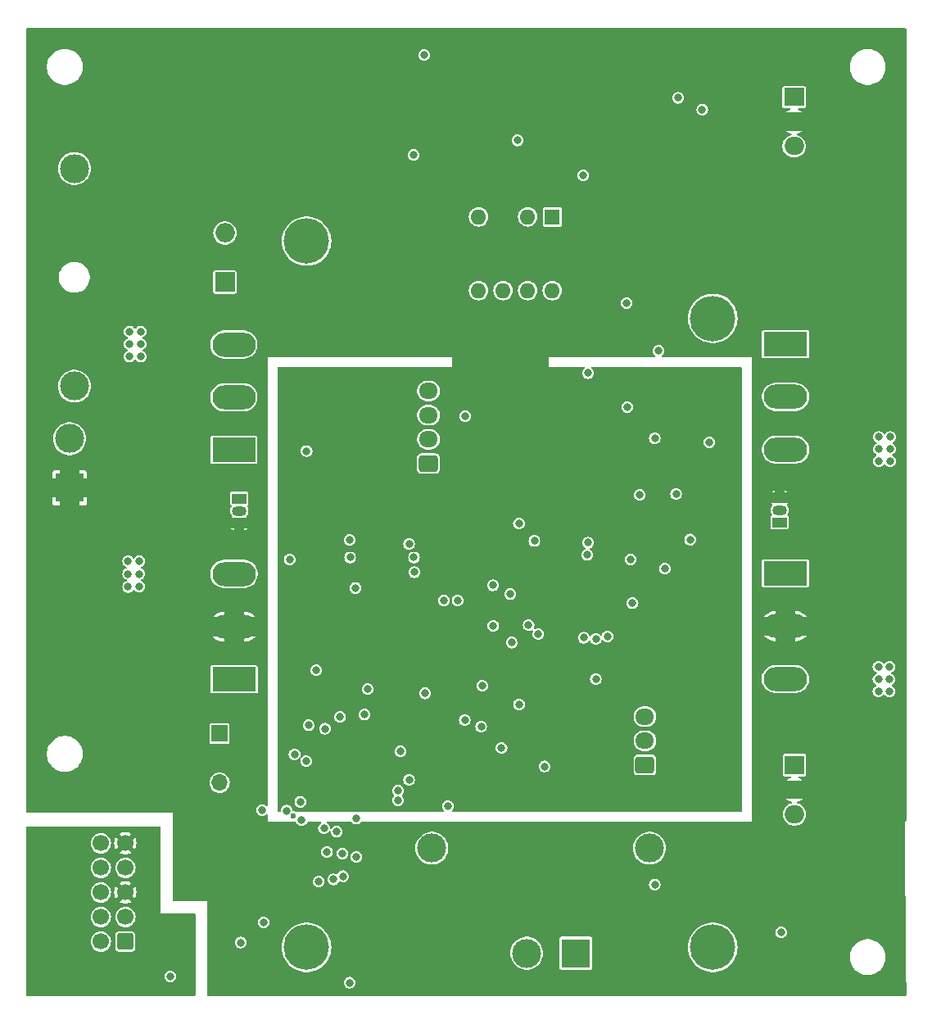
<source format=gbr>
%TF.GenerationSoftware,KiCad,Pcbnew,8.0.0*%
%TF.CreationDate,2024-03-22T17:01:39+01:00*%
%TF.ProjectId,PrezisoinPowerSupply,5072657a-6973-46f6-996e-506f77657253,rev?*%
%TF.SameCoordinates,Original*%
%TF.FileFunction,Copper,L3,Inr*%
%TF.FilePolarity,Positive*%
%FSLAX46Y46*%
G04 Gerber Fmt 4.6, Leading zero omitted, Abs format (unit mm)*
G04 Created by KiCad (PCBNEW 8.0.0) date 2024-03-22 17:01:39*
%MOMM*%
%LPD*%
G01*
G04 APERTURE LIST*
G04 Aperture macros list*
%AMRoundRect*
0 Rectangle with rounded corners*
0 $1 Rounding radius*
0 $2 $3 $4 $5 $6 $7 $8 $9 X,Y pos of 4 corners*
0 Add a 4 corners polygon primitive as box body*
4,1,4,$2,$3,$4,$5,$6,$7,$8,$9,$2,$3,0*
0 Add four circle primitives for the rounded corners*
1,1,$1+$1,$2,$3*
1,1,$1+$1,$4,$5*
1,1,$1+$1,$6,$7*
1,1,$1+$1,$8,$9*
0 Add four rect primitives between the rounded corners*
20,1,$1+$1,$2,$3,$4,$5,0*
20,1,$1+$1,$4,$5,$6,$7,0*
20,1,$1+$1,$6,$7,$8,$9,0*
20,1,$1+$1,$8,$9,$2,$3,0*%
G04 Aperture macros list end*
%TA.AperFunction,ComponentPad*%
%ADD10R,1.500000X1.050000*%
%TD*%
%TA.AperFunction,ComponentPad*%
%ADD11O,1.500000X1.050000*%
%TD*%
%TA.AperFunction,ComponentPad*%
%ADD12C,4.700000*%
%TD*%
%TA.AperFunction,ComponentPad*%
%ADD13RoundRect,0.250000X0.725000X-0.600000X0.725000X0.600000X-0.725000X0.600000X-0.725000X-0.600000X0*%
%TD*%
%TA.AperFunction,ComponentPad*%
%ADD14O,1.950000X1.700000*%
%TD*%
%TA.AperFunction,ComponentPad*%
%ADD15C,3.000000*%
%TD*%
%TA.AperFunction,ComponentPad*%
%ADD16R,1.600000X1.600000*%
%TD*%
%TA.AperFunction,ComponentPad*%
%ADD17O,1.600000X1.600000*%
%TD*%
%TA.AperFunction,ComponentPad*%
%ADD18R,1.700000X1.700000*%
%TD*%
%TA.AperFunction,ComponentPad*%
%ADD19O,1.700000X1.700000*%
%TD*%
%TA.AperFunction,ComponentPad*%
%ADD20R,3.000000X3.000000*%
%TD*%
%TA.AperFunction,ComponentPad*%
%ADD21RoundRect,0.250000X0.600000X0.600000X-0.600000X0.600000X-0.600000X-0.600000X0.600000X-0.600000X0*%
%TD*%
%TA.AperFunction,ComponentPad*%
%ADD22C,1.700000*%
%TD*%
%TA.AperFunction,ComponentPad*%
%ADD23R,4.500000X2.500000*%
%TD*%
%TA.AperFunction,ComponentPad*%
%ADD24O,4.500000X2.500000*%
%TD*%
%TA.AperFunction,ComponentPad*%
%ADD25R,2.000000X2.000000*%
%TD*%
%TA.AperFunction,ComponentPad*%
%ADD26O,2.000000X2.000000*%
%TD*%
%TA.AperFunction,ComponentPad*%
%ADD27R,2.000000X1.905000*%
%TD*%
%TA.AperFunction,ComponentPad*%
%ADD28O,2.000000X1.905000*%
%TD*%
%TA.AperFunction,ViaPad*%
%ADD29C,0.800000*%
%TD*%
%TA.AperFunction,ViaPad*%
%ADD30C,0.600000*%
%TD*%
G04 APERTURE END LIST*
D10*
%TO.N,+5V*%
%TO.C,U9*%
X173900000Y-101070000D03*
D11*
%TO.N,TempData#2*%
X173900000Y-99800000D03*
%TO.N,GND*%
X173900000Y-98530000D03*
%TD*%
D10*
%TO.N,+5V*%
%TO.C,U8*%
X118050000Y-98610000D03*
D11*
%TO.N,TempData#1*%
X118050000Y-99880000D03*
%TO.N,GND*%
X118050000Y-101150000D03*
%TD*%
D12*
%TO.N,N/C*%
%TO.C,REF\u002A\u002A*%
X167000000Y-145000000D03*
%TD*%
%TO.N,N/C*%
%TO.C,REF\u002A\u002A*%
X167000000Y-80000000D03*
%TD*%
D13*
%TO.N,/LED_SenseEx*%
%TO.C,J4*%
X159975000Y-126150000D03*
D14*
%TO.N,+5V*%
X159975000Y-123650000D03*
%TO.N,/LED_ON*%
X159975000Y-121150000D03*
%TD*%
D15*
%TO.N,Net-(J1-Pin_2)*%
%TO.C,F1*%
X101000000Y-87000000D03*
%TO.N,+VDC*%
X101000000Y-64500000D03*
%TD*%
D16*
%TO.N,Net-(U6-FB{slash}SHDN)*%
%TO.C,U6*%
X150400000Y-69500000D03*
D17*
%TO.N,Net-(U6-CAP+)*%
X147860000Y-69500000D03*
%TO.N,GND*%
X145320000Y-69500000D03*
%TO.N,Net-(U6-CAP-)*%
X142780000Y-69500000D03*
%TO.N,/buckConLDO/-12V*%
X142780000Y-77120000D03*
%TO.N,Net-(U6-VREF)*%
X145320000Y-77120000D03*
%TO.N,unconnected-(U6-OSC-Pad7)*%
X147860000Y-77120000D03*
%TO.N,/buckConLDO/+15V*%
X150400000Y-77120000D03*
%TD*%
D18*
%TO.N,+5V*%
%TO.C,J2*%
X116000000Y-122900000D03*
D19*
%TO.N,GND*%
X116000000Y-125440000D03*
%TO.N,UPDI*%
X116000000Y-127980000D03*
%TD*%
D15*
%TO.N,/outHi*%
%TO.C,F2*%
X137950000Y-134750000D03*
%TO.N,Net-(J6-Pin_1)*%
X160450000Y-134750000D03*
%TD*%
D20*
%TO.N,GND*%
%TO.C,J1*%
X100500000Y-97500000D03*
D15*
%TO.N,Net-(J1-Pin_2)*%
X100500000Y-92420000D03*
%TD*%
D21*
%TO.N,ISO DataOut1*%
%TO.C,J3*%
X106265000Y-144400000D03*
D22*
%TO.N,ISO DataOut2*%
X103725000Y-144400000D03*
%TO.N,VCCQ*%
X106265000Y-141860000D03*
%TO.N,ISOTx*%
X103725000Y-141860000D03*
%TO.N,GND1*%
X106265000Y-139320000D03*
%TO.N,ISORx*%
X103725000Y-139320000D03*
%TO.N,ISO DataIn2*%
X106265000Y-136780000D03*
%TO.N,ISO DataIn1*%
X103725000Y-136780000D03*
%TO.N,GND1*%
X106265000Y-134240000D03*
%TO.N,VCCQ*%
X103725000Y-134240000D03*
%TD*%
D20*
%TO.N,Net-(J6-Pin_1)*%
%TO.C,J6*%
X152840000Y-145600000D03*
D15*
%TO.N,/outLOW*%
X147760000Y-145600000D03*
%TD*%
D12*
%TO.N,N/C*%
%TO.C,REF\u002A\u002A*%
X125000000Y-72000000D03*
%TD*%
D13*
%TO.N,/IntSense-*%
%TO.C,J5*%
X137600000Y-95000000D03*
D14*
%TO.N,/IntSense+*%
X137600000Y-92500000D03*
%TO.N,/ExSense-*%
X137600000Y-90000000D03*
%TO.N,/ExSense+*%
X137600000Y-87500000D03*
%TD*%
D12*
%TO.N,N/C*%
%TO.C,REF\u002A\u002A*%
X125000000Y-145000000D03*
%TD*%
D23*
%TO.N,Net-(Q1-G)*%
%TO.C,Q1*%
X174520000Y-82650000D03*
D24*
%TO.N,Net-(D5-K)*%
X174520000Y-88100000D03*
%TO.N,Net-(Q1-S)*%
X174520000Y-93550000D03*
%TD*%
D25*
%TO.N,Net-(D5-K)*%
%TO.C,D5*%
X116555000Y-76240000D03*
D26*
%TO.N,+VDC*%
X116555000Y-71160000D03*
%TD*%
D23*
%TO.N,Net-(Q1-G)*%
%TO.C,Q9*%
X117480000Y-93600000D03*
D24*
%TO.N,Net-(D5-K)*%
X117480000Y-88150000D03*
%TO.N,Net-(Q9-S)*%
X117480000Y-82700000D03*
%TD*%
D23*
%TO.N,Net-(Q1-G)*%
%TO.C,Q4*%
X117500000Y-117300000D03*
D24*
%TO.N,GND*%
X117500000Y-111850000D03*
%TO.N,Net-(Q4-S)*%
X117500000Y-106400000D03*
%TD*%
D27*
%TO.N,/buckConLDO/12V*%
%TO.C,U14*%
X175445000Y-126160000D03*
D28*
%TO.N,GND*%
X175445000Y-128700000D03*
%TO.N,/buckConLDO/Vout 5V*%
X175445000Y-131240000D03*
%TD*%
D27*
%TO.N,/buckConLDO/+15V*%
%TO.C,U18*%
X175400000Y-57120000D03*
D28*
%TO.N,GND*%
X175400000Y-59660000D03*
%TO.N,/buckConLDO/12V*%
X175400000Y-62200000D03*
%TD*%
D23*
%TO.N,Net-(Q1-G)*%
%TO.C,Q2*%
X174500000Y-106350000D03*
D24*
%TO.N,GND*%
X174500000Y-111800000D03*
%TO.N,Net-(Q2-S)*%
X174500000Y-117250000D03*
%TD*%
D29*
%TO.N,GND*%
X139700000Y-78850000D03*
X133750000Y-78400000D03*
X179300000Y-73000000D03*
X175100000Y-69800000D03*
X184450000Y-82300000D03*
X180050000Y-89450000D03*
X172300000Y-96500000D03*
X177650000Y-120900000D03*
X164700000Y-135700000D03*
X164550000Y-133200000D03*
X137750000Y-129200000D03*
X162000000Y-129750000D03*
X168950000Y-125300000D03*
X165500000Y-125300000D03*
X165550000Y-121800000D03*
X165650000Y-112350000D03*
D30*
%TO.N,TempData#2*%
X123650000Y-131450000D03*
D29*
%TO.N,Net-(U3-+)*%
X159450000Y-98250000D03*
X158700000Y-109432500D03*
%TO.N,GND*%
X145200000Y-134700000D03*
X152200000Y-80600000D03*
X185500000Y-51500000D03*
X141162500Y-63662500D03*
X158950000Y-118250000D03*
X124300000Y-135600000D03*
X145400000Y-93800000D03*
X130900000Y-63600000D03*
X148300000Y-80600000D03*
X160400000Y-69300000D03*
X153200000Y-98800000D03*
X116000000Y-149100000D03*
X132000000Y-67300000D03*
X141400000Y-133000000D03*
X141175000Y-69450000D03*
X102500000Y-100500000D03*
X148800000Y-133500000D03*
X182300000Y-133200000D03*
X148500000Y-98300000D03*
X142200000Y-134700000D03*
X183900000Y-76000000D03*
X140312500Y-141520000D03*
X172300000Y-109500000D03*
X147700000Y-112850000D03*
X154600000Y-135600000D03*
X134100000Y-70200000D03*
X133600000Y-133650000D03*
X168450000Y-110800000D03*
X110500000Y-130000000D03*
X123600000Y-117900000D03*
X167600000Y-64700000D03*
X178500000Y-61400000D03*
X178400000Y-127000000D03*
X155100000Y-95250000D03*
X165200000Y-64700000D03*
X122650000Y-127650000D03*
X113700000Y-119900000D03*
X149650000Y-127950000D03*
X155950000Y-101100000D03*
X150062500Y-61612500D03*
X132500000Y-63650000D03*
X147750000Y-123050000D03*
X125050000Y-114250000D03*
X138800000Y-145500000D03*
X135550000Y-110350000D03*
X132400000Y-82500000D03*
X137000000Y-140750000D03*
X129000000Y-109200000D03*
X125000000Y-52500000D03*
X132200000Y-101500000D03*
X115000000Y-52500000D03*
X139850000Y-112350000D03*
X159600000Y-60200000D03*
X173400000Y-121600000D03*
X127250000Y-105950000D03*
X146050000Y-105300000D03*
X114250000Y-66850000D03*
X133900000Y-89700000D03*
X120000000Y-147900000D03*
X147300000Y-130300000D03*
X139900000Y-88600000D03*
X137800000Y-101200000D03*
X116800000Y-121100000D03*
X140800000Y-136100000D03*
X172500000Y-77400000D03*
X178900000Y-108600000D03*
X102500000Y-105000000D03*
X110000000Y-52500000D03*
X126650000Y-65050000D03*
X172500000Y-103600000D03*
X143962500Y-63200000D03*
X139925000Y-69450000D03*
X142900000Y-123450000D03*
X139200000Y-63500000D03*
X137000000Y-143900000D03*
X138000000Y-115100000D03*
X131100000Y-119450000D03*
X179000000Y-111800000D03*
X135900000Y-115500000D03*
X141612500Y-59462500D03*
X168800000Y-98950000D03*
X172400000Y-62800000D03*
X143700000Y-134700000D03*
X166300000Y-89150000D03*
X148900000Y-140900000D03*
X145650000Y-128500000D03*
X149850000Y-120850000D03*
X167100000Y-69100000D03*
X101000000Y-82000000D03*
X132550000Y-133650000D03*
X122248008Y-132601992D03*
X140800000Y-134700000D03*
X143700000Y-136100000D03*
X145300000Y-83200000D03*
X110000000Y-65850000D03*
X134612500Y-51662500D03*
X175700000Y-140600000D03*
X119800000Y-137850000D03*
X176500000Y-148000000D03*
X173200000Y-126000000D03*
X112800000Y-138500000D03*
X103000000Y-111500000D03*
X102500000Y-120000000D03*
X167400000Y-105200000D03*
X111600000Y-113800000D03*
X160500000Y-102500000D03*
X137000000Y-142250000D03*
X152200000Y-56500000D03*
X162950000Y-89550000D03*
X151400000Y-133100000D03*
X131200000Y-116950000D03*
X140950000Y-97450000D03*
X141062500Y-61562500D03*
X120000000Y-52500000D03*
X131250000Y-106150000D03*
X133900000Y-122600000D03*
X124650000Y-67050000D03*
X179800000Y-97000000D03*
X157350000Y-142000000D03*
X141050000Y-84400000D03*
X178600000Y-57100000D03*
X123050000Y-60300000D03*
X138800000Y-144000000D03*
X145850000Y-119150000D03*
X155250000Y-110050000D03*
X169500000Y-51500000D03*
X145300000Y-87600000D03*
X148650000Y-91500000D03*
X143500000Y-140750000D03*
X142162500Y-61662500D03*
X124700000Y-111600000D03*
X127350000Y-87150000D03*
X155250000Y-90300000D03*
X101500000Y-71000000D03*
X123250000Y-94250000D03*
X162000000Y-80000000D03*
X138750000Y-142250000D03*
X142200000Y-136100000D03*
X172100000Y-56900000D03*
X132300000Y-110400000D03*
X114650000Y-60200000D03*
X161900000Y-145900000D03*
X163800000Y-61200000D03*
X155350000Y-98750000D03*
X141700000Y-66800000D03*
X148950000Y-84450000D03*
X154600000Y-133100000D03*
X146000000Y-126000000D03*
X158700000Y-62500000D03*
X155450000Y-80000000D03*
X165050000Y-101000000D03*
X157250000Y-146500000D03*
X127400000Y-93700000D03*
X116050000Y-141900000D03*
X115800000Y-133900000D03*
X142000000Y-144700000D03*
X102500000Y-115000000D03*
X126600000Y-62300000D03*
X129150000Y-118050000D03*
X173400000Y-134100000D03*
X134800000Y-93100000D03*
X111850000Y-65100000D03*
X140200000Y-82600000D03*
X151200000Y-107800000D03*
X181400000Y-124100000D03*
X143862500Y-61562500D03*
X135400000Y-134400000D03*
X168700000Y-120950000D03*
X184200000Y-87900000D03*
X131300000Y-133650000D03*
X139062500Y-58862500D03*
X176000000Y-103700000D03*
X128950000Y-63550000D03*
X155500000Y-128600000D03*
X148700000Y-87250000D03*
X113700000Y-114600000D03*
X134400000Y-135450000D03*
X142000000Y-140750000D03*
X138750000Y-140750000D03*
X99000000Y-60000000D03*
X151400000Y-136000000D03*
X110550000Y-101650000D03*
X126900000Y-115450000D03*
X142700000Y-102300000D03*
X163700000Y-66900000D03*
X170400000Y-133900000D03*
X119900000Y-96800000D03*
X122800000Y-101050000D03*
X157000000Y-51500000D03*
X151700000Y-118700000D03*
X163200000Y-104250000D03*
X100800000Y-130000000D03*
X110550000Y-78750000D03*
X136400000Y-67300000D03*
X143500000Y-142250000D03*
X138450000Y-122350000D03*
X120300000Y-121600000D03*
X159300000Y-112200000D03*
X127850000Y-130121140D03*
X122750000Y-99050000D03*
X168950000Y-89550000D03*
X105600000Y-129900000D03*
X142000000Y-142250000D03*
X169050000Y-130200000D03*
X148800000Y-136200000D03*
X111400000Y-109600000D03*
X139062500Y-61562500D03*
X179700000Y-136100000D03*
X127950000Y-97650000D03*
X111900000Y-62000000D03*
X182700000Y-66700000D03*
X149800000Y-143400000D03*
X110000000Y-88350000D03*
X125850000Y-103100000D03*
X131400000Y-134950000D03*
X103000000Y-95000000D03*
X131200000Y-125550000D03*
X136300000Y-124800000D03*
X145100000Y-103100000D03*
X151412500Y-61612500D03*
X137000000Y-145400000D03*
X134450000Y-120050000D03*
X145200000Y-136100000D03*
X178000000Y-51500000D03*
X106500000Y-55000000D03*
X175900000Y-96300000D03*
X133600000Y-130600000D03*
X148200000Y-107000000D03*
X163000000Y-141300000D03*
X162200000Y-109000000D03*
X135100000Y-95800000D03*
X168900000Y-101300000D03*
X122700000Y-67100000D03*
X169350000Y-94400000D03*
X163900000Y-55400000D03*
X143400000Y-133000000D03*
X134150000Y-62600000D03*
X155650000Y-125000000D03*
X111500000Y-118600000D03*
X140212500Y-58862500D03*
X150662500Y-58862500D03*
X125050000Y-60400000D03*
%TO.N,+5V*%
X120400000Y-130800000D03*
X130150000Y-135650000D03*
X174050000Y-143450000D03*
X129450000Y-148650000D03*
X130150000Y-131700000D03*
%TO.N,Net-(Q1-G)*%
X154100000Y-85650000D03*
%TO.N,Net-(RN2D-R4.2)*%
X144270331Y-107579669D03*
X148950000Y-112600000D03*
%TO.N,+12V*%
X164650000Y-102850000D03*
X153650000Y-113000000D03*
X140600000Y-109150000D03*
X154000000Y-104437500D03*
X146950000Y-101200000D03*
X141357169Y-121507169D03*
X143050000Y-122200000D03*
%TO.N,ON*%
X158500000Y-104900000D03*
X128750000Y-137650000D03*
X146955330Y-119905330D03*
%TO.N,-12V*%
X145152500Y-124402500D03*
X148550000Y-103000000D03*
X154100000Y-103175000D03*
X156100000Y-112850000D03*
X139200000Y-109150000D03*
X129450000Y-102900000D03*
X135600000Y-103300000D03*
X162025000Y-105859999D03*
%TO.N,+36V*%
X158100000Y-78400000D03*
X158150000Y-89150000D03*
X161000000Y-92400000D03*
%TO.N,SCK*%
X122930331Y-130869669D03*
X123750000Y-125050000D03*
%TO.N,MoSi*%
X124950000Y-125750000D03*
X124500000Y-131850000D03*
%TO.N,+VDC*%
X166644831Y-92794831D03*
X136062500Y-63112500D03*
X136100000Y-104700000D03*
X161400000Y-83350000D03*
X129500000Y-104700000D03*
X153600000Y-65200000D03*
%TO.N,ON PhotoMos*%
X128700000Y-135300000D03*
X163200000Y-98150000D03*
%TO.N,/outHi*%
X184120000Y-117300000D03*
X107700000Y-107700000D03*
X107850000Y-83950000D03*
X106700000Y-82650000D03*
X184120000Y-118550000D03*
X185320000Y-94750000D03*
X106700000Y-83950000D03*
X106550000Y-107750000D03*
X106550000Y-106400000D03*
X185320000Y-92250000D03*
X185320000Y-93500000D03*
X184170000Y-94750000D03*
X106550000Y-105100000D03*
X185270000Y-116000000D03*
X107700000Y-105100000D03*
X106700000Y-81350000D03*
X184170000Y-93500000D03*
X185270000Y-118550000D03*
X161000000Y-138500000D03*
X184120000Y-116000000D03*
X107850000Y-82650000D03*
X184170000Y-92250000D03*
X185270000Y-117300000D03*
X107850000Y-81350000D03*
X107700000Y-106400000D03*
%TO.N,2\u002C5Vref*%
X126000000Y-116362500D03*
X135600000Y-127700000D03*
%TO.N,SDA*%
X126250000Y-138200000D03*
X125200000Y-122050000D03*
%TO.N,SCL*%
X127775000Y-137975000D03*
X126900000Y-122400000D03*
%TO.N,Rx*%
X118200000Y-144500000D03*
X120550000Y-142400000D03*
%TO.N,TempData#1*%
X127114339Y-135135661D03*
%TO.N,UPDI*%
X124350000Y-129950000D03*
%TO.N,RESET*%
X126800000Y-132700000D03*
X131000000Y-120950000D03*
%TO.N,DRDY*%
X128100000Y-133050000D03*
X128469669Y-121180331D03*
%TO.N,GND1*%
X101150000Y-148950000D03*
X100900000Y-136600000D03*
X109050000Y-136450000D03*
%TO.N,/I+DACout*%
X144300000Y-111750000D03*
X146200000Y-113500000D03*
X134450000Y-128800000D03*
%TO.N,/VDACout*%
X146050000Y-108500000D03*
X134450000Y-129800003D03*
%TO.N,/I-DACout*%
X143150000Y-117950000D03*
X134700000Y-124750000D03*
%TO.N,VCCQ*%
X110900000Y-148000000D03*
%TO.N,SensSW*%
X139600000Y-130400000D03*
X149600000Y-126300000D03*
X123250000Y-104900000D03*
%TO.N,/buckConLDO/+15V*%
X146800000Y-61600000D03*
X137150000Y-52775000D03*
%TO.N,Net-(U20-THR)*%
X163400000Y-57200000D03*
X165900000Y-58400000D03*
%TO.N,Net-(U10A--)*%
X154900000Y-113142500D03*
X154900000Y-117282501D03*
%TO.N,Net-(JP2-B)*%
X131300000Y-118300000D03*
X130050000Y-107850000D03*
%TO.N,Net-(RN5A-R1.2)*%
X137250000Y-118750000D03*
X136150000Y-106225000D03*
X147950000Y-111700000D03*
%TO.N,/IntSense+*%
X125000000Y-93700000D03*
X141400000Y-90100000D03*
%TD*%
%TA.AperFunction,Conductor*%
%TO.N,GND1*%
G36*
X109859191Y-132518907D02*
G01*
X109895155Y-132568407D01*
X109900000Y-132599000D01*
X109900000Y-141500000D01*
X113401000Y-141500000D01*
X113459191Y-141518907D01*
X113495155Y-141568407D01*
X113500000Y-141599000D01*
X113500000Y-149901000D01*
X113481093Y-149959191D01*
X113431593Y-149995155D01*
X113401000Y-150000000D01*
X96099000Y-150000000D01*
X96040809Y-149981093D01*
X96004845Y-149931593D01*
X96000000Y-149901000D01*
X96000000Y-148000000D01*
X110294318Y-148000000D01*
X110314955Y-148156758D01*
X110314957Y-148156766D01*
X110375462Y-148302838D01*
X110375462Y-148302839D01*
X110375464Y-148302841D01*
X110471718Y-148428282D01*
X110597159Y-148524536D01*
X110743238Y-148585044D01*
X110860809Y-148600522D01*
X110899999Y-148605682D01*
X110900000Y-148605682D01*
X110900001Y-148605682D01*
X110931352Y-148601554D01*
X111056762Y-148585044D01*
X111202841Y-148524536D01*
X111328282Y-148428282D01*
X111424536Y-148302841D01*
X111485044Y-148156762D01*
X111505682Y-148000000D01*
X111485044Y-147843238D01*
X111424537Y-147697161D01*
X111424537Y-147697160D01*
X111328286Y-147571723D01*
X111328285Y-147571722D01*
X111328282Y-147571718D01*
X111328277Y-147571714D01*
X111328276Y-147571713D01*
X111202838Y-147475462D01*
X111056766Y-147414957D01*
X111056758Y-147414955D01*
X110900001Y-147394318D01*
X110899999Y-147394318D01*
X110743241Y-147414955D01*
X110743233Y-147414957D01*
X110597161Y-147475462D01*
X110597160Y-147475462D01*
X110471723Y-147571713D01*
X110471713Y-147571723D01*
X110375462Y-147697160D01*
X110375462Y-147697161D01*
X110314957Y-147843233D01*
X110314955Y-147843241D01*
X110294318Y-147999999D01*
X110294318Y-148000000D01*
X96000000Y-148000000D01*
X96000000Y-144400003D01*
X102669417Y-144400003D01*
X102689698Y-144605929D01*
X102689699Y-144605934D01*
X102749768Y-144803954D01*
X102847316Y-144986452D01*
X102978585Y-145146404D01*
X102978590Y-145146410D01*
X102978595Y-145146414D01*
X103138547Y-145277683D01*
X103138548Y-145277683D01*
X103138550Y-145277685D01*
X103321046Y-145375232D01*
X103411904Y-145402793D01*
X103519065Y-145435300D01*
X103519070Y-145435301D01*
X103724997Y-145455583D01*
X103725000Y-145455583D01*
X103725003Y-145455583D01*
X103930929Y-145435301D01*
X103930934Y-145435300D01*
X104128954Y-145375232D01*
X104311450Y-145277685D01*
X104471410Y-145146410D01*
X104547024Y-145054274D01*
X105214500Y-145054274D01*
X105217353Y-145084694D01*
X105217355Y-145084703D01*
X105262207Y-145212883D01*
X105342845Y-145322144D01*
X105342847Y-145322146D01*
X105342850Y-145322150D01*
X105342853Y-145322152D01*
X105342855Y-145322154D01*
X105452116Y-145402792D01*
X105452117Y-145402792D01*
X105452118Y-145402793D01*
X105580301Y-145447646D01*
X105610725Y-145450499D01*
X105610727Y-145450500D01*
X105610734Y-145450500D01*
X106919273Y-145450500D01*
X106919273Y-145450499D01*
X106949699Y-145447646D01*
X107077882Y-145402793D01*
X107187150Y-145322150D01*
X107267793Y-145212882D01*
X107312646Y-145084699D01*
X107315499Y-145054273D01*
X107315500Y-145054273D01*
X107315500Y-143745727D01*
X107315499Y-143745725D01*
X107312646Y-143715305D01*
X107312646Y-143715301D01*
X107267793Y-143587118D01*
X107219967Y-143522316D01*
X107187154Y-143477855D01*
X107187152Y-143477853D01*
X107187150Y-143477850D01*
X107187146Y-143477847D01*
X107187144Y-143477845D01*
X107077883Y-143397207D01*
X106949703Y-143352355D01*
X106949694Y-143352353D01*
X106919274Y-143349500D01*
X106919266Y-143349500D01*
X105610734Y-143349500D01*
X105610725Y-143349500D01*
X105580305Y-143352353D01*
X105580296Y-143352355D01*
X105452116Y-143397207D01*
X105342855Y-143477845D01*
X105342845Y-143477855D01*
X105262207Y-143587116D01*
X105217355Y-143715296D01*
X105217353Y-143715305D01*
X105214500Y-143745725D01*
X105214500Y-145054274D01*
X104547024Y-145054274D01*
X104602685Y-144986450D01*
X104700232Y-144803954D01*
X104760300Y-144605934D01*
X104760301Y-144605929D01*
X104780583Y-144400003D01*
X104780583Y-144399996D01*
X104760301Y-144194070D01*
X104760300Y-144194065D01*
X104742078Y-144133997D01*
X104700232Y-143996046D01*
X104602685Y-143813550D01*
X104547024Y-143745727D01*
X104471414Y-143653595D01*
X104471410Y-143653590D01*
X104471404Y-143653585D01*
X104311452Y-143522316D01*
X104128954Y-143424768D01*
X103930934Y-143364699D01*
X103930929Y-143364698D01*
X103725003Y-143344417D01*
X103724997Y-143344417D01*
X103519070Y-143364698D01*
X103519065Y-143364699D01*
X103321045Y-143424768D01*
X103138547Y-143522316D01*
X102978595Y-143653585D01*
X102978585Y-143653595D01*
X102847316Y-143813547D01*
X102749768Y-143996045D01*
X102689699Y-144194065D01*
X102689698Y-144194070D01*
X102669417Y-144399996D01*
X102669417Y-144400003D01*
X96000000Y-144400003D01*
X96000000Y-141860003D01*
X102669417Y-141860003D01*
X102689698Y-142065929D01*
X102689699Y-142065934D01*
X102749768Y-142263954D01*
X102847316Y-142446452D01*
X102978585Y-142606404D01*
X102978590Y-142606410D01*
X102978595Y-142606414D01*
X103138547Y-142737683D01*
X103138548Y-142737683D01*
X103138550Y-142737685D01*
X103321046Y-142835232D01*
X103458997Y-142877078D01*
X103519065Y-142895300D01*
X103519070Y-142895301D01*
X103724997Y-142915583D01*
X103725000Y-142915583D01*
X103725003Y-142915583D01*
X103930929Y-142895301D01*
X103930934Y-142895300D01*
X104128954Y-142835232D01*
X104311450Y-142737685D01*
X104471410Y-142606410D01*
X104602685Y-142446450D01*
X104700232Y-142263954D01*
X104760300Y-142065934D01*
X104760301Y-142065929D01*
X104780583Y-141860003D01*
X105209417Y-141860003D01*
X105229698Y-142065929D01*
X105229699Y-142065934D01*
X105289768Y-142263954D01*
X105387316Y-142446452D01*
X105518585Y-142606404D01*
X105518590Y-142606410D01*
X105518595Y-142606414D01*
X105678547Y-142737683D01*
X105678548Y-142737683D01*
X105678550Y-142737685D01*
X105861046Y-142835232D01*
X105998997Y-142877078D01*
X106059065Y-142895300D01*
X106059070Y-142895301D01*
X106264997Y-142915583D01*
X106265000Y-142915583D01*
X106265003Y-142915583D01*
X106470929Y-142895301D01*
X106470934Y-142895300D01*
X106668954Y-142835232D01*
X106851450Y-142737685D01*
X107011410Y-142606410D01*
X107142685Y-142446450D01*
X107240232Y-142263954D01*
X107300300Y-142065934D01*
X107300301Y-142065929D01*
X107320583Y-141860003D01*
X107320583Y-141859996D01*
X107300301Y-141654070D01*
X107300300Y-141654065D01*
X107253565Y-141500000D01*
X107240232Y-141456046D01*
X107142685Y-141273550D01*
X107011410Y-141113590D01*
X107011404Y-141113585D01*
X106851452Y-140982316D01*
X106668954Y-140884768D01*
X106470934Y-140824699D01*
X106470929Y-140824698D01*
X106265003Y-140804417D01*
X106264997Y-140804417D01*
X106059070Y-140824698D01*
X106059065Y-140824699D01*
X105861045Y-140884768D01*
X105678547Y-140982316D01*
X105518595Y-141113585D01*
X105518585Y-141113595D01*
X105387316Y-141273547D01*
X105289768Y-141456045D01*
X105229699Y-141654065D01*
X105229698Y-141654070D01*
X105209417Y-141859996D01*
X105209417Y-141860003D01*
X104780583Y-141860003D01*
X104780583Y-141859996D01*
X104760301Y-141654070D01*
X104760300Y-141654065D01*
X104713565Y-141500000D01*
X104700232Y-141456046D01*
X104602685Y-141273550D01*
X104471410Y-141113590D01*
X104471404Y-141113585D01*
X104311452Y-140982316D01*
X104128954Y-140884768D01*
X103930934Y-140824699D01*
X103930929Y-140824698D01*
X103725003Y-140804417D01*
X103724997Y-140804417D01*
X103519070Y-140824698D01*
X103519065Y-140824699D01*
X103321045Y-140884768D01*
X103138547Y-140982316D01*
X102978595Y-141113585D01*
X102978585Y-141113595D01*
X102847316Y-141273547D01*
X102749768Y-141456045D01*
X102689699Y-141654065D01*
X102689698Y-141654070D01*
X102669417Y-141859996D01*
X102669417Y-141860003D01*
X96000000Y-141860003D01*
X96000000Y-139320003D01*
X102669417Y-139320003D01*
X102689698Y-139525929D01*
X102689699Y-139525934D01*
X102749768Y-139723954D01*
X102847316Y-139906452D01*
X102978585Y-140066404D01*
X102978590Y-140066410D01*
X102978595Y-140066414D01*
X103138547Y-140197683D01*
X103138548Y-140197683D01*
X103138550Y-140197685D01*
X103321046Y-140295232D01*
X103458997Y-140337078D01*
X103519065Y-140355300D01*
X103519070Y-140355301D01*
X103724997Y-140375583D01*
X103725000Y-140375583D01*
X103725003Y-140375583D01*
X103930929Y-140355301D01*
X103930934Y-140355300D01*
X103935737Y-140353843D01*
X104128954Y-140295232D01*
X104311450Y-140197685D01*
X104471410Y-140066410D01*
X104602685Y-139906450D01*
X104700232Y-139723954D01*
X104760300Y-139525934D01*
X104760301Y-139525929D01*
X104780583Y-139320003D01*
X104780583Y-139320000D01*
X105110073Y-139320000D01*
X105129738Y-139532216D01*
X105188064Y-139737210D01*
X105283057Y-139927984D01*
X105283058Y-139927987D01*
X105291835Y-139939608D01*
X105782036Y-139449406D01*
X105799075Y-139512993D01*
X105864901Y-139627007D01*
X105957993Y-139720099D01*
X106072007Y-139785925D01*
X106135589Y-139802962D01*
X105647992Y-140290560D01*
X105750199Y-140353844D01*
X105750204Y-140353847D01*
X105948941Y-140430838D01*
X106158437Y-140470000D01*
X106371563Y-140470000D01*
X106581058Y-140430838D01*
X106779797Y-140353846D01*
X106779803Y-140353843D01*
X106882006Y-140290560D01*
X106394408Y-139802962D01*
X106457993Y-139785925D01*
X106572007Y-139720099D01*
X106665099Y-139627007D01*
X106730925Y-139512993D01*
X106747962Y-139449408D01*
X107238163Y-139939609D01*
X107246936Y-139927994D01*
X107246940Y-139927988D01*
X107341935Y-139737210D01*
X107400261Y-139532216D01*
X107419926Y-139320000D01*
X107400261Y-139107783D01*
X107341935Y-138902789D01*
X107246941Y-138712012D01*
X107246938Y-138712007D01*
X107238163Y-138700389D01*
X106747962Y-139190589D01*
X106730925Y-139127007D01*
X106665099Y-139012993D01*
X106572007Y-138919901D01*
X106457993Y-138854075D01*
X106394407Y-138837036D01*
X106882006Y-138349438D01*
X106779800Y-138286155D01*
X106779795Y-138286152D01*
X106581058Y-138209161D01*
X106371563Y-138170000D01*
X106158437Y-138170000D01*
X105948941Y-138209161D01*
X105750204Y-138286152D01*
X105750202Y-138286153D01*
X105647992Y-138349438D01*
X106135591Y-138837037D01*
X106072007Y-138854075D01*
X105957993Y-138919901D01*
X105864901Y-139012993D01*
X105799075Y-139127007D01*
X105782037Y-139190591D01*
X105291835Y-138700389D01*
X105283067Y-138712000D01*
X105283057Y-138712016D01*
X105188064Y-138902789D01*
X105129738Y-139107783D01*
X105110073Y-139320000D01*
X104780583Y-139320000D01*
X104780583Y-139319996D01*
X104760301Y-139114070D01*
X104760300Y-139114065D01*
X104715520Y-138966445D01*
X104700232Y-138916046D01*
X104602685Y-138733550D01*
X104585009Y-138712012D01*
X104471414Y-138573595D01*
X104471410Y-138573590D01*
X104381740Y-138500000D01*
X104311452Y-138442316D01*
X104128954Y-138344768D01*
X103930934Y-138284699D01*
X103930929Y-138284698D01*
X103725003Y-138264417D01*
X103724997Y-138264417D01*
X103519070Y-138284698D01*
X103519065Y-138284699D01*
X103321045Y-138344768D01*
X103138547Y-138442316D01*
X102978595Y-138573585D01*
X102978585Y-138573595D01*
X102847316Y-138733547D01*
X102749768Y-138916045D01*
X102689699Y-139114065D01*
X102689698Y-139114070D01*
X102669417Y-139319996D01*
X102669417Y-139320003D01*
X96000000Y-139320003D01*
X96000000Y-136780003D01*
X102669417Y-136780003D01*
X102689698Y-136985929D01*
X102689699Y-136985934D01*
X102749768Y-137183954D01*
X102847316Y-137366452D01*
X102978585Y-137526404D01*
X102978590Y-137526410D01*
X102978595Y-137526414D01*
X103138547Y-137657683D01*
X103138548Y-137657683D01*
X103138550Y-137657685D01*
X103321046Y-137755232D01*
X103458997Y-137797078D01*
X103519065Y-137815300D01*
X103519070Y-137815301D01*
X103724997Y-137835583D01*
X103725000Y-137835583D01*
X103725003Y-137835583D01*
X103930929Y-137815301D01*
X103930934Y-137815300D01*
X104128954Y-137755232D01*
X104311450Y-137657685D01*
X104471410Y-137526410D01*
X104602685Y-137366450D01*
X104700232Y-137183954D01*
X104760300Y-136985934D01*
X104760301Y-136985929D01*
X104780583Y-136780003D01*
X105209417Y-136780003D01*
X105229698Y-136985929D01*
X105229699Y-136985934D01*
X105289768Y-137183954D01*
X105387316Y-137366452D01*
X105518585Y-137526404D01*
X105518590Y-137526410D01*
X105518595Y-137526414D01*
X105678547Y-137657683D01*
X105678548Y-137657683D01*
X105678550Y-137657685D01*
X105861046Y-137755232D01*
X105998997Y-137797078D01*
X106059065Y-137815300D01*
X106059070Y-137815301D01*
X106264997Y-137835583D01*
X106265000Y-137835583D01*
X106265003Y-137835583D01*
X106470929Y-137815301D01*
X106470934Y-137815300D01*
X106668954Y-137755232D01*
X106851450Y-137657685D01*
X107011410Y-137526410D01*
X107142685Y-137366450D01*
X107240232Y-137183954D01*
X107300300Y-136985934D01*
X107300301Y-136985929D01*
X107320583Y-136780003D01*
X107320583Y-136779996D01*
X107300301Y-136574070D01*
X107300300Y-136574065D01*
X107282078Y-136513997D01*
X107240232Y-136376046D01*
X107142685Y-136193550D01*
X107011410Y-136033590D01*
X107011404Y-136033585D01*
X106851452Y-135902316D01*
X106668954Y-135804768D01*
X106470934Y-135744699D01*
X106470929Y-135744698D01*
X106265003Y-135724417D01*
X106264997Y-135724417D01*
X106059070Y-135744698D01*
X106059065Y-135744699D01*
X105861045Y-135804768D01*
X105678547Y-135902316D01*
X105518595Y-136033585D01*
X105518585Y-136033595D01*
X105387316Y-136193547D01*
X105289768Y-136376045D01*
X105229699Y-136574065D01*
X105229698Y-136574070D01*
X105209417Y-136779996D01*
X105209417Y-136780003D01*
X104780583Y-136780003D01*
X104780583Y-136779996D01*
X104760301Y-136574070D01*
X104760300Y-136574065D01*
X104742078Y-136513997D01*
X104700232Y-136376046D01*
X104602685Y-136193550D01*
X104471410Y-136033590D01*
X104471404Y-136033585D01*
X104311452Y-135902316D01*
X104128954Y-135804768D01*
X103930934Y-135744699D01*
X103930929Y-135744698D01*
X103725003Y-135724417D01*
X103724997Y-135724417D01*
X103519070Y-135744698D01*
X103519065Y-135744699D01*
X103321045Y-135804768D01*
X103138547Y-135902316D01*
X102978595Y-136033585D01*
X102978585Y-136033595D01*
X102847316Y-136193547D01*
X102749768Y-136376045D01*
X102689699Y-136574065D01*
X102689698Y-136574070D01*
X102669417Y-136779996D01*
X102669417Y-136780003D01*
X96000000Y-136780003D01*
X96000000Y-134240003D01*
X102669417Y-134240003D01*
X102689698Y-134445929D01*
X102689699Y-134445934D01*
X102749768Y-134643954D01*
X102847316Y-134826452D01*
X102978585Y-134986404D01*
X102978590Y-134986410D01*
X102978595Y-134986414D01*
X103138547Y-135117683D01*
X103138548Y-135117683D01*
X103138550Y-135117685D01*
X103321046Y-135215232D01*
X103458997Y-135257078D01*
X103519065Y-135275300D01*
X103519070Y-135275301D01*
X103724997Y-135295583D01*
X103725000Y-135295583D01*
X103725003Y-135295583D01*
X103930929Y-135275301D01*
X103930934Y-135275300D01*
X103935737Y-135273843D01*
X104128954Y-135215232D01*
X104311450Y-135117685D01*
X104471410Y-134986410D01*
X104602685Y-134826450D01*
X104700232Y-134643954D01*
X104760300Y-134445934D01*
X104760301Y-134445929D01*
X104780583Y-134240003D01*
X104780583Y-134240000D01*
X105110073Y-134240000D01*
X105129738Y-134452216D01*
X105188064Y-134657210D01*
X105283057Y-134847984D01*
X105283058Y-134847987D01*
X105291835Y-134859608D01*
X105782036Y-134369406D01*
X105799075Y-134432993D01*
X105864901Y-134547007D01*
X105957993Y-134640099D01*
X106072007Y-134705925D01*
X106135589Y-134722962D01*
X105647992Y-135210560D01*
X105750199Y-135273844D01*
X105750204Y-135273847D01*
X105948941Y-135350838D01*
X106158437Y-135390000D01*
X106371563Y-135390000D01*
X106581058Y-135350838D01*
X106779797Y-135273846D01*
X106779803Y-135273843D01*
X106882006Y-135210560D01*
X106394408Y-134722962D01*
X106457993Y-134705925D01*
X106572007Y-134640099D01*
X106665099Y-134547007D01*
X106730925Y-134432993D01*
X106747962Y-134369408D01*
X107238163Y-134859609D01*
X107246936Y-134847994D01*
X107246940Y-134847988D01*
X107341935Y-134657210D01*
X107400261Y-134452216D01*
X107419926Y-134240000D01*
X107400261Y-134027783D01*
X107341935Y-133822789D01*
X107246941Y-133632012D01*
X107246938Y-133632007D01*
X107238163Y-133620389D01*
X106747962Y-134110589D01*
X106730925Y-134047007D01*
X106665099Y-133932993D01*
X106572007Y-133839901D01*
X106457993Y-133774075D01*
X106394407Y-133757036D01*
X106882006Y-133269438D01*
X106779800Y-133206155D01*
X106779795Y-133206152D01*
X106581058Y-133129161D01*
X106371563Y-133090000D01*
X106158437Y-133090000D01*
X105948941Y-133129161D01*
X105750204Y-133206152D01*
X105750202Y-133206153D01*
X105647992Y-133269438D01*
X106135591Y-133757037D01*
X106072007Y-133774075D01*
X105957993Y-133839901D01*
X105864901Y-133932993D01*
X105799075Y-134047007D01*
X105782037Y-134110591D01*
X105291835Y-133620389D01*
X105283067Y-133632000D01*
X105283057Y-133632016D01*
X105188064Y-133822789D01*
X105129738Y-134027783D01*
X105110073Y-134240000D01*
X104780583Y-134240000D01*
X104780583Y-134239996D01*
X104760301Y-134034070D01*
X104760300Y-134034065D01*
X104701401Y-133839901D01*
X104700232Y-133836046D01*
X104602685Y-133653550D01*
X104585009Y-133632012D01*
X104471414Y-133493595D01*
X104471410Y-133493590D01*
X104471404Y-133493585D01*
X104311452Y-133362316D01*
X104128954Y-133264768D01*
X103930934Y-133204699D01*
X103930929Y-133204698D01*
X103725003Y-133184417D01*
X103724997Y-133184417D01*
X103519070Y-133204698D01*
X103519065Y-133204699D01*
X103321045Y-133264768D01*
X103138547Y-133362316D01*
X102978595Y-133493585D01*
X102978585Y-133493595D01*
X102847316Y-133653547D01*
X102749768Y-133836045D01*
X102689699Y-134034065D01*
X102689698Y-134034070D01*
X102669417Y-134239996D01*
X102669417Y-134240003D01*
X96000000Y-134240003D01*
X96000000Y-132599000D01*
X96018907Y-132540809D01*
X96068407Y-132504845D01*
X96099000Y-132500000D01*
X109801000Y-132500000D01*
X109859191Y-132518907D01*
G37*
%TD.AperFunction*%
%TD*%
%TA.AperFunction,Conductor*%
%TO.N,GND*%
G36*
X150000000Y-85000000D02*
G01*
X153669022Y-85000000D01*
X153727213Y-85018907D01*
X153763177Y-85068407D01*
X153763177Y-85129593D01*
X153729289Y-85177542D01*
X153671723Y-85221713D01*
X153671713Y-85221723D01*
X153575462Y-85347160D01*
X153575462Y-85347161D01*
X153514957Y-85493233D01*
X153514955Y-85493241D01*
X153494318Y-85649999D01*
X153494318Y-85650000D01*
X153514955Y-85806758D01*
X153514957Y-85806766D01*
X153575462Y-85952838D01*
X153575462Y-85952839D01*
X153575464Y-85952841D01*
X153671718Y-86078282D01*
X153797159Y-86174536D01*
X153943238Y-86235044D01*
X154060809Y-86250522D01*
X154099999Y-86255682D01*
X154100000Y-86255682D01*
X154100001Y-86255682D01*
X154131352Y-86251554D01*
X154256762Y-86235044D01*
X154402841Y-86174536D01*
X154528282Y-86078282D01*
X154624536Y-85952841D01*
X154685044Y-85806762D01*
X154705682Y-85650000D01*
X154685044Y-85493238D01*
X154624537Y-85347161D01*
X154624537Y-85347160D01*
X154528286Y-85221723D01*
X154528285Y-85221722D01*
X154528282Y-85221718D01*
X154528277Y-85221714D01*
X154528276Y-85221713D01*
X154470711Y-85177542D01*
X154436055Y-85127118D01*
X154437656Y-85065953D01*
X154474904Y-85017411D01*
X154530978Y-85000000D01*
X169901000Y-85000000D01*
X169959191Y-85018907D01*
X169995155Y-85068407D01*
X170000000Y-85099000D01*
X170000000Y-130901000D01*
X169981093Y-130959191D01*
X169931593Y-130995155D01*
X169901000Y-131000000D01*
X140095571Y-131000000D01*
X140037380Y-130981093D01*
X140001416Y-130931593D01*
X140001416Y-130870407D01*
X140025567Y-130830996D01*
X140028273Y-130828288D01*
X140028282Y-130828282D01*
X140124536Y-130702841D01*
X140185044Y-130556762D01*
X140205682Y-130400000D01*
X140185044Y-130243238D01*
X140178848Y-130228279D01*
X140124537Y-130097161D01*
X140124537Y-130097160D01*
X140028286Y-129971723D01*
X140028285Y-129971722D01*
X140028282Y-129971718D01*
X140028277Y-129971714D01*
X140028276Y-129971713D01*
X139902838Y-129875462D01*
X139756766Y-129814957D01*
X139756758Y-129814955D01*
X139600001Y-129794318D01*
X139599999Y-129794318D01*
X139443241Y-129814955D01*
X139443233Y-129814957D01*
X139297161Y-129875462D01*
X139297160Y-129875462D01*
X139171723Y-129971713D01*
X139171713Y-129971723D01*
X139075462Y-130097160D01*
X139075462Y-130097161D01*
X139014957Y-130243233D01*
X139014955Y-130243241D01*
X138994318Y-130399999D01*
X138994318Y-130400000D01*
X139014955Y-130556758D01*
X139014957Y-130556766D01*
X139075462Y-130702838D01*
X139075462Y-130702839D01*
X139083190Y-130712910D01*
X139171718Y-130828282D01*
X139171722Y-130828285D01*
X139174433Y-130830996D01*
X139202210Y-130885513D01*
X139192639Y-130945945D01*
X139149374Y-130989210D01*
X139104429Y-131000000D01*
X123903383Y-131000000D01*
X123862257Y-130991054D01*
X123860054Y-130990048D01*
X123860053Y-130990047D01*
X123860050Y-130990046D01*
X123721964Y-130949500D01*
X123721961Y-130949500D01*
X123633344Y-130949500D01*
X123575153Y-130930593D01*
X123539189Y-130881093D01*
X123535191Y-130863422D01*
X123515375Y-130712910D01*
X123515375Y-130712907D01*
X123454868Y-130566830D01*
X123454868Y-130566829D01*
X123358617Y-130441392D01*
X123358616Y-130441391D01*
X123358613Y-130441387D01*
X123358608Y-130441383D01*
X123358607Y-130441382D01*
X123233169Y-130345131D01*
X123087097Y-130284626D01*
X123087089Y-130284624D01*
X122930332Y-130263987D01*
X122930330Y-130263987D01*
X122773572Y-130284624D01*
X122773564Y-130284626D01*
X122627492Y-130345131D01*
X122627491Y-130345131D01*
X122502054Y-130441382D01*
X122502044Y-130441392D01*
X122405793Y-130566829D01*
X122405793Y-130566830D01*
X122345288Y-130712902D01*
X122345286Y-130712910D01*
X122324649Y-130869668D01*
X122324649Y-130869672D01*
X122327072Y-130888080D01*
X122315921Y-130948240D01*
X122271538Y-130990357D01*
X122228919Y-131000000D01*
X122099000Y-131000000D01*
X122040809Y-130981093D01*
X122004845Y-130931593D01*
X122000000Y-130901000D01*
X122000000Y-129950000D01*
X123744318Y-129950000D01*
X123764955Y-130106758D01*
X123764957Y-130106766D01*
X123825462Y-130252838D01*
X123825462Y-130252839D01*
X123880480Y-130324540D01*
X123921718Y-130378282D01*
X124047159Y-130474536D01*
X124193238Y-130535044D01*
X124310809Y-130550522D01*
X124349999Y-130555682D01*
X124350000Y-130555682D01*
X124350001Y-130555682D01*
X124381352Y-130551554D01*
X124506762Y-130535044D01*
X124652841Y-130474536D01*
X124778282Y-130378282D01*
X124874536Y-130252841D01*
X124935044Y-130106762D01*
X124955682Y-129950000D01*
X124935935Y-129800003D01*
X133844318Y-129800003D01*
X133864955Y-129956761D01*
X133864957Y-129956769D01*
X133925462Y-130102841D01*
X133925462Y-130102842D01*
X133925464Y-130102844D01*
X134021718Y-130228285D01*
X134147159Y-130324539D01*
X134147160Y-130324539D01*
X134147161Y-130324540D01*
X134293233Y-130385045D01*
X134293238Y-130385047D01*
X134406810Y-130399999D01*
X134449999Y-130405685D01*
X134450000Y-130405685D01*
X134450001Y-130405685D01*
X134493182Y-130400000D01*
X134606762Y-130385047D01*
X134752841Y-130324539D01*
X134878282Y-130228285D01*
X134974536Y-130102844D01*
X135035044Y-129956765D01*
X135055682Y-129800003D01*
X135035044Y-129643241D01*
X134984710Y-129521723D01*
X134974537Y-129497164D01*
X134974537Y-129497163D01*
X134878286Y-129371726D01*
X134878285Y-129371725D01*
X134878282Y-129371721D01*
X134878277Y-129371717D01*
X134876565Y-129370005D01*
X134875773Y-129368451D01*
X134874332Y-129366573D01*
X134874680Y-129366305D01*
X134848788Y-129315488D01*
X134858359Y-129255056D01*
X134876571Y-129229992D01*
X134878277Y-129228285D01*
X134878282Y-129228282D01*
X134974536Y-129102841D01*
X135035044Y-128956762D01*
X135055682Y-128800000D01*
X135035044Y-128643238D01*
X134974537Y-128497161D01*
X134974537Y-128497160D01*
X134878286Y-128371723D01*
X134878285Y-128371722D01*
X134878282Y-128371718D01*
X134878277Y-128371714D01*
X134878276Y-128371713D01*
X134752838Y-128275462D01*
X134606766Y-128214957D01*
X134606758Y-128214955D01*
X134450001Y-128194318D01*
X134449999Y-128194318D01*
X134293241Y-128214955D01*
X134293233Y-128214957D01*
X134147161Y-128275462D01*
X134147160Y-128275462D01*
X134021723Y-128371713D01*
X134021713Y-128371723D01*
X133925462Y-128497160D01*
X133925462Y-128497161D01*
X133864957Y-128643233D01*
X133864955Y-128643241D01*
X133844318Y-128799999D01*
X133844318Y-128800000D01*
X133864955Y-128956758D01*
X133864957Y-128956766D01*
X133925462Y-129102838D01*
X133925462Y-129102839D01*
X133925464Y-129102841D01*
X134021718Y-129228282D01*
X134021722Y-129228285D01*
X134023434Y-129229997D01*
X134024224Y-129231549D01*
X134025668Y-129233430D01*
X134025319Y-129233697D01*
X134051211Y-129284514D01*
X134041640Y-129344946D01*
X134023439Y-129369999D01*
X134021719Y-129371718D01*
X133925462Y-129497163D01*
X133925462Y-129497164D01*
X133864957Y-129643236D01*
X133864955Y-129643244D01*
X133844318Y-129800002D01*
X133844318Y-129800003D01*
X124935935Y-129800003D01*
X124935044Y-129793238D01*
X124874537Y-129647161D01*
X124874537Y-129647160D01*
X124778286Y-129521723D01*
X124778285Y-129521722D01*
X124778282Y-129521718D01*
X124778277Y-129521714D01*
X124778276Y-129521713D01*
X124652838Y-129425462D01*
X124506766Y-129364957D01*
X124506758Y-129364955D01*
X124350001Y-129344318D01*
X124349999Y-129344318D01*
X124193241Y-129364955D01*
X124193233Y-129364957D01*
X124047161Y-129425462D01*
X124047160Y-129425462D01*
X123921723Y-129521713D01*
X123921713Y-129521723D01*
X123825462Y-129647160D01*
X123825462Y-129647161D01*
X123764957Y-129793233D01*
X123764955Y-129793241D01*
X123744318Y-129949999D01*
X123744318Y-129950000D01*
X122000000Y-129950000D01*
X122000000Y-127700000D01*
X134994318Y-127700000D01*
X135014955Y-127856758D01*
X135014957Y-127856766D01*
X135075462Y-128002838D01*
X135075462Y-128002839D01*
X135075464Y-128002841D01*
X135171718Y-128128282D01*
X135297159Y-128224536D01*
X135443238Y-128285044D01*
X135560809Y-128300522D01*
X135599999Y-128305682D01*
X135600000Y-128305682D01*
X135600001Y-128305682D01*
X135631352Y-128301554D01*
X135756762Y-128285044D01*
X135902841Y-128224536D01*
X136028282Y-128128282D01*
X136124536Y-128002841D01*
X136185044Y-127856762D01*
X136205682Y-127700000D01*
X136185044Y-127543238D01*
X136124537Y-127397161D01*
X136124537Y-127397160D01*
X136028286Y-127271723D01*
X136028285Y-127271722D01*
X136028282Y-127271718D01*
X136028277Y-127271714D01*
X136028276Y-127271713D01*
X135957104Y-127217101D01*
X135902841Y-127175464D01*
X135902840Y-127175463D01*
X135902838Y-127175462D01*
X135756766Y-127114957D01*
X135756758Y-127114955D01*
X135600001Y-127094318D01*
X135599999Y-127094318D01*
X135443241Y-127114955D01*
X135443233Y-127114957D01*
X135297161Y-127175462D01*
X135297160Y-127175462D01*
X135171723Y-127271713D01*
X135171713Y-127271723D01*
X135075462Y-127397160D01*
X135075462Y-127397161D01*
X135014957Y-127543233D01*
X135014955Y-127543241D01*
X134994318Y-127699999D01*
X134994318Y-127700000D01*
X122000000Y-127700000D01*
X122000000Y-125750000D01*
X124344318Y-125750000D01*
X124364955Y-125906758D01*
X124364957Y-125906766D01*
X124425462Y-126052838D01*
X124425462Y-126052839D01*
X124494830Y-126143241D01*
X124521718Y-126178282D01*
X124647159Y-126274536D01*
X124793238Y-126335044D01*
X124910809Y-126350522D01*
X124949999Y-126355682D01*
X124950000Y-126355682D01*
X124950001Y-126355682D01*
X124981352Y-126351554D01*
X125106762Y-126335044D01*
X125191366Y-126300000D01*
X148994318Y-126300000D01*
X149014955Y-126456758D01*
X149014957Y-126456766D01*
X149075462Y-126602838D01*
X149075462Y-126602839D01*
X149075464Y-126602841D01*
X149171718Y-126728282D01*
X149297159Y-126824536D01*
X149297160Y-126824536D01*
X149297161Y-126824537D01*
X149321704Y-126834703D01*
X149443238Y-126885044D01*
X149560809Y-126900522D01*
X149599999Y-126905682D01*
X149600000Y-126905682D01*
X149600001Y-126905682D01*
X149631352Y-126901554D01*
X149756762Y-126885044D01*
X149902841Y-126824536D01*
X149929247Y-126804274D01*
X158799500Y-126804274D01*
X158802353Y-126834694D01*
X158802355Y-126834703D01*
X158847207Y-126962883D01*
X158927845Y-127072144D01*
X158927847Y-127072146D01*
X158927850Y-127072150D01*
X158927853Y-127072152D01*
X158927855Y-127072154D01*
X159037116Y-127152792D01*
X159037117Y-127152792D01*
X159037118Y-127152793D01*
X159165301Y-127197646D01*
X159195725Y-127200499D01*
X159195727Y-127200500D01*
X159195734Y-127200500D01*
X160754273Y-127200500D01*
X160754273Y-127200499D01*
X160784699Y-127197646D01*
X160912882Y-127152793D01*
X161022150Y-127072150D01*
X161102793Y-126962882D01*
X161147646Y-126834699D01*
X161150499Y-126804273D01*
X161150500Y-126804273D01*
X161150500Y-125495727D01*
X161150499Y-125495725D01*
X161147646Y-125465301D01*
X161102793Y-125337118D01*
X161101262Y-125335044D01*
X161022154Y-125227855D01*
X161022152Y-125227853D01*
X161022150Y-125227850D01*
X161022146Y-125227847D01*
X161022144Y-125227845D01*
X160912883Y-125147207D01*
X160784703Y-125102355D01*
X160784694Y-125102353D01*
X160754274Y-125099500D01*
X160754266Y-125099500D01*
X159195734Y-125099500D01*
X159195725Y-125099500D01*
X159165305Y-125102353D01*
X159165296Y-125102355D01*
X159037116Y-125147207D01*
X158927855Y-125227845D01*
X158927845Y-125227855D01*
X158847207Y-125337116D01*
X158802355Y-125465296D01*
X158802353Y-125465305D01*
X158799500Y-125495725D01*
X158799500Y-126804274D01*
X149929247Y-126804274D01*
X150028282Y-126728282D01*
X150124536Y-126602841D01*
X150185044Y-126456762D01*
X150205682Y-126300000D01*
X150185044Y-126143238D01*
X150147600Y-126052841D01*
X150124537Y-125997161D01*
X150124537Y-125997160D01*
X150028286Y-125871723D01*
X150028285Y-125871722D01*
X150028282Y-125871718D01*
X150028277Y-125871714D01*
X150028276Y-125871713D01*
X149902838Y-125775462D01*
X149756766Y-125714957D01*
X149756758Y-125714955D01*
X149600001Y-125694318D01*
X149599999Y-125694318D01*
X149443241Y-125714955D01*
X149443233Y-125714957D01*
X149297161Y-125775462D01*
X149297160Y-125775462D01*
X149171723Y-125871713D01*
X149171713Y-125871723D01*
X149075462Y-125997160D01*
X149075462Y-125997161D01*
X149014957Y-126143233D01*
X149014955Y-126143241D01*
X148994318Y-126299999D01*
X148994318Y-126300000D01*
X125191366Y-126300000D01*
X125252841Y-126274536D01*
X125378282Y-126178282D01*
X125474536Y-126052841D01*
X125535044Y-125906762D01*
X125555682Y-125750000D01*
X125535044Y-125593238D01*
X125500367Y-125509520D01*
X125474537Y-125447161D01*
X125474537Y-125447160D01*
X125378286Y-125321723D01*
X125378285Y-125321722D01*
X125378282Y-125321718D01*
X125378277Y-125321714D01*
X125378276Y-125321713D01*
X125255957Y-125227855D01*
X125252841Y-125225464D01*
X125252840Y-125225463D01*
X125252838Y-125225462D01*
X125106766Y-125164957D01*
X125106758Y-125164955D01*
X124950001Y-125144318D01*
X124949999Y-125144318D01*
X124793241Y-125164955D01*
X124793233Y-125164957D01*
X124647161Y-125225462D01*
X124647160Y-125225462D01*
X124521723Y-125321713D01*
X124521716Y-125321720D01*
X124470373Y-125388632D01*
X124419948Y-125423287D01*
X124391826Y-125422550D01*
X124407134Y-125474226D01*
X124399632Y-125509520D01*
X124364957Y-125593232D01*
X124364955Y-125593241D01*
X124344318Y-125749999D01*
X124344318Y-125750000D01*
X122000000Y-125750000D01*
X122000000Y-125050000D01*
X123144318Y-125050000D01*
X123164955Y-125206758D01*
X123164957Y-125206766D01*
X123225462Y-125352838D01*
X123225462Y-125352839D01*
X123321713Y-125478276D01*
X123321718Y-125478282D01*
X123447159Y-125574536D01*
X123447160Y-125574536D01*
X123447161Y-125574537D01*
X123593233Y-125635042D01*
X123593238Y-125635044D01*
X123710809Y-125650522D01*
X123749999Y-125655682D01*
X123750000Y-125655682D01*
X123750001Y-125655682D01*
X123781352Y-125651554D01*
X123906762Y-125635044D01*
X124052841Y-125574536D01*
X124178282Y-125478282D01*
X124229628Y-125411365D01*
X124280050Y-125376712D01*
X124308171Y-125377448D01*
X124292865Y-125325772D01*
X124300366Y-125290481D01*
X124335044Y-125206762D01*
X124355682Y-125050000D01*
X124335044Y-124893238D01*
X124335042Y-124893233D01*
X124275713Y-124750000D01*
X134094318Y-124750000D01*
X134114955Y-124906758D01*
X134114957Y-124906766D01*
X134175462Y-125052838D01*
X134175462Y-125052839D01*
X134261493Y-125164957D01*
X134271718Y-125178282D01*
X134397159Y-125274536D01*
X134543238Y-125335044D01*
X134660809Y-125350522D01*
X134699999Y-125355682D01*
X134700000Y-125355682D01*
X134700001Y-125355682D01*
X134731352Y-125351554D01*
X134856762Y-125335044D01*
X135002841Y-125274536D01*
X135128282Y-125178282D01*
X135224536Y-125052841D01*
X135285044Y-124906762D01*
X135305682Y-124750000D01*
X135285044Y-124593238D01*
X135231908Y-124464956D01*
X135224537Y-124447161D01*
X135224537Y-124447160D01*
X135190268Y-124402500D01*
X144546818Y-124402500D01*
X144567455Y-124559258D01*
X144567457Y-124559266D01*
X144627962Y-124705338D01*
X144627962Y-124705339D01*
X144662231Y-124749999D01*
X144724218Y-124830782D01*
X144849659Y-124927036D01*
X144995738Y-124987544D01*
X145113309Y-125003022D01*
X145152499Y-125008182D01*
X145152500Y-125008182D01*
X145152501Y-125008182D01*
X145183852Y-125004054D01*
X145309262Y-124987544D01*
X145455341Y-124927036D01*
X145580782Y-124830782D01*
X145677036Y-124705341D01*
X145737544Y-124559262D01*
X145758182Y-124402500D01*
X145737544Y-124245738D01*
X145696893Y-124147597D01*
X145677037Y-124099661D01*
X145677037Y-124099660D01*
X145580786Y-123974223D01*
X145580785Y-123974222D01*
X145580782Y-123974218D01*
X145580777Y-123974214D01*
X145580776Y-123974213D01*
X145455338Y-123877962D01*
X145309266Y-123817457D01*
X145309258Y-123817455D01*
X145152501Y-123796818D01*
X145152499Y-123796818D01*
X144995741Y-123817455D01*
X144995733Y-123817457D01*
X144849661Y-123877962D01*
X144849660Y-123877962D01*
X144724223Y-123974213D01*
X144724213Y-123974223D01*
X144627962Y-124099660D01*
X144627962Y-124099661D01*
X144567457Y-124245733D01*
X144567455Y-124245741D01*
X144546818Y-124402499D01*
X144546818Y-124402500D01*
X135190268Y-124402500D01*
X135128286Y-124321723D01*
X135128285Y-124321722D01*
X135128282Y-124321718D01*
X135128277Y-124321714D01*
X135128276Y-124321713D01*
X135057104Y-124267101D01*
X135002841Y-124225464D01*
X135002840Y-124225463D01*
X135002838Y-124225462D01*
X134856766Y-124164957D01*
X134856758Y-124164955D01*
X134700001Y-124144318D01*
X134699999Y-124144318D01*
X134543241Y-124164955D01*
X134543233Y-124164957D01*
X134397161Y-124225462D01*
X134397160Y-124225462D01*
X134271723Y-124321713D01*
X134271713Y-124321723D01*
X134175462Y-124447160D01*
X134175462Y-124447161D01*
X134114957Y-124593233D01*
X134114955Y-124593241D01*
X134094318Y-124749999D01*
X134094318Y-124750000D01*
X124275713Y-124750000D01*
X124274537Y-124747161D01*
X124274537Y-124747160D01*
X124178286Y-124621723D01*
X124178285Y-124621722D01*
X124178282Y-124621718D01*
X124178277Y-124621714D01*
X124178276Y-124621713D01*
X124096893Y-124559266D01*
X124052841Y-124525464D01*
X124052840Y-124525463D01*
X124052838Y-124525462D01*
X123906766Y-124464957D01*
X123906758Y-124464955D01*
X123750001Y-124444318D01*
X123749999Y-124444318D01*
X123593241Y-124464955D01*
X123593233Y-124464957D01*
X123447161Y-124525462D01*
X123447160Y-124525462D01*
X123321723Y-124621713D01*
X123321713Y-124621723D01*
X123225462Y-124747160D01*
X123225462Y-124747161D01*
X123164957Y-124893233D01*
X123164955Y-124893241D01*
X123144318Y-125049999D01*
X123144318Y-125050000D01*
X122000000Y-125050000D01*
X122000000Y-123753467D01*
X158799500Y-123753467D01*
X158839869Y-123956418D01*
X158919058Y-124147597D01*
X159034020Y-124319651D01*
X159034023Y-124319655D01*
X159180345Y-124465977D01*
X159352402Y-124580941D01*
X159543580Y-124660130D01*
X159746535Y-124700500D01*
X159746536Y-124700500D01*
X160203464Y-124700500D01*
X160203465Y-124700500D01*
X160406420Y-124660130D01*
X160597598Y-124580941D01*
X160769655Y-124465977D01*
X160915977Y-124319655D01*
X161030941Y-124147598D01*
X161110130Y-123956420D01*
X161150500Y-123753465D01*
X161150500Y-123546535D01*
X161110130Y-123343580D01*
X161030941Y-123152402D01*
X160915977Y-122980345D01*
X160769655Y-122834023D01*
X160761054Y-122828276D01*
X160597597Y-122719058D01*
X160406418Y-122639869D01*
X160203467Y-122599500D01*
X160203465Y-122599500D01*
X159746535Y-122599500D01*
X159746532Y-122599500D01*
X159543581Y-122639869D01*
X159352402Y-122719058D01*
X159180348Y-122834020D01*
X159034020Y-122980348D01*
X158919058Y-123152402D01*
X158839869Y-123343581D01*
X158799500Y-123546532D01*
X158799500Y-123753467D01*
X122000000Y-123753467D01*
X122000000Y-122050000D01*
X124594318Y-122050000D01*
X124614955Y-122206758D01*
X124614957Y-122206766D01*
X124675462Y-122352838D01*
X124675462Y-122352839D01*
X124711650Y-122400000D01*
X124771718Y-122478282D01*
X124897159Y-122574536D01*
X124897160Y-122574536D01*
X124897161Y-122574537D01*
X125026913Y-122628282D01*
X125043238Y-122635044D01*
X125160809Y-122650522D01*
X125199999Y-122655682D01*
X125200000Y-122655682D01*
X125200001Y-122655682D01*
X125231352Y-122651554D01*
X125356762Y-122635044D01*
X125502841Y-122574536D01*
X125628282Y-122478282D01*
X125688350Y-122400000D01*
X126294318Y-122400000D01*
X126314955Y-122556758D01*
X126314957Y-122556766D01*
X126375462Y-122702838D01*
X126375462Y-122702839D01*
X126438540Y-122785044D01*
X126471718Y-122828282D01*
X126597159Y-122924536D01*
X126597160Y-122924536D01*
X126597161Y-122924537D01*
X126731901Y-122980348D01*
X126743238Y-122985044D01*
X126860809Y-123000522D01*
X126899999Y-123005682D01*
X126900000Y-123005682D01*
X126900001Y-123005682D01*
X126931352Y-123001554D01*
X127056762Y-122985044D01*
X127202841Y-122924536D01*
X127328282Y-122828282D01*
X127424536Y-122702841D01*
X127485044Y-122556762D01*
X127505682Y-122400000D01*
X127485044Y-122243238D01*
X127469935Y-122206762D01*
X127467134Y-122200000D01*
X142444318Y-122200000D01*
X142464955Y-122356758D01*
X142464957Y-122356766D01*
X142525462Y-122502838D01*
X142525462Y-122502839D01*
X142621713Y-122628276D01*
X142621718Y-122628282D01*
X142621722Y-122628285D01*
X142621723Y-122628286D01*
X142636820Y-122639870D01*
X142747159Y-122724536D01*
X142893238Y-122785044D01*
X143010809Y-122800522D01*
X143049999Y-122805682D01*
X143050000Y-122805682D01*
X143050001Y-122805682D01*
X143081352Y-122801554D01*
X143206762Y-122785044D01*
X143352841Y-122724536D01*
X143478282Y-122628282D01*
X143574536Y-122502841D01*
X143635044Y-122356762D01*
X143655682Y-122200000D01*
X143635044Y-122043238D01*
X143630267Y-122031705D01*
X143574537Y-121897161D01*
X143574537Y-121897160D01*
X143478286Y-121771723D01*
X143478285Y-121771722D01*
X143478282Y-121771718D01*
X143478277Y-121771714D01*
X143478276Y-121771713D01*
X143352838Y-121675462D01*
X143206766Y-121614957D01*
X143206758Y-121614955D01*
X143050001Y-121594318D01*
X143049999Y-121594318D01*
X142893241Y-121614955D01*
X142893233Y-121614957D01*
X142747161Y-121675462D01*
X142747160Y-121675462D01*
X142621723Y-121771713D01*
X142621713Y-121771723D01*
X142525462Y-121897160D01*
X142525462Y-121897161D01*
X142464957Y-122043233D01*
X142464955Y-122043241D01*
X142444318Y-122199999D01*
X142444318Y-122200000D01*
X127467134Y-122200000D01*
X127424537Y-122097161D01*
X127424537Y-122097160D01*
X127328286Y-121971723D01*
X127328285Y-121971722D01*
X127328282Y-121971718D01*
X127328277Y-121971714D01*
X127328276Y-121971713D01*
X127231116Y-121897160D01*
X127202841Y-121875464D01*
X127202840Y-121875463D01*
X127202838Y-121875462D01*
X127056766Y-121814957D01*
X127056758Y-121814955D01*
X126900001Y-121794318D01*
X126899999Y-121794318D01*
X126743241Y-121814955D01*
X126743233Y-121814957D01*
X126597161Y-121875462D01*
X126597160Y-121875462D01*
X126471723Y-121971713D01*
X126471713Y-121971723D01*
X126375462Y-122097160D01*
X126375462Y-122097161D01*
X126314957Y-122243233D01*
X126314955Y-122243241D01*
X126294318Y-122399999D01*
X126294318Y-122400000D01*
X125688350Y-122400000D01*
X125724536Y-122352841D01*
X125785044Y-122206762D01*
X125805682Y-122050000D01*
X125803273Y-122031705D01*
X125790601Y-121935451D01*
X125785044Y-121893238D01*
X125752619Y-121814957D01*
X125724537Y-121747161D01*
X125724537Y-121747160D01*
X125628286Y-121621723D01*
X125628285Y-121621722D01*
X125628282Y-121621718D01*
X125628277Y-121621714D01*
X125628276Y-121621713D01*
X125502838Y-121525462D01*
X125356766Y-121464957D01*
X125356758Y-121464955D01*
X125200001Y-121444318D01*
X125199999Y-121444318D01*
X125043241Y-121464955D01*
X125043233Y-121464957D01*
X124897161Y-121525462D01*
X124897160Y-121525462D01*
X124771723Y-121621713D01*
X124771713Y-121621723D01*
X124675462Y-121747160D01*
X124675462Y-121747161D01*
X124614957Y-121893233D01*
X124614955Y-121893241D01*
X124594318Y-122049999D01*
X124594318Y-122050000D01*
X122000000Y-122050000D01*
X122000000Y-121180331D01*
X127863987Y-121180331D01*
X127884624Y-121337089D01*
X127884626Y-121337097D01*
X127945131Y-121483169D01*
X127945131Y-121483170D01*
X128030418Y-121594318D01*
X128041387Y-121608613D01*
X128166828Y-121704867D01*
X128166829Y-121704867D01*
X128166830Y-121704868D01*
X128312902Y-121765373D01*
X128312907Y-121765375D01*
X128430478Y-121780853D01*
X128469668Y-121786013D01*
X128469669Y-121786013D01*
X128469670Y-121786013D01*
X128501021Y-121781885D01*
X128626431Y-121765375D01*
X128772510Y-121704867D01*
X128897951Y-121608613D01*
X128994205Y-121483172D01*
X129054713Y-121337093D01*
X129075351Y-121180331D01*
X129054713Y-121023569D01*
X129024240Y-120950000D01*
X130394318Y-120950000D01*
X130414955Y-121106758D01*
X130414957Y-121106766D01*
X130475462Y-121252838D01*
X130475462Y-121252839D01*
X130550331Y-121350410D01*
X130571718Y-121378282D01*
X130697159Y-121474536D01*
X130697160Y-121474536D01*
X130697161Y-121474537D01*
X130718003Y-121483170D01*
X130843238Y-121535044D01*
X130960809Y-121550522D01*
X130999999Y-121555682D01*
X131000000Y-121555682D01*
X131000001Y-121555682D01*
X131031352Y-121551554D01*
X131156762Y-121535044D01*
X131224058Y-121507169D01*
X140751487Y-121507169D01*
X140772124Y-121663927D01*
X140772126Y-121663935D01*
X140832631Y-121810007D01*
X140832631Y-121810008D01*
X140899505Y-121897160D01*
X140928887Y-121935451D01*
X141054328Y-122031705D01*
X141054329Y-122031705D01*
X141054330Y-122031706D01*
X141098496Y-122050000D01*
X141200407Y-122092213D01*
X141317978Y-122107691D01*
X141357168Y-122112851D01*
X141357169Y-122112851D01*
X141357170Y-122112851D01*
X141388521Y-122108723D01*
X141513931Y-122092213D01*
X141660010Y-122031705D01*
X141785451Y-121935451D01*
X141881705Y-121810010D01*
X141942213Y-121663931D01*
X141962851Y-121507169D01*
X141959691Y-121483170D01*
X141956170Y-121456418D01*
X141942213Y-121350407D01*
X141936698Y-121337093D01*
X141902059Y-121253467D01*
X158799500Y-121253467D01*
X158839869Y-121456418D01*
X158919058Y-121647597D01*
X159030883Y-121814956D01*
X159034023Y-121819655D01*
X159180345Y-121965977D01*
X159352402Y-122080941D01*
X159543580Y-122160130D01*
X159746535Y-122200500D01*
X159746536Y-122200500D01*
X160203464Y-122200500D01*
X160203465Y-122200500D01*
X160406420Y-122160130D01*
X160597598Y-122080941D01*
X160769655Y-121965977D01*
X160915977Y-121819655D01*
X161030941Y-121647598D01*
X161110130Y-121456420D01*
X161150500Y-121253465D01*
X161150500Y-121046535D01*
X161110130Y-120843580D01*
X161030941Y-120652402D01*
X160915977Y-120480345D01*
X160769655Y-120334023D01*
X160597598Y-120219059D01*
X160597599Y-120219059D01*
X160597597Y-120219058D01*
X160406418Y-120139869D01*
X160203467Y-120099500D01*
X160203465Y-120099500D01*
X159746535Y-120099500D01*
X159746532Y-120099500D01*
X159543581Y-120139869D01*
X159352402Y-120219058D01*
X159180348Y-120334020D01*
X159034020Y-120480348D01*
X158919058Y-120652402D01*
X158839869Y-120843581D01*
X158799500Y-121046532D01*
X158799500Y-121253467D01*
X141902059Y-121253467D01*
X141881706Y-121204330D01*
X141881706Y-121204329D01*
X141785455Y-121078892D01*
X141785454Y-121078891D01*
X141785451Y-121078887D01*
X141785446Y-121078883D01*
X141785445Y-121078882D01*
X141660007Y-120982631D01*
X141513935Y-120922126D01*
X141513927Y-120922124D01*
X141357170Y-120901487D01*
X141357168Y-120901487D01*
X141200410Y-120922124D01*
X141200402Y-120922126D01*
X141054330Y-120982631D01*
X141054329Y-120982631D01*
X140928892Y-121078882D01*
X140928882Y-121078892D01*
X140832631Y-121204329D01*
X140832631Y-121204330D01*
X140772126Y-121350402D01*
X140772124Y-121350410D01*
X140751487Y-121507168D01*
X140751487Y-121507169D01*
X131224058Y-121507169D01*
X131302841Y-121474536D01*
X131428282Y-121378282D01*
X131524536Y-121252841D01*
X131585044Y-121106762D01*
X131605682Y-120950000D01*
X131585044Y-120793238D01*
X131524537Y-120647161D01*
X131524537Y-120647160D01*
X131428286Y-120521723D01*
X131428285Y-120521722D01*
X131428282Y-120521718D01*
X131428277Y-120521714D01*
X131428276Y-120521713D01*
X131308579Y-120429867D01*
X131302841Y-120425464D01*
X131302840Y-120425463D01*
X131302838Y-120425462D01*
X131156766Y-120364957D01*
X131156758Y-120364955D01*
X131000001Y-120344318D01*
X130999999Y-120344318D01*
X130843241Y-120364955D01*
X130843233Y-120364957D01*
X130697161Y-120425462D01*
X130697160Y-120425462D01*
X130571723Y-120521713D01*
X130571713Y-120521723D01*
X130475462Y-120647160D01*
X130475462Y-120647161D01*
X130414957Y-120793233D01*
X130414955Y-120793241D01*
X130394318Y-120949999D01*
X130394318Y-120950000D01*
X129024240Y-120950000D01*
X129012694Y-120922126D01*
X128994206Y-120877492D01*
X128994206Y-120877491D01*
X128897955Y-120752054D01*
X128897954Y-120752053D01*
X128897951Y-120752049D01*
X128897946Y-120752045D01*
X128897945Y-120752044D01*
X128772507Y-120655793D01*
X128626435Y-120595288D01*
X128626427Y-120595286D01*
X128469670Y-120574649D01*
X128469668Y-120574649D01*
X128312910Y-120595286D01*
X128312902Y-120595288D01*
X128166830Y-120655793D01*
X128166829Y-120655793D01*
X128041392Y-120752044D01*
X128041382Y-120752054D01*
X127945131Y-120877491D01*
X127945131Y-120877492D01*
X127884626Y-121023564D01*
X127884624Y-121023572D01*
X127863987Y-121180330D01*
X127863987Y-121180331D01*
X122000000Y-121180331D01*
X122000000Y-119905330D01*
X146349648Y-119905330D01*
X146370285Y-120062088D01*
X146370287Y-120062096D01*
X146430792Y-120208168D01*
X146430792Y-120208169D01*
X146527043Y-120333606D01*
X146527048Y-120333612D01*
X146527052Y-120333615D01*
X146527053Y-120333616D01*
X146541000Y-120344318D01*
X146652489Y-120429866D01*
X146798568Y-120490374D01*
X146916139Y-120505852D01*
X146955329Y-120511012D01*
X146955330Y-120511012D01*
X146955331Y-120511012D01*
X146986682Y-120506884D01*
X147112092Y-120490374D01*
X147258171Y-120429866D01*
X147383612Y-120333612D01*
X147479866Y-120208171D01*
X147540374Y-120062092D01*
X147561012Y-119905330D01*
X147540374Y-119748568D01*
X147479867Y-119602491D01*
X147479867Y-119602490D01*
X147383616Y-119477053D01*
X147383615Y-119477052D01*
X147383612Y-119477048D01*
X147383607Y-119477044D01*
X147383606Y-119477043D01*
X147258168Y-119380792D01*
X147112096Y-119320287D01*
X147112088Y-119320285D01*
X146955331Y-119299648D01*
X146955329Y-119299648D01*
X146798571Y-119320285D01*
X146798563Y-119320287D01*
X146652491Y-119380792D01*
X146652490Y-119380792D01*
X146527053Y-119477043D01*
X146527043Y-119477053D01*
X146430792Y-119602490D01*
X146430792Y-119602491D01*
X146370287Y-119748563D01*
X146370285Y-119748571D01*
X146349648Y-119905329D01*
X146349648Y-119905330D01*
X122000000Y-119905330D01*
X122000000Y-118300000D01*
X130694318Y-118300000D01*
X130714955Y-118456758D01*
X130714957Y-118456766D01*
X130775462Y-118602838D01*
X130775462Y-118602839D01*
X130775464Y-118602841D01*
X130871718Y-118728282D01*
X130997159Y-118824536D01*
X131143238Y-118885044D01*
X131260809Y-118900522D01*
X131299999Y-118905682D01*
X131300000Y-118905682D01*
X131300001Y-118905682D01*
X131331352Y-118901554D01*
X131456762Y-118885044D01*
X131602841Y-118824536D01*
X131699978Y-118750000D01*
X136644318Y-118750000D01*
X136664955Y-118906758D01*
X136664957Y-118906766D01*
X136725462Y-119052838D01*
X136725462Y-119052839D01*
X136725464Y-119052841D01*
X136821718Y-119178282D01*
X136947159Y-119274536D01*
X136947160Y-119274536D01*
X136947161Y-119274537D01*
X137093233Y-119335042D01*
X137093238Y-119335044D01*
X137210809Y-119350522D01*
X137249999Y-119355682D01*
X137250000Y-119355682D01*
X137250001Y-119355682D01*
X137281352Y-119351554D01*
X137406762Y-119335044D01*
X137552841Y-119274536D01*
X137678282Y-119178282D01*
X137774536Y-119052841D01*
X137835044Y-118906762D01*
X137855682Y-118750000D01*
X137835044Y-118593238D01*
X137810938Y-118535042D01*
X137774537Y-118447161D01*
X137774537Y-118447160D01*
X137678286Y-118321723D01*
X137678285Y-118321722D01*
X137678282Y-118321718D01*
X137678277Y-118321714D01*
X137678276Y-118321713D01*
X137588517Y-118252839D01*
X137552841Y-118225464D01*
X137552840Y-118225463D01*
X137552838Y-118225462D01*
X137406766Y-118164957D01*
X137406758Y-118164955D01*
X137250001Y-118144318D01*
X137249999Y-118144318D01*
X137093241Y-118164955D01*
X137093233Y-118164957D01*
X136947161Y-118225462D01*
X136947160Y-118225462D01*
X136821723Y-118321713D01*
X136821713Y-118321723D01*
X136725462Y-118447160D01*
X136725462Y-118447161D01*
X136664957Y-118593233D01*
X136664955Y-118593241D01*
X136644318Y-118749999D01*
X136644318Y-118750000D01*
X131699978Y-118750000D01*
X131728282Y-118728282D01*
X131824536Y-118602841D01*
X131885044Y-118456762D01*
X131905682Y-118300000D01*
X131885044Y-118143238D01*
X131869935Y-118106762D01*
X131824537Y-117997161D01*
X131824537Y-117997160D01*
X131788350Y-117950000D01*
X142544318Y-117950000D01*
X142564955Y-118106758D01*
X142564957Y-118106766D01*
X142625462Y-118252838D01*
X142625462Y-118252839D01*
X142721713Y-118378276D01*
X142721718Y-118378282D01*
X142847159Y-118474536D01*
X142993238Y-118535044D01*
X143110809Y-118550522D01*
X143149999Y-118555682D01*
X143150000Y-118555682D01*
X143150001Y-118555682D01*
X143181352Y-118551554D01*
X143306762Y-118535044D01*
X143452841Y-118474536D01*
X143578282Y-118378282D01*
X143674536Y-118252841D01*
X143735044Y-118106762D01*
X143755682Y-117950000D01*
X143735044Y-117793238D01*
X143702619Y-117714957D01*
X143674537Y-117647161D01*
X143674537Y-117647160D01*
X143578286Y-117521723D01*
X143578285Y-117521722D01*
X143578282Y-117521718D01*
X143578277Y-117521714D01*
X143578276Y-117521713D01*
X143452838Y-117425462D01*
X143306766Y-117364957D01*
X143306758Y-117364955D01*
X143150001Y-117344318D01*
X143149999Y-117344318D01*
X142993241Y-117364955D01*
X142993233Y-117364957D01*
X142847161Y-117425462D01*
X142847160Y-117425462D01*
X142721723Y-117521713D01*
X142721713Y-117521723D01*
X142625462Y-117647160D01*
X142625462Y-117647161D01*
X142564957Y-117793233D01*
X142564955Y-117793241D01*
X142544318Y-117949999D01*
X142544318Y-117950000D01*
X131788350Y-117950000D01*
X131728286Y-117871723D01*
X131728285Y-117871722D01*
X131728282Y-117871718D01*
X131728277Y-117871714D01*
X131728276Y-117871713D01*
X131643988Y-117807037D01*
X131602841Y-117775464D01*
X131602840Y-117775463D01*
X131602838Y-117775462D01*
X131456766Y-117714957D01*
X131456758Y-117714955D01*
X131300001Y-117694318D01*
X131299999Y-117694318D01*
X131143241Y-117714955D01*
X131143233Y-117714957D01*
X130997161Y-117775462D01*
X130997160Y-117775462D01*
X130871723Y-117871713D01*
X130871713Y-117871723D01*
X130775462Y-117997160D01*
X130775462Y-117997161D01*
X130714957Y-118143233D01*
X130714955Y-118143241D01*
X130694318Y-118299999D01*
X130694318Y-118300000D01*
X122000000Y-118300000D01*
X122000000Y-117282501D01*
X154294318Y-117282501D01*
X154314955Y-117439259D01*
X154314957Y-117439267D01*
X154375462Y-117585339D01*
X154375462Y-117585340D01*
X154422898Y-117647160D01*
X154471718Y-117710783D01*
X154597159Y-117807037D01*
X154743238Y-117867545D01*
X154860809Y-117883023D01*
X154899999Y-117888183D01*
X154900000Y-117888183D01*
X154900001Y-117888183D01*
X154931352Y-117884055D01*
X155056762Y-117867545D01*
X155202841Y-117807037D01*
X155328282Y-117710783D01*
X155424536Y-117585342D01*
X155485044Y-117439263D01*
X155505682Y-117282501D01*
X155485044Y-117125739D01*
X155424537Y-116979662D01*
X155424537Y-116979661D01*
X155328286Y-116854224D01*
X155328285Y-116854223D01*
X155328282Y-116854219D01*
X155328277Y-116854215D01*
X155328276Y-116854214D01*
X155202838Y-116757963D01*
X155056766Y-116697458D01*
X155056758Y-116697456D01*
X154900001Y-116676819D01*
X154899999Y-116676819D01*
X154743241Y-116697456D01*
X154743233Y-116697458D01*
X154597161Y-116757963D01*
X154597160Y-116757963D01*
X154471723Y-116854214D01*
X154471713Y-116854224D01*
X154375462Y-116979661D01*
X154375462Y-116979662D01*
X154314957Y-117125734D01*
X154314955Y-117125742D01*
X154294318Y-117282500D01*
X154294318Y-117282501D01*
X122000000Y-117282501D01*
X122000000Y-116362500D01*
X125394318Y-116362500D01*
X125414955Y-116519258D01*
X125414957Y-116519266D01*
X125475462Y-116665338D01*
X125475462Y-116665339D01*
X125571713Y-116790776D01*
X125571718Y-116790782D01*
X125697159Y-116887036D01*
X125843238Y-116947544D01*
X125960809Y-116963022D01*
X125999999Y-116968182D01*
X126000000Y-116968182D01*
X126000001Y-116968182D01*
X126031352Y-116964054D01*
X126156762Y-116947544D01*
X126302841Y-116887036D01*
X126428282Y-116790782D01*
X126524536Y-116665341D01*
X126585044Y-116519262D01*
X126605682Y-116362500D01*
X126585044Y-116205738D01*
X126524537Y-116059661D01*
X126524537Y-116059660D01*
X126428286Y-115934223D01*
X126428285Y-115934222D01*
X126428282Y-115934218D01*
X126428277Y-115934214D01*
X126428276Y-115934213D01*
X126302838Y-115837962D01*
X126156766Y-115777457D01*
X126156758Y-115777455D01*
X126000001Y-115756818D01*
X125999999Y-115756818D01*
X125843241Y-115777455D01*
X125843233Y-115777457D01*
X125697161Y-115837962D01*
X125697160Y-115837962D01*
X125571723Y-115934213D01*
X125571713Y-115934223D01*
X125475462Y-116059660D01*
X125475462Y-116059661D01*
X125414957Y-116205733D01*
X125414955Y-116205741D01*
X125394318Y-116362499D01*
X125394318Y-116362500D01*
X122000000Y-116362500D01*
X122000000Y-113500000D01*
X145594318Y-113500000D01*
X145614955Y-113656758D01*
X145614957Y-113656766D01*
X145675462Y-113802838D01*
X145675462Y-113802839D01*
X145675464Y-113802841D01*
X145771718Y-113928282D01*
X145897159Y-114024536D01*
X146043238Y-114085044D01*
X146160809Y-114100522D01*
X146199999Y-114105682D01*
X146200000Y-114105682D01*
X146200001Y-114105682D01*
X146231352Y-114101554D01*
X146356762Y-114085044D01*
X146502841Y-114024536D01*
X146628282Y-113928282D01*
X146724536Y-113802841D01*
X146785044Y-113656762D01*
X146805682Y-113500000D01*
X146785044Y-113343238D01*
X146766829Y-113299262D01*
X146724537Y-113197161D01*
X146724537Y-113197160D01*
X146628286Y-113071723D01*
X146628285Y-113071722D01*
X146628282Y-113071718D01*
X146628277Y-113071714D01*
X146628276Y-113071713D01*
X146502838Y-112975462D01*
X146356766Y-112914957D01*
X146356758Y-112914955D01*
X146200001Y-112894318D01*
X146199999Y-112894318D01*
X146043241Y-112914955D01*
X146043233Y-112914957D01*
X145897161Y-112975462D01*
X145897160Y-112975462D01*
X145771723Y-113071713D01*
X145771713Y-113071723D01*
X145675462Y-113197160D01*
X145675462Y-113197161D01*
X145614957Y-113343233D01*
X145614955Y-113343241D01*
X145594318Y-113499999D01*
X145594318Y-113500000D01*
X122000000Y-113500000D01*
X122000000Y-111750000D01*
X143694318Y-111750000D01*
X143714955Y-111906758D01*
X143714957Y-111906766D01*
X143775462Y-112052838D01*
X143775462Y-112052839D01*
X143866677Y-112171713D01*
X143871718Y-112178282D01*
X143997159Y-112274536D01*
X143997160Y-112274536D01*
X143997161Y-112274537D01*
X144051778Y-112297160D01*
X144143238Y-112335044D01*
X144260809Y-112350522D01*
X144299999Y-112355682D01*
X144300000Y-112355682D01*
X144300001Y-112355682D01*
X144331352Y-112351554D01*
X144456762Y-112335044D01*
X144602841Y-112274536D01*
X144728282Y-112178282D01*
X144824536Y-112052841D01*
X144885044Y-111906762D01*
X144905682Y-111750000D01*
X144899099Y-111700000D01*
X147344318Y-111700000D01*
X147364955Y-111856758D01*
X147364957Y-111856766D01*
X147425462Y-112002838D01*
X147425462Y-112002839D01*
X147485895Y-112081597D01*
X147521718Y-112128282D01*
X147647159Y-112224536D01*
X147793238Y-112285044D01*
X147910809Y-112300522D01*
X147949999Y-112305682D01*
X147950000Y-112305682D01*
X147950001Y-112305682D01*
X147981352Y-112301554D01*
X148106762Y-112285044D01*
X148165193Y-112260840D01*
X148252835Y-112224539D01*
X148252836Y-112224537D01*
X148252841Y-112224536D01*
X148256867Y-112221446D01*
X148314538Y-112201021D01*
X148373205Y-112218396D01*
X148410455Y-112266935D01*
X148412060Y-112328099D01*
X148408599Y-112337872D01*
X148364957Y-112443232D01*
X148364955Y-112443241D01*
X148344318Y-112599999D01*
X148344318Y-112600000D01*
X148364955Y-112756758D01*
X148364957Y-112756766D01*
X148425462Y-112902838D01*
X148425462Y-112902839D01*
X148505202Y-113006758D01*
X148521718Y-113028282D01*
X148647159Y-113124536D01*
X148647160Y-113124536D01*
X148647161Y-113124537D01*
X148724959Y-113156762D01*
X148793238Y-113185044D01*
X148910809Y-113200522D01*
X148949999Y-113205682D01*
X148950000Y-113205682D01*
X148950001Y-113205682D01*
X148981352Y-113201554D01*
X149106762Y-113185044D01*
X149252841Y-113124536D01*
X149378282Y-113028282D01*
X149399983Y-113000000D01*
X153044318Y-113000000D01*
X153064955Y-113156758D01*
X153064957Y-113156766D01*
X153125462Y-113302838D01*
X153125462Y-113302839D01*
X153180477Y-113374536D01*
X153221718Y-113428282D01*
X153347159Y-113524536D01*
X153347160Y-113524536D01*
X153347161Y-113524537D01*
X153458816Y-113570786D01*
X153493238Y-113585044D01*
X153610809Y-113600522D01*
X153649999Y-113605682D01*
X153650000Y-113605682D01*
X153650001Y-113605682D01*
X153681352Y-113601554D01*
X153806762Y-113585044D01*
X153952841Y-113524536D01*
X154078282Y-113428282D01*
X154162306Y-113318779D01*
X154212729Y-113284124D01*
X154273893Y-113285725D01*
X154322435Y-113322972D01*
X154332311Y-113341161D01*
X154368399Y-113428286D01*
X154375464Y-113445341D01*
X154471718Y-113570782D01*
X154597159Y-113667036D01*
X154743238Y-113727544D01*
X154860809Y-113743022D01*
X154899999Y-113748182D01*
X154900000Y-113748182D01*
X154900001Y-113748182D01*
X154931352Y-113744054D01*
X155056762Y-113727544D01*
X155202841Y-113667036D01*
X155328282Y-113570782D01*
X155424536Y-113445341D01*
X155485044Y-113299262D01*
X155485045Y-113299253D01*
X155485565Y-113297316D01*
X155486352Y-113296102D01*
X155487527Y-113293268D01*
X155488052Y-113293485D01*
X155518886Y-113245999D01*
X155576006Y-113224069D01*
X155635107Y-113239901D01*
X155659733Y-113262664D01*
X155671718Y-113278282D01*
X155671722Y-113278285D01*
X155671723Y-113278286D01*
X155696524Y-113297316D01*
X155797159Y-113374536D01*
X155797160Y-113374536D01*
X155797161Y-113374537D01*
X155926901Y-113428277D01*
X155943238Y-113435044D01*
X156060809Y-113450522D01*
X156099999Y-113455682D01*
X156100000Y-113455682D01*
X156100001Y-113455682D01*
X156131352Y-113451554D01*
X156256762Y-113435044D01*
X156402841Y-113374536D01*
X156528282Y-113278282D01*
X156624536Y-113152841D01*
X156685044Y-113006762D01*
X156705682Y-112850000D01*
X156685044Y-112693238D01*
X156685042Y-112693233D01*
X156624537Y-112547161D01*
X156624537Y-112547160D01*
X156528286Y-112421723D01*
X156528285Y-112421722D01*
X156528282Y-112421718D01*
X156528277Y-112421714D01*
X156528276Y-112421713D01*
X156402838Y-112325462D01*
X156256766Y-112264957D01*
X156256758Y-112264955D01*
X156100001Y-112244318D01*
X156099999Y-112244318D01*
X155943241Y-112264955D01*
X155943233Y-112264957D01*
X155797161Y-112325462D01*
X155797160Y-112325462D01*
X155671723Y-112421713D01*
X155671713Y-112421723D01*
X155575462Y-112547160D01*
X155575462Y-112547161D01*
X155514956Y-112693235D01*
X155514431Y-112695197D01*
X155513639Y-112696415D01*
X155512473Y-112699232D01*
X155511950Y-112699015D01*
X155481102Y-112746509D01*
X155423979Y-112768431D01*
X155364880Y-112752590D01*
X155340264Y-112729833D01*
X155328286Y-112714223D01*
X155328285Y-112714222D01*
X155328282Y-112714218D01*
X155328277Y-112714214D01*
X155328276Y-112714213D01*
X155202838Y-112617962D01*
X155056766Y-112557457D01*
X155056758Y-112557455D01*
X154900001Y-112536818D01*
X154899999Y-112536818D01*
X154743241Y-112557455D01*
X154743233Y-112557457D01*
X154597161Y-112617962D01*
X154597160Y-112617962D01*
X154471723Y-112714213D01*
X154471717Y-112714219D01*
X154387694Y-112823720D01*
X154337269Y-112858375D01*
X154276105Y-112856773D01*
X154227563Y-112819526D01*
X154217688Y-112801337D01*
X154174537Y-112697161D01*
X154174537Y-112697160D01*
X154078286Y-112571723D01*
X154078285Y-112571722D01*
X154078282Y-112571718D01*
X154078277Y-112571714D01*
X154078276Y-112571713D01*
X153952838Y-112475462D01*
X153806766Y-112414957D01*
X153806758Y-112414955D01*
X153650001Y-112394318D01*
X153649999Y-112394318D01*
X153493241Y-112414955D01*
X153493233Y-112414957D01*
X153347161Y-112475462D01*
X153347160Y-112475462D01*
X153221723Y-112571713D01*
X153221713Y-112571723D01*
X153125462Y-112697160D01*
X153125462Y-112697161D01*
X153064957Y-112843233D01*
X153064955Y-112843241D01*
X153044318Y-112999999D01*
X153044318Y-113000000D01*
X149399983Y-113000000D01*
X149474536Y-112902841D01*
X149535044Y-112756762D01*
X149555682Y-112600000D01*
X149535044Y-112443238D01*
X149486260Y-112325462D01*
X149474537Y-112297161D01*
X149474537Y-112297160D01*
X149378286Y-112171723D01*
X149378285Y-112171722D01*
X149378282Y-112171718D01*
X149378277Y-112171714D01*
X149378276Y-112171713D01*
X149283485Y-112098978D01*
X149252841Y-112075464D01*
X149252840Y-112075463D01*
X149252838Y-112075462D01*
X149106766Y-112014957D01*
X149106758Y-112014955D01*
X148950001Y-111994318D01*
X148949999Y-111994318D01*
X148793241Y-112014955D01*
X148793233Y-112014957D01*
X148647161Y-112075462D01*
X148647158Y-112075463D01*
X148643126Y-112078558D01*
X148585449Y-112098978D01*
X148526784Y-112081597D01*
X148489540Y-112033053D01*
X148487943Y-111971888D01*
X148491395Y-111962138D01*
X148535044Y-111856762D01*
X148555682Y-111700000D01*
X148535044Y-111543238D01*
X148474537Y-111397161D01*
X148474537Y-111397160D01*
X148378286Y-111271723D01*
X148378285Y-111271722D01*
X148378282Y-111271718D01*
X148378277Y-111271714D01*
X148378276Y-111271713D01*
X148252838Y-111175462D01*
X148106766Y-111114957D01*
X148106758Y-111114955D01*
X147950001Y-111094318D01*
X147949999Y-111094318D01*
X147793241Y-111114955D01*
X147793233Y-111114957D01*
X147647161Y-111175462D01*
X147647160Y-111175462D01*
X147521723Y-111271713D01*
X147521713Y-111271723D01*
X147425462Y-111397160D01*
X147425462Y-111397161D01*
X147364957Y-111543233D01*
X147364955Y-111543241D01*
X147344318Y-111699999D01*
X147344318Y-111700000D01*
X144899099Y-111700000D01*
X144885044Y-111593238D01*
X144824537Y-111447161D01*
X144824537Y-111447160D01*
X144728286Y-111321723D01*
X144728285Y-111321722D01*
X144728282Y-111321718D01*
X144728277Y-111321714D01*
X144728276Y-111321713D01*
X144602838Y-111225462D01*
X144456766Y-111164957D01*
X144456758Y-111164955D01*
X144300001Y-111144318D01*
X144299999Y-111144318D01*
X144143241Y-111164955D01*
X144143233Y-111164957D01*
X143997161Y-111225462D01*
X143997160Y-111225462D01*
X143871723Y-111321713D01*
X143871713Y-111321723D01*
X143775462Y-111447160D01*
X143775462Y-111447161D01*
X143714957Y-111593233D01*
X143714955Y-111593241D01*
X143694318Y-111749999D01*
X143694318Y-111750000D01*
X122000000Y-111750000D01*
X122000000Y-109150000D01*
X138594318Y-109150000D01*
X138614955Y-109306758D01*
X138614957Y-109306766D01*
X138675462Y-109452838D01*
X138675462Y-109452839D01*
X138675464Y-109452841D01*
X138771718Y-109578282D01*
X138897159Y-109674536D01*
X139043238Y-109735044D01*
X139160809Y-109750522D01*
X139199999Y-109755682D01*
X139200000Y-109755682D01*
X139200001Y-109755682D01*
X139231352Y-109751554D01*
X139356762Y-109735044D01*
X139502841Y-109674536D01*
X139628282Y-109578282D01*
X139724536Y-109452841D01*
X139785044Y-109306762D01*
X139801847Y-109179130D01*
X139813183Y-109155362D01*
X139812997Y-109155186D01*
X139809569Y-109144636D01*
X139986816Y-109144636D01*
X139987003Y-109144813D01*
X139998153Y-109179130D01*
X140014955Y-109306758D01*
X140014957Y-109306766D01*
X140075462Y-109452838D01*
X140075462Y-109452839D01*
X140075464Y-109452841D01*
X140171718Y-109578282D01*
X140297159Y-109674536D01*
X140443238Y-109735044D01*
X140560809Y-109750522D01*
X140599999Y-109755682D01*
X140600000Y-109755682D01*
X140600001Y-109755682D01*
X140631352Y-109751554D01*
X140756762Y-109735044D01*
X140902841Y-109674536D01*
X141028282Y-109578282D01*
X141124536Y-109452841D01*
X141132962Y-109432500D01*
X158094318Y-109432500D01*
X158114955Y-109589258D01*
X158114957Y-109589266D01*
X158175462Y-109735338D01*
X158175462Y-109735339D01*
X158175464Y-109735341D01*
X158271718Y-109860782D01*
X158397159Y-109957036D01*
X158543238Y-110017544D01*
X158660809Y-110033022D01*
X158699999Y-110038182D01*
X158700000Y-110038182D01*
X158700001Y-110038182D01*
X158731352Y-110034054D01*
X158856762Y-110017544D01*
X159002841Y-109957036D01*
X159128282Y-109860782D01*
X159224536Y-109735341D01*
X159285044Y-109589262D01*
X159305682Y-109432500D01*
X159285044Y-109275738D01*
X159224537Y-109129661D01*
X159224537Y-109129660D01*
X159128286Y-109004223D01*
X159128285Y-109004222D01*
X159128282Y-109004218D01*
X159128277Y-109004214D01*
X159128276Y-109004213D01*
X159002838Y-108907962D01*
X158856766Y-108847457D01*
X158856758Y-108847455D01*
X158700001Y-108826818D01*
X158699999Y-108826818D01*
X158543241Y-108847455D01*
X158543233Y-108847457D01*
X158397161Y-108907962D01*
X158397160Y-108907962D01*
X158271723Y-109004213D01*
X158271713Y-109004223D01*
X158175462Y-109129660D01*
X158175462Y-109129661D01*
X158114957Y-109275733D01*
X158114955Y-109275741D01*
X158094318Y-109432499D01*
X158094318Y-109432500D01*
X141132962Y-109432500D01*
X141185044Y-109306762D01*
X141205682Y-109150000D01*
X141185044Y-108993238D01*
X141149722Y-108907964D01*
X141124537Y-108847161D01*
X141124537Y-108847160D01*
X141028286Y-108721723D01*
X141028285Y-108721722D01*
X141028282Y-108721718D01*
X141028277Y-108721714D01*
X141028276Y-108721713D01*
X140902838Y-108625462D01*
X140756766Y-108564957D01*
X140756758Y-108564955D01*
X140600001Y-108544318D01*
X140599999Y-108544318D01*
X140443241Y-108564955D01*
X140443233Y-108564957D01*
X140297161Y-108625462D01*
X140297160Y-108625462D01*
X140171723Y-108721713D01*
X140171713Y-108721723D01*
X140075462Y-108847160D01*
X140075462Y-108847161D01*
X140014957Y-108993233D01*
X140014955Y-108993241D01*
X139998153Y-109120869D01*
X139986816Y-109144636D01*
X139809569Y-109144636D01*
X139801847Y-109120869D01*
X139797130Y-109085042D01*
X139785044Y-108993238D01*
X139749722Y-108907964D01*
X139724537Y-108847161D01*
X139724537Y-108847160D01*
X139628286Y-108721723D01*
X139628285Y-108721722D01*
X139628282Y-108721718D01*
X139628277Y-108721714D01*
X139628276Y-108721713D01*
X139502838Y-108625462D01*
X139356766Y-108564957D01*
X139356758Y-108564955D01*
X139200001Y-108544318D01*
X139199999Y-108544318D01*
X139043241Y-108564955D01*
X139043233Y-108564957D01*
X138897161Y-108625462D01*
X138897160Y-108625462D01*
X138771723Y-108721713D01*
X138771713Y-108721723D01*
X138675462Y-108847160D01*
X138675462Y-108847161D01*
X138614957Y-108993233D01*
X138614955Y-108993241D01*
X138594318Y-109149999D01*
X138594318Y-109150000D01*
X122000000Y-109150000D01*
X122000000Y-108500000D01*
X145444318Y-108500000D01*
X145464955Y-108656758D01*
X145464957Y-108656766D01*
X145525462Y-108802838D01*
X145525462Y-108802839D01*
X145559697Y-108847455D01*
X145621718Y-108928282D01*
X145747159Y-109024536D01*
X145893238Y-109085044D01*
X146010809Y-109100522D01*
X146049999Y-109105682D01*
X146050000Y-109105682D01*
X146050001Y-109105682D01*
X146081352Y-109101554D01*
X146206762Y-109085044D01*
X146352841Y-109024536D01*
X146478282Y-108928282D01*
X146574536Y-108802841D01*
X146635044Y-108656762D01*
X146655682Y-108500000D01*
X146635044Y-108343238D01*
X146574537Y-108197161D01*
X146574537Y-108197160D01*
X146478286Y-108071723D01*
X146478285Y-108071722D01*
X146478282Y-108071718D01*
X146478277Y-108071714D01*
X146478276Y-108071713D01*
X146352838Y-107975462D01*
X146206766Y-107914957D01*
X146206758Y-107914955D01*
X146050001Y-107894318D01*
X146049999Y-107894318D01*
X145893241Y-107914955D01*
X145893233Y-107914957D01*
X145747161Y-107975462D01*
X145747160Y-107975462D01*
X145621723Y-108071713D01*
X145621713Y-108071723D01*
X145525462Y-108197160D01*
X145525462Y-108197161D01*
X145464957Y-108343233D01*
X145464955Y-108343241D01*
X145444318Y-108499999D01*
X145444318Y-108500000D01*
X122000000Y-108500000D01*
X122000000Y-107850000D01*
X129444318Y-107850000D01*
X129464955Y-108006758D01*
X129464957Y-108006766D01*
X129525462Y-108152838D01*
X129525462Y-108152839D01*
X129621713Y-108278276D01*
X129621718Y-108278282D01*
X129747159Y-108374536D01*
X129893238Y-108435044D01*
X130010809Y-108450522D01*
X130049999Y-108455682D01*
X130050000Y-108455682D01*
X130050001Y-108455682D01*
X130081352Y-108451554D01*
X130206762Y-108435044D01*
X130352841Y-108374536D01*
X130478282Y-108278282D01*
X130574536Y-108152841D01*
X130635044Y-108006762D01*
X130655682Y-107850000D01*
X130635044Y-107693238D01*
X130588002Y-107579669D01*
X143664649Y-107579669D01*
X143685286Y-107736427D01*
X143685288Y-107736435D01*
X143745793Y-107882507D01*
X143745793Y-107882508D01*
X143842044Y-108007945D01*
X143842049Y-108007951D01*
X143967490Y-108104205D01*
X143967491Y-108104205D01*
X143967492Y-108104206D01*
X144113564Y-108164711D01*
X144113569Y-108164713D01*
X144231140Y-108180191D01*
X144270330Y-108185351D01*
X144270331Y-108185351D01*
X144270332Y-108185351D01*
X144301683Y-108181223D01*
X144427093Y-108164713D01*
X144573172Y-108104205D01*
X144698613Y-108007951D01*
X144794867Y-107882510D01*
X144855375Y-107736431D01*
X144876013Y-107579669D01*
X144855375Y-107422907D01*
X144854885Y-107421723D01*
X144794868Y-107276830D01*
X144794868Y-107276829D01*
X144698617Y-107151392D01*
X144698616Y-107151391D01*
X144698613Y-107151387D01*
X144698608Y-107151383D01*
X144698607Y-107151382D01*
X144573169Y-107055131D01*
X144427097Y-106994626D01*
X144427089Y-106994624D01*
X144270332Y-106973987D01*
X144270330Y-106973987D01*
X144113572Y-106994624D01*
X144113564Y-106994626D01*
X143967492Y-107055131D01*
X143967491Y-107055131D01*
X143842054Y-107151382D01*
X143842044Y-107151392D01*
X143745793Y-107276829D01*
X143745793Y-107276830D01*
X143685288Y-107422902D01*
X143685286Y-107422910D01*
X143664649Y-107579668D01*
X143664649Y-107579669D01*
X130588002Y-107579669D01*
X130574537Y-107547161D01*
X130574537Y-107547160D01*
X130478286Y-107421723D01*
X130478285Y-107421722D01*
X130478282Y-107421718D01*
X130478277Y-107421714D01*
X130478276Y-107421713D01*
X130352838Y-107325462D01*
X130206766Y-107264957D01*
X130206758Y-107264955D01*
X130050001Y-107244318D01*
X130049999Y-107244318D01*
X129893241Y-107264955D01*
X129893233Y-107264957D01*
X129747161Y-107325462D01*
X129747160Y-107325462D01*
X129621723Y-107421713D01*
X129621713Y-107421723D01*
X129525462Y-107547160D01*
X129525462Y-107547161D01*
X129464957Y-107693233D01*
X129464955Y-107693241D01*
X129444318Y-107849999D01*
X129444318Y-107850000D01*
X122000000Y-107850000D01*
X122000000Y-106225000D01*
X135544318Y-106225000D01*
X135564955Y-106381758D01*
X135564957Y-106381766D01*
X135625462Y-106527838D01*
X135625462Y-106527839D01*
X135625464Y-106527841D01*
X135721718Y-106653282D01*
X135847159Y-106749536D01*
X135993238Y-106810044D01*
X136110809Y-106825522D01*
X136149999Y-106830682D01*
X136150000Y-106830682D01*
X136150001Y-106830682D01*
X136181352Y-106826554D01*
X136306762Y-106810044D01*
X136452841Y-106749536D01*
X136578282Y-106653282D01*
X136674536Y-106527841D01*
X136735044Y-106381762D01*
X136755682Y-106225000D01*
X136735044Y-106068238D01*
X136713723Y-106016765D01*
X136674537Y-105922161D01*
X136674537Y-105922160D01*
X136626839Y-105859999D01*
X161419318Y-105859999D01*
X161439955Y-106016757D01*
X161439957Y-106016765D01*
X161500462Y-106162837D01*
X161500462Y-106162838D01*
X161596713Y-106288275D01*
X161596718Y-106288281D01*
X161722159Y-106384535D01*
X161868238Y-106445043D01*
X161985809Y-106460521D01*
X162024999Y-106465681D01*
X162025000Y-106465681D01*
X162025001Y-106465681D01*
X162056352Y-106461553D01*
X162181762Y-106445043D01*
X162327841Y-106384535D01*
X162453282Y-106288281D01*
X162549536Y-106162840D01*
X162610044Y-106016761D01*
X162630682Y-105859999D01*
X162610044Y-105703237D01*
X162549537Y-105557160D01*
X162549537Y-105557159D01*
X162453286Y-105431722D01*
X162453285Y-105431721D01*
X162453282Y-105431717D01*
X162453277Y-105431713D01*
X162453276Y-105431712D01*
X162327838Y-105335461D01*
X162181766Y-105274956D01*
X162181758Y-105274954D01*
X162025001Y-105254317D01*
X162024999Y-105254317D01*
X161868241Y-105274954D01*
X161868233Y-105274956D01*
X161722161Y-105335461D01*
X161722160Y-105335461D01*
X161596723Y-105431712D01*
X161596713Y-105431722D01*
X161500462Y-105557159D01*
X161500462Y-105557160D01*
X161439957Y-105703232D01*
X161439955Y-105703240D01*
X161419318Y-105859998D01*
X161419318Y-105859999D01*
X136626839Y-105859999D01*
X136578286Y-105796723D01*
X136578285Y-105796722D01*
X136578282Y-105796718D01*
X136578277Y-105796714D01*
X136578276Y-105796713D01*
X136507104Y-105742101D01*
X136452841Y-105700464D01*
X136452840Y-105700463D01*
X136452838Y-105700462D01*
X136306766Y-105639957D01*
X136306758Y-105639955D01*
X136150001Y-105619318D01*
X136149999Y-105619318D01*
X135993241Y-105639955D01*
X135993233Y-105639957D01*
X135847161Y-105700462D01*
X135847160Y-105700462D01*
X135721723Y-105796713D01*
X135721713Y-105796723D01*
X135625462Y-105922160D01*
X135625462Y-105922161D01*
X135564957Y-106068233D01*
X135564955Y-106068241D01*
X135544318Y-106224999D01*
X135544318Y-106225000D01*
X122000000Y-106225000D01*
X122000000Y-104900000D01*
X122644318Y-104900000D01*
X122664955Y-105056758D01*
X122664957Y-105056766D01*
X122725462Y-105202838D01*
X122725462Y-105202839D01*
X122788540Y-105285044D01*
X122821718Y-105328282D01*
X122947159Y-105424536D01*
X122947160Y-105424536D01*
X122947161Y-105424537D01*
X123093233Y-105485042D01*
X123093238Y-105485044D01*
X123210809Y-105500522D01*
X123249999Y-105505682D01*
X123250000Y-105505682D01*
X123250001Y-105505682D01*
X123281352Y-105501554D01*
X123406762Y-105485044D01*
X123552841Y-105424536D01*
X123678282Y-105328282D01*
X123774536Y-105202841D01*
X123835044Y-105056762D01*
X123855682Y-104900000D01*
X123835044Y-104743238D01*
X123817134Y-104700000D01*
X128894318Y-104700000D01*
X128914955Y-104856758D01*
X128914957Y-104856766D01*
X128975462Y-105002838D01*
X128975462Y-105002839D01*
X129016842Y-105056766D01*
X129071718Y-105128282D01*
X129197159Y-105224536D01*
X129197160Y-105224536D01*
X129197161Y-105224537D01*
X129318881Y-105274955D01*
X129343238Y-105285044D01*
X129460809Y-105300522D01*
X129499999Y-105305682D01*
X129500000Y-105305682D01*
X129500001Y-105305682D01*
X129531352Y-105301554D01*
X129656762Y-105285044D01*
X129802841Y-105224536D01*
X129928282Y-105128282D01*
X130024536Y-105002841D01*
X130085044Y-104856762D01*
X130105682Y-104700000D01*
X135494318Y-104700000D01*
X135514955Y-104856758D01*
X135514957Y-104856766D01*
X135575462Y-105002838D01*
X135575462Y-105002839D01*
X135616842Y-105056766D01*
X135671718Y-105128282D01*
X135797159Y-105224536D01*
X135797160Y-105224536D01*
X135797161Y-105224537D01*
X135918881Y-105274955D01*
X135943238Y-105285044D01*
X136060809Y-105300522D01*
X136099999Y-105305682D01*
X136100000Y-105305682D01*
X136100001Y-105305682D01*
X136131352Y-105301554D01*
X136256762Y-105285044D01*
X136402841Y-105224536D01*
X136528282Y-105128282D01*
X136624536Y-105002841D01*
X136685044Y-104856762D01*
X136705682Y-104700000D01*
X136685044Y-104543238D01*
X136685042Y-104543233D01*
X136641246Y-104437500D01*
X153394318Y-104437500D01*
X153414955Y-104594258D01*
X153414957Y-104594266D01*
X153475462Y-104740338D01*
X153475462Y-104740339D01*
X153571713Y-104865776D01*
X153571718Y-104865782D01*
X153697159Y-104962036D01*
X153697160Y-104962036D01*
X153697161Y-104962037D01*
X153795666Y-105002839D01*
X153843238Y-105022544D01*
X153960809Y-105038022D01*
X153999999Y-105043182D01*
X154000000Y-105043182D01*
X154000001Y-105043182D01*
X154031352Y-105039054D01*
X154156762Y-105022544D01*
X154302841Y-104962036D01*
X154383688Y-104900000D01*
X157894318Y-104900000D01*
X157914955Y-105056758D01*
X157914957Y-105056766D01*
X157975462Y-105202838D01*
X157975462Y-105202839D01*
X158038540Y-105285044D01*
X158071718Y-105328282D01*
X158197159Y-105424536D01*
X158197160Y-105424536D01*
X158197161Y-105424537D01*
X158343233Y-105485042D01*
X158343238Y-105485044D01*
X158460809Y-105500522D01*
X158499999Y-105505682D01*
X158500000Y-105505682D01*
X158500001Y-105505682D01*
X158531352Y-105501554D01*
X158656762Y-105485044D01*
X158802841Y-105424536D01*
X158928282Y-105328282D01*
X159024536Y-105202841D01*
X159085044Y-105056762D01*
X159105682Y-104900000D01*
X159085044Y-104743238D01*
X159024537Y-104597161D01*
X159024537Y-104597160D01*
X158928286Y-104471723D01*
X158928285Y-104471722D01*
X158928282Y-104471718D01*
X158928277Y-104471714D01*
X158928276Y-104471713D01*
X158831116Y-104397160D01*
X158802841Y-104375464D01*
X158802840Y-104375463D01*
X158802838Y-104375462D01*
X158656766Y-104314957D01*
X158656758Y-104314955D01*
X158500001Y-104294318D01*
X158499999Y-104294318D01*
X158343241Y-104314955D01*
X158343233Y-104314957D01*
X158197161Y-104375462D01*
X158197160Y-104375462D01*
X158071723Y-104471713D01*
X158071713Y-104471723D01*
X157975462Y-104597160D01*
X157975462Y-104597161D01*
X157914957Y-104743233D01*
X157914955Y-104743241D01*
X157894318Y-104899999D01*
X157894318Y-104900000D01*
X154383688Y-104900000D01*
X154428282Y-104865782D01*
X154524536Y-104740341D01*
X154585044Y-104594262D01*
X154605682Y-104437500D01*
X154585044Y-104280738D01*
X154524537Y-104134661D01*
X154524537Y-104134660D01*
X154428286Y-104009223D01*
X154428285Y-104009222D01*
X154428282Y-104009218D01*
X154428277Y-104009214D01*
X154428276Y-104009213D01*
X154297693Y-103909014D01*
X154298509Y-103907950D01*
X154262282Y-103867708D01*
X154255893Y-103806857D01*
X154286491Y-103753872D01*
X154314839Y-103735987D01*
X154402841Y-103699536D01*
X154528282Y-103603282D01*
X154624536Y-103477841D01*
X154685044Y-103331762D01*
X154705682Y-103175000D01*
X154703281Y-103156766D01*
X154690116Y-103056766D01*
X154685044Y-103018238D01*
X154680292Y-103006766D01*
X154624537Y-102872161D01*
X154624537Y-102872160D01*
X154607533Y-102850000D01*
X164044318Y-102850000D01*
X164064955Y-103006758D01*
X164064957Y-103006766D01*
X164125462Y-103152838D01*
X164125462Y-103152839D01*
X164163830Y-103202841D01*
X164221718Y-103278282D01*
X164347159Y-103374536D01*
X164347160Y-103374536D01*
X164347161Y-103374537D01*
X164476913Y-103428282D01*
X164493238Y-103435044D01*
X164610809Y-103450522D01*
X164649999Y-103455682D01*
X164650000Y-103455682D01*
X164650001Y-103455682D01*
X164681352Y-103451554D01*
X164806762Y-103435044D01*
X164952841Y-103374536D01*
X165078282Y-103278282D01*
X165174536Y-103152841D01*
X165235044Y-103006762D01*
X165255682Y-102850000D01*
X165235044Y-102693238D01*
X165235042Y-102693233D01*
X165174537Y-102547161D01*
X165174537Y-102547160D01*
X165078286Y-102421723D01*
X165078285Y-102421722D01*
X165078282Y-102421718D01*
X165078277Y-102421714D01*
X165078276Y-102421713D01*
X164952838Y-102325462D01*
X164806766Y-102264957D01*
X164806758Y-102264955D01*
X164650001Y-102244318D01*
X164649999Y-102244318D01*
X164493241Y-102264955D01*
X164493233Y-102264957D01*
X164347161Y-102325462D01*
X164347160Y-102325462D01*
X164221723Y-102421713D01*
X164221713Y-102421723D01*
X164125462Y-102547160D01*
X164125462Y-102547161D01*
X164064957Y-102693233D01*
X164064955Y-102693241D01*
X164044318Y-102849999D01*
X164044318Y-102850000D01*
X154607533Y-102850000D01*
X154528286Y-102746723D01*
X154528285Y-102746722D01*
X154528282Y-102746718D01*
X154528277Y-102746714D01*
X154528276Y-102746713D01*
X154402838Y-102650462D01*
X154256766Y-102589957D01*
X154256758Y-102589955D01*
X154100001Y-102569318D01*
X154099999Y-102569318D01*
X153943241Y-102589955D01*
X153943233Y-102589957D01*
X153797161Y-102650462D01*
X153797160Y-102650462D01*
X153671723Y-102746713D01*
X153671713Y-102746723D01*
X153575462Y-102872160D01*
X153575462Y-102872161D01*
X153514957Y-103018233D01*
X153514955Y-103018241D01*
X153494318Y-103174999D01*
X153494318Y-103175000D01*
X153514955Y-103331758D01*
X153514957Y-103331766D01*
X153575462Y-103477838D01*
X153575462Y-103477839D01*
X153671713Y-103603276D01*
X153671718Y-103603282D01*
X153671722Y-103603285D01*
X153671723Y-103603286D01*
X153802307Y-103703486D01*
X153801489Y-103704550D01*
X153837715Y-103744786D01*
X153844108Y-103805636D01*
X153813513Y-103858623D01*
X153785158Y-103876513D01*
X153697160Y-103912963D01*
X153571723Y-104009213D01*
X153571713Y-104009223D01*
X153475462Y-104134660D01*
X153475462Y-104134661D01*
X153414957Y-104280733D01*
X153414955Y-104280741D01*
X153394318Y-104437499D01*
X153394318Y-104437500D01*
X136641246Y-104437500D01*
X136624537Y-104397161D01*
X136624537Y-104397160D01*
X136528286Y-104271723D01*
X136528285Y-104271722D01*
X136528282Y-104271718D01*
X136528277Y-104271714D01*
X136528276Y-104271713D01*
X136402838Y-104175462D01*
X136256766Y-104114957D01*
X136256758Y-104114955D01*
X136100001Y-104094318D01*
X136099999Y-104094318D01*
X135943241Y-104114955D01*
X135943233Y-104114957D01*
X135797161Y-104175462D01*
X135797160Y-104175462D01*
X135671723Y-104271713D01*
X135671713Y-104271723D01*
X135575462Y-104397160D01*
X135575462Y-104397161D01*
X135514957Y-104543233D01*
X135514955Y-104543241D01*
X135494318Y-104699999D01*
X135494318Y-104700000D01*
X130105682Y-104700000D01*
X130085044Y-104543238D01*
X130085042Y-104543233D01*
X130024537Y-104397161D01*
X130024537Y-104397160D01*
X129928286Y-104271723D01*
X129928285Y-104271722D01*
X129928282Y-104271718D01*
X129928277Y-104271714D01*
X129928276Y-104271713D01*
X129802838Y-104175462D01*
X129656766Y-104114957D01*
X129656758Y-104114955D01*
X129500001Y-104094318D01*
X129499999Y-104094318D01*
X129343241Y-104114955D01*
X129343233Y-104114957D01*
X129197161Y-104175462D01*
X129197160Y-104175462D01*
X129071723Y-104271713D01*
X129071713Y-104271723D01*
X128975462Y-104397160D01*
X128975462Y-104397161D01*
X128914957Y-104543233D01*
X128914955Y-104543241D01*
X128894318Y-104699999D01*
X128894318Y-104700000D01*
X123817134Y-104700000D01*
X123774537Y-104597161D01*
X123774537Y-104597160D01*
X123678286Y-104471723D01*
X123678285Y-104471722D01*
X123678282Y-104471718D01*
X123678277Y-104471714D01*
X123678276Y-104471713D01*
X123581116Y-104397160D01*
X123552841Y-104375464D01*
X123552840Y-104375463D01*
X123552838Y-104375462D01*
X123406766Y-104314957D01*
X123406758Y-104314955D01*
X123250001Y-104294318D01*
X123249999Y-104294318D01*
X123093241Y-104314955D01*
X123093233Y-104314957D01*
X122947161Y-104375462D01*
X122947160Y-104375462D01*
X122821723Y-104471713D01*
X122821713Y-104471723D01*
X122725462Y-104597160D01*
X122725462Y-104597161D01*
X122664957Y-104743233D01*
X122664955Y-104743241D01*
X122644318Y-104899999D01*
X122644318Y-104900000D01*
X122000000Y-104900000D01*
X122000000Y-102900000D01*
X128844318Y-102900000D01*
X128864955Y-103056758D01*
X128864957Y-103056766D01*
X128925462Y-103202838D01*
X128925462Y-103202839D01*
X129002194Y-103302838D01*
X129021718Y-103328282D01*
X129147159Y-103424536D01*
X129147160Y-103424536D01*
X129147161Y-103424537D01*
X129275848Y-103477841D01*
X129293238Y-103485044D01*
X129410809Y-103500522D01*
X129449999Y-103505682D01*
X129450000Y-103505682D01*
X129450001Y-103505682D01*
X129481352Y-103501554D01*
X129606762Y-103485044D01*
X129752841Y-103424536D01*
X129878282Y-103328282D01*
X129899983Y-103300000D01*
X134994318Y-103300000D01*
X135014955Y-103456758D01*
X135014957Y-103456766D01*
X135075462Y-103602838D01*
X135075462Y-103602839D01*
X135171713Y-103728276D01*
X135171718Y-103728282D01*
X135297159Y-103824536D01*
X135297160Y-103824536D01*
X135297161Y-103824537D01*
X135379452Y-103858623D01*
X135443238Y-103885044D01*
X135560809Y-103900522D01*
X135599999Y-103905682D01*
X135600000Y-103905682D01*
X135600001Y-103905682D01*
X135631352Y-103901554D01*
X135756762Y-103885044D01*
X135902841Y-103824536D01*
X136028282Y-103728282D01*
X136124536Y-103602841D01*
X136185044Y-103456762D01*
X136205682Y-103300000D01*
X136185044Y-103143238D01*
X136149226Y-103056766D01*
X136125713Y-103000000D01*
X147944318Y-103000000D01*
X147964955Y-103156758D01*
X147964957Y-103156766D01*
X148025462Y-103302838D01*
X148025462Y-103302839D01*
X148118844Y-103424537D01*
X148121718Y-103428282D01*
X148247159Y-103524536D01*
X148393238Y-103585044D01*
X148510809Y-103600522D01*
X148549999Y-103605682D01*
X148550000Y-103605682D01*
X148550001Y-103605682D01*
X148581352Y-103601554D01*
X148706762Y-103585044D01*
X148852841Y-103524536D01*
X148978282Y-103428282D01*
X149074536Y-103302841D01*
X149135044Y-103156762D01*
X149155682Y-103000000D01*
X149135044Y-102843238D01*
X149081908Y-102714956D01*
X149074537Y-102697161D01*
X149074537Y-102697160D01*
X148978286Y-102571723D01*
X148978285Y-102571722D01*
X148978282Y-102571718D01*
X148978277Y-102571714D01*
X148978276Y-102571713D01*
X148852838Y-102475462D01*
X148706766Y-102414957D01*
X148706758Y-102414955D01*
X148550001Y-102394318D01*
X148549999Y-102394318D01*
X148393241Y-102414955D01*
X148393233Y-102414957D01*
X148247161Y-102475462D01*
X148247160Y-102475462D01*
X148121723Y-102571713D01*
X148121713Y-102571723D01*
X148025462Y-102697160D01*
X148025462Y-102697161D01*
X147964957Y-102843233D01*
X147964955Y-102843241D01*
X147944318Y-102999999D01*
X147944318Y-103000000D01*
X136125713Y-103000000D01*
X136124537Y-102997161D01*
X136124537Y-102997160D01*
X136028286Y-102871723D01*
X136028285Y-102871722D01*
X136028282Y-102871718D01*
X136028277Y-102871714D01*
X136028276Y-102871713D01*
X135902838Y-102775462D01*
X135756766Y-102714957D01*
X135756758Y-102714955D01*
X135600001Y-102694318D01*
X135599999Y-102694318D01*
X135443241Y-102714955D01*
X135443233Y-102714957D01*
X135297161Y-102775462D01*
X135297160Y-102775462D01*
X135171723Y-102871713D01*
X135171713Y-102871723D01*
X135075462Y-102997160D01*
X135075462Y-102997161D01*
X135014957Y-103143233D01*
X135014955Y-103143241D01*
X134994318Y-103299999D01*
X134994318Y-103300000D01*
X129899983Y-103300000D01*
X129974536Y-103202841D01*
X130035044Y-103056762D01*
X130055682Y-102900000D01*
X130035044Y-102743238D01*
X130015958Y-102697160D01*
X129974537Y-102597161D01*
X129974537Y-102597160D01*
X129878286Y-102471723D01*
X129878285Y-102471722D01*
X129878282Y-102471718D01*
X129878277Y-102471714D01*
X129878276Y-102471713D01*
X129752838Y-102375462D01*
X129606766Y-102314957D01*
X129606758Y-102314955D01*
X129450001Y-102294318D01*
X129449999Y-102294318D01*
X129293241Y-102314955D01*
X129293233Y-102314957D01*
X129147161Y-102375462D01*
X129147160Y-102375462D01*
X129021723Y-102471713D01*
X129021713Y-102471723D01*
X128925462Y-102597160D01*
X128925462Y-102597161D01*
X128864957Y-102743233D01*
X128864955Y-102743241D01*
X128844318Y-102899999D01*
X128844318Y-102900000D01*
X122000000Y-102900000D01*
X122000000Y-101200000D01*
X146344318Y-101200000D01*
X146364955Y-101356758D01*
X146364957Y-101356766D01*
X146425462Y-101502838D01*
X146425462Y-101502839D01*
X146425464Y-101502841D01*
X146521718Y-101628282D01*
X146647159Y-101724536D01*
X146793238Y-101785044D01*
X146910809Y-101800522D01*
X146949999Y-101805682D01*
X146950000Y-101805682D01*
X146950001Y-101805682D01*
X146981352Y-101801554D01*
X147106762Y-101785044D01*
X147252841Y-101724536D01*
X147378282Y-101628282D01*
X147474536Y-101502841D01*
X147535044Y-101356762D01*
X147555682Y-101200000D01*
X147535044Y-101043238D01*
X147474537Y-100897161D01*
X147474537Y-100897160D01*
X147378286Y-100771723D01*
X147378285Y-100771722D01*
X147378282Y-100771718D01*
X147378277Y-100771714D01*
X147378276Y-100771713D01*
X147252838Y-100675462D01*
X147106766Y-100614957D01*
X147106758Y-100614955D01*
X146950001Y-100594318D01*
X146949999Y-100594318D01*
X146793241Y-100614955D01*
X146793233Y-100614957D01*
X146647161Y-100675462D01*
X146647160Y-100675462D01*
X146521723Y-100771713D01*
X146521713Y-100771723D01*
X146425462Y-100897160D01*
X146425462Y-100897161D01*
X146364957Y-101043233D01*
X146364955Y-101043241D01*
X146344318Y-101199999D01*
X146344318Y-101200000D01*
X122000000Y-101200000D01*
X122000000Y-98250000D01*
X158844318Y-98250000D01*
X158864955Y-98406758D01*
X158864957Y-98406766D01*
X158925462Y-98552838D01*
X158925462Y-98552839D01*
X159018844Y-98674537D01*
X159021718Y-98678282D01*
X159147159Y-98774536D01*
X159293238Y-98835044D01*
X159410809Y-98850522D01*
X159449999Y-98855682D01*
X159450000Y-98855682D01*
X159450001Y-98855682D01*
X159481352Y-98851554D01*
X159606762Y-98835044D01*
X159752841Y-98774536D01*
X159878282Y-98678282D01*
X159974536Y-98552841D01*
X160035044Y-98406762D01*
X160055682Y-98250000D01*
X160042517Y-98150000D01*
X162594318Y-98150000D01*
X162614955Y-98306758D01*
X162614957Y-98306766D01*
X162675462Y-98452838D01*
X162675462Y-98452839D01*
X162675464Y-98452841D01*
X162771718Y-98578282D01*
X162897159Y-98674536D01*
X162897160Y-98674536D01*
X162897161Y-98674537D01*
X162906212Y-98678286D01*
X163043238Y-98735044D01*
X163160809Y-98750522D01*
X163199999Y-98755682D01*
X163200000Y-98755682D01*
X163200001Y-98755682D01*
X163231352Y-98751554D01*
X163356762Y-98735044D01*
X163502841Y-98674536D01*
X163628282Y-98578282D01*
X163724536Y-98452841D01*
X163785044Y-98306762D01*
X163805682Y-98150000D01*
X163785044Y-97993238D01*
X163765958Y-97947160D01*
X163724537Y-97847161D01*
X163724537Y-97847160D01*
X163628286Y-97721723D01*
X163628285Y-97721722D01*
X163628282Y-97721718D01*
X163628277Y-97721714D01*
X163628276Y-97721713D01*
X163502838Y-97625462D01*
X163356766Y-97564957D01*
X163356758Y-97564955D01*
X163200001Y-97544318D01*
X163199999Y-97544318D01*
X163043241Y-97564955D01*
X163043233Y-97564957D01*
X162897161Y-97625462D01*
X162897160Y-97625462D01*
X162771723Y-97721713D01*
X162771713Y-97721723D01*
X162675462Y-97847160D01*
X162675462Y-97847161D01*
X162614957Y-97993233D01*
X162614955Y-97993241D01*
X162594318Y-98149999D01*
X162594318Y-98150000D01*
X160042517Y-98150000D01*
X160035044Y-98093238D01*
X159974537Y-97947161D01*
X159974537Y-97947160D01*
X159878286Y-97821723D01*
X159878285Y-97821722D01*
X159878282Y-97821718D01*
X159878277Y-97821714D01*
X159878276Y-97821713D01*
X159752838Y-97725462D01*
X159606766Y-97664957D01*
X159606758Y-97664955D01*
X159450001Y-97644318D01*
X159449999Y-97644318D01*
X159293241Y-97664955D01*
X159293233Y-97664957D01*
X159147161Y-97725462D01*
X159147160Y-97725462D01*
X159021723Y-97821713D01*
X159021713Y-97821723D01*
X158925462Y-97947160D01*
X158925462Y-97947161D01*
X158864957Y-98093233D01*
X158864955Y-98093241D01*
X158844318Y-98249999D01*
X158844318Y-98250000D01*
X122000000Y-98250000D01*
X122000000Y-95654274D01*
X136424500Y-95654274D01*
X136427353Y-95684694D01*
X136427355Y-95684703D01*
X136472207Y-95812883D01*
X136552845Y-95922144D01*
X136552847Y-95922146D01*
X136552850Y-95922150D01*
X136552853Y-95922152D01*
X136552855Y-95922154D01*
X136662116Y-96002792D01*
X136662117Y-96002792D01*
X136662118Y-96002793D01*
X136790301Y-96047646D01*
X136820725Y-96050499D01*
X136820727Y-96050500D01*
X136820734Y-96050500D01*
X138379273Y-96050500D01*
X138379273Y-96050499D01*
X138409699Y-96047646D01*
X138537882Y-96002793D01*
X138647150Y-95922150D01*
X138727793Y-95812882D01*
X138772646Y-95684699D01*
X138775499Y-95654273D01*
X138775500Y-95654273D01*
X138775500Y-94345727D01*
X138775499Y-94345725D01*
X138772646Y-94315305D01*
X138772646Y-94315301D01*
X138727793Y-94187118D01*
X138684373Y-94128286D01*
X138647154Y-94077855D01*
X138647152Y-94077853D01*
X138647150Y-94077850D01*
X138647146Y-94077847D01*
X138647144Y-94077845D01*
X138537883Y-93997207D01*
X138409703Y-93952355D01*
X138409694Y-93952353D01*
X138379274Y-93949500D01*
X138379266Y-93949500D01*
X136820734Y-93949500D01*
X136820725Y-93949500D01*
X136790305Y-93952353D01*
X136790296Y-93952355D01*
X136662116Y-93997207D01*
X136552855Y-94077845D01*
X136552845Y-94077855D01*
X136472207Y-94187116D01*
X136427355Y-94315296D01*
X136427353Y-94315305D01*
X136424500Y-94345725D01*
X136424500Y-95654274D01*
X122000000Y-95654274D01*
X122000000Y-93700000D01*
X124394318Y-93700000D01*
X124414955Y-93856758D01*
X124414957Y-93856766D01*
X124475462Y-94002838D01*
X124475462Y-94002839D01*
X124475464Y-94002841D01*
X124571718Y-94128282D01*
X124697159Y-94224536D01*
X124843238Y-94285044D01*
X124960809Y-94300522D01*
X124999999Y-94305682D01*
X125000000Y-94305682D01*
X125000001Y-94305682D01*
X125031352Y-94301554D01*
X125156762Y-94285044D01*
X125302841Y-94224536D01*
X125428282Y-94128282D01*
X125524536Y-94002841D01*
X125585044Y-93856762D01*
X125605682Y-93700000D01*
X125585044Y-93543238D01*
X125524537Y-93397161D01*
X125524537Y-93397160D01*
X125428286Y-93271723D01*
X125428285Y-93271722D01*
X125428282Y-93271718D01*
X125428277Y-93271714D01*
X125428276Y-93271713D01*
X125302838Y-93175462D01*
X125156766Y-93114957D01*
X125156758Y-93114955D01*
X125000001Y-93094318D01*
X124999999Y-93094318D01*
X124843241Y-93114955D01*
X124843233Y-93114957D01*
X124697161Y-93175462D01*
X124697160Y-93175462D01*
X124571723Y-93271713D01*
X124571713Y-93271723D01*
X124475462Y-93397160D01*
X124475462Y-93397161D01*
X124414957Y-93543233D01*
X124414955Y-93543241D01*
X124394318Y-93699999D01*
X124394318Y-93700000D01*
X122000000Y-93700000D01*
X122000000Y-92603467D01*
X136424500Y-92603467D01*
X136464869Y-92806418D01*
X136544058Y-92997597D01*
X136622475Y-93114957D01*
X136659023Y-93169655D01*
X136805345Y-93315977D01*
X136977402Y-93430941D01*
X137168580Y-93510130D01*
X137371535Y-93550500D01*
X137371536Y-93550500D01*
X137828464Y-93550500D01*
X137828465Y-93550500D01*
X138031420Y-93510130D01*
X138222598Y-93430941D01*
X138394655Y-93315977D01*
X138540977Y-93169655D01*
X138655941Y-92997598D01*
X138735130Y-92806420D01*
X138775500Y-92603465D01*
X138775500Y-92400000D01*
X160394318Y-92400000D01*
X160414955Y-92556758D01*
X160414957Y-92556766D01*
X160475462Y-92702838D01*
X160475462Y-92702839D01*
X160571713Y-92828276D01*
X160571718Y-92828282D01*
X160697159Y-92924536D01*
X160697160Y-92924536D01*
X160697161Y-92924537D01*
X160762480Y-92951593D01*
X160843238Y-92985044D01*
X160938596Y-92997598D01*
X160999999Y-93005682D01*
X161000000Y-93005682D01*
X161000001Y-93005682D01*
X161031352Y-93001554D01*
X161156762Y-92985044D01*
X161302841Y-92924536D01*
X161428282Y-92828282D01*
X161453950Y-92794831D01*
X166039149Y-92794831D01*
X166059786Y-92951589D01*
X166059788Y-92951597D01*
X166120293Y-93097669D01*
X166120293Y-93097670D01*
X166216544Y-93223107D01*
X166216549Y-93223113D01*
X166341990Y-93319367D01*
X166488069Y-93379875D01*
X166605640Y-93395353D01*
X166644830Y-93400513D01*
X166644831Y-93400513D01*
X166644832Y-93400513D01*
X166676183Y-93396385D01*
X166801593Y-93379875D01*
X166947672Y-93319367D01*
X167073113Y-93223113D01*
X167169367Y-93097672D01*
X167229875Y-92951593D01*
X167250513Y-92794831D01*
X167229875Y-92638069D01*
X167196198Y-92556766D01*
X167169368Y-92491992D01*
X167169368Y-92491991D01*
X167073117Y-92366554D01*
X167073116Y-92366553D01*
X167073113Y-92366549D01*
X167073108Y-92366545D01*
X167073107Y-92366544D01*
X166947669Y-92270293D01*
X166801597Y-92209788D01*
X166801589Y-92209786D01*
X166644832Y-92189149D01*
X166644830Y-92189149D01*
X166488072Y-92209786D01*
X166488064Y-92209788D01*
X166341992Y-92270293D01*
X166341991Y-92270293D01*
X166216554Y-92366544D01*
X166216544Y-92366554D01*
X166120293Y-92491991D01*
X166120293Y-92491992D01*
X166059788Y-92638064D01*
X166059786Y-92638072D01*
X166039149Y-92794830D01*
X166039149Y-92794831D01*
X161453950Y-92794831D01*
X161524536Y-92702841D01*
X161585044Y-92556762D01*
X161605682Y-92400000D01*
X161605225Y-92396532D01*
X161585044Y-92243241D01*
X161585044Y-92243238D01*
X161524537Y-92097161D01*
X161524537Y-92097160D01*
X161428286Y-91971723D01*
X161428285Y-91971722D01*
X161428282Y-91971718D01*
X161428277Y-91971714D01*
X161428276Y-91971713D01*
X161302838Y-91875462D01*
X161156766Y-91814957D01*
X161156758Y-91814955D01*
X161000001Y-91794318D01*
X160999999Y-91794318D01*
X160843241Y-91814955D01*
X160843233Y-91814957D01*
X160697161Y-91875462D01*
X160697160Y-91875462D01*
X160571723Y-91971713D01*
X160571713Y-91971723D01*
X160475462Y-92097160D01*
X160475462Y-92097161D01*
X160414957Y-92243233D01*
X160414955Y-92243241D01*
X160394318Y-92399999D01*
X160394318Y-92400000D01*
X138775500Y-92400000D01*
X138775500Y-92396535D01*
X138735130Y-92193580D01*
X138655941Y-92002402D01*
X138540977Y-91830345D01*
X138394655Y-91684023D01*
X138222598Y-91569059D01*
X138222599Y-91569059D01*
X138222597Y-91569058D01*
X138031418Y-91489869D01*
X137828467Y-91449500D01*
X137828465Y-91449500D01*
X137371535Y-91449500D01*
X137371532Y-91449500D01*
X137168581Y-91489869D01*
X136977402Y-91569058D01*
X136805348Y-91684020D01*
X136659020Y-91830348D01*
X136544058Y-92002402D01*
X136464869Y-92193581D01*
X136424500Y-92396532D01*
X136424500Y-92603467D01*
X122000000Y-92603467D01*
X122000000Y-90103467D01*
X136424500Y-90103467D01*
X136464869Y-90306418D01*
X136544058Y-90497597D01*
X136628876Y-90624537D01*
X136659023Y-90669655D01*
X136805345Y-90815977D01*
X136977402Y-90930941D01*
X137168580Y-91010130D01*
X137371535Y-91050500D01*
X137371536Y-91050500D01*
X137828464Y-91050500D01*
X137828465Y-91050500D01*
X138031420Y-91010130D01*
X138222598Y-90930941D01*
X138394655Y-90815977D01*
X138540977Y-90669655D01*
X138655941Y-90497598D01*
X138735130Y-90306420D01*
X138775500Y-90103465D01*
X138775500Y-90100000D01*
X140794318Y-90100000D01*
X140814955Y-90256758D01*
X140814957Y-90256766D01*
X140875462Y-90402838D01*
X140875462Y-90402839D01*
X140948173Y-90497598D01*
X140971718Y-90528282D01*
X141097159Y-90624536D01*
X141097160Y-90624536D01*
X141097161Y-90624537D01*
X141243233Y-90685042D01*
X141243238Y-90685044D01*
X141360809Y-90700522D01*
X141399999Y-90705682D01*
X141400000Y-90705682D01*
X141400001Y-90705682D01*
X141431352Y-90701554D01*
X141556762Y-90685044D01*
X141702841Y-90624536D01*
X141828282Y-90528282D01*
X141924536Y-90402841D01*
X141985044Y-90256762D01*
X142005682Y-90100000D01*
X141985044Y-89943238D01*
X141924537Y-89797161D01*
X141924537Y-89797160D01*
X141828286Y-89671723D01*
X141828285Y-89671722D01*
X141828282Y-89671718D01*
X141828277Y-89671714D01*
X141828276Y-89671713D01*
X141757104Y-89617101D01*
X141702841Y-89575464D01*
X141702840Y-89575463D01*
X141702838Y-89575462D01*
X141556766Y-89514957D01*
X141556758Y-89514955D01*
X141400001Y-89494318D01*
X141399999Y-89494318D01*
X141243241Y-89514955D01*
X141243233Y-89514957D01*
X141097161Y-89575462D01*
X141097160Y-89575462D01*
X140971723Y-89671713D01*
X140971713Y-89671723D01*
X140875462Y-89797160D01*
X140875462Y-89797161D01*
X140814957Y-89943233D01*
X140814955Y-89943241D01*
X140794318Y-90099999D01*
X140794318Y-90100000D01*
X138775500Y-90100000D01*
X138775500Y-89896535D01*
X138735130Y-89693580D01*
X138655941Y-89502402D01*
X138540977Y-89330345D01*
X138394655Y-89184023D01*
X138343736Y-89150000D01*
X157544318Y-89150000D01*
X157564955Y-89306758D01*
X157564957Y-89306766D01*
X157625462Y-89452838D01*
X157625462Y-89452839D01*
X157721713Y-89578276D01*
X157721718Y-89578282D01*
X157847159Y-89674536D01*
X157847160Y-89674536D01*
X157847161Y-89674537D01*
X157993233Y-89735042D01*
X157993238Y-89735044D01*
X158110809Y-89750522D01*
X158149999Y-89755682D01*
X158150000Y-89755682D01*
X158150001Y-89755682D01*
X158181352Y-89751554D01*
X158306762Y-89735044D01*
X158452841Y-89674536D01*
X158578282Y-89578282D01*
X158674536Y-89452841D01*
X158735044Y-89306762D01*
X158755682Y-89150000D01*
X158735044Y-88993238D01*
X158674537Y-88847161D01*
X158674537Y-88847160D01*
X158578286Y-88721723D01*
X158578285Y-88721722D01*
X158578282Y-88721718D01*
X158578277Y-88721714D01*
X158578276Y-88721713D01*
X158452838Y-88625462D01*
X158306766Y-88564957D01*
X158306758Y-88564955D01*
X158150001Y-88544318D01*
X158149999Y-88544318D01*
X157993241Y-88564955D01*
X157993233Y-88564957D01*
X157847161Y-88625462D01*
X157847160Y-88625462D01*
X157721723Y-88721713D01*
X157721713Y-88721723D01*
X157625462Y-88847160D01*
X157625462Y-88847161D01*
X157564957Y-88993233D01*
X157564955Y-88993241D01*
X157544318Y-89149999D01*
X157544318Y-89150000D01*
X138343736Y-89150000D01*
X138222597Y-89069058D01*
X138031418Y-88989869D01*
X137828467Y-88949500D01*
X137828465Y-88949500D01*
X137371535Y-88949500D01*
X137371532Y-88949500D01*
X137168581Y-88989869D01*
X136977402Y-89069058D01*
X136805348Y-89184020D01*
X136659020Y-89330348D01*
X136544058Y-89502402D01*
X136464869Y-89693581D01*
X136424500Y-89896532D01*
X136424500Y-90103467D01*
X122000000Y-90103467D01*
X122000000Y-87603467D01*
X136424500Y-87603467D01*
X136464869Y-87806418D01*
X136544058Y-87997597D01*
X136544059Y-87997598D01*
X136659023Y-88169655D01*
X136805345Y-88315977D01*
X136977402Y-88430941D01*
X137168580Y-88510130D01*
X137371535Y-88550500D01*
X137371536Y-88550500D01*
X137828464Y-88550500D01*
X137828465Y-88550500D01*
X138031420Y-88510130D01*
X138222598Y-88430941D01*
X138394655Y-88315977D01*
X138540977Y-88169655D01*
X138655941Y-87997598D01*
X138735130Y-87806420D01*
X138775500Y-87603465D01*
X138775500Y-87396535D01*
X138735130Y-87193580D01*
X138655941Y-87002402D01*
X138540977Y-86830345D01*
X138394655Y-86684023D01*
X138222598Y-86569059D01*
X138222599Y-86569059D01*
X138222597Y-86569058D01*
X138031418Y-86489869D01*
X137828467Y-86449500D01*
X137828465Y-86449500D01*
X137371535Y-86449500D01*
X137371532Y-86449500D01*
X137168581Y-86489869D01*
X136977402Y-86569058D01*
X136805348Y-86684020D01*
X136659020Y-86830348D01*
X136544058Y-87002402D01*
X136464869Y-87193581D01*
X136424500Y-87396532D01*
X136424500Y-87603467D01*
X122000000Y-87603467D01*
X122000000Y-85099000D01*
X122018907Y-85040809D01*
X122068407Y-85004845D01*
X122099000Y-85000000D01*
X139999999Y-85000000D01*
X140000000Y-85000000D01*
X140000000Y-84000000D01*
X140000000Y-83000000D01*
X150000000Y-83000000D01*
X150000000Y-85000000D01*
G37*
%TD.AperFunction*%
%TD*%
%TA.AperFunction,Conductor*%
%TO.N,GND*%
G36*
X186959191Y-50018907D02*
G01*
X186995155Y-50068407D01*
X187000000Y-50099000D01*
X187000000Y-131901000D01*
X186981093Y-131959191D01*
X186931593Y-131995155D01*
X186901000Y-132000000D01*
X186900000Y-132000000D01*
X186985068Y-147312325D01*
X186999447Y-149900450D01*
X186980864Y-149958745D01*
X186931564Y-149994983D01*
X186900449Y-150000000D01*
X114799000Y-150000000D01*
X114740809Y-149981093D01*
X114704845Y-149931593D01*
X114700000Y-149901000D01*
X114700000Y-148650000D01*
X128844318Y-148650000D01*
X128864955Y-148806758D01*
X128864957Y-148806766D01*
X128925462Y-148952838D01*
X128925462Y-148952839D01*
X128925464Y-148952841D01*
X129021718Y-149078282D01*
X129147159Y-149174536D01*
X129293238Y-149235044D01*
X129410809Y-149250522D01*
X129449999Y-149255682D01*
X129450000Y-149255682D01*
X129450001Y-149255682D01*
X129481352Y-149251554D01*
X129606762Y-149235044D01*
X129752841Y-149174536D01*
X129878282Y-149078282D01*
X129974536Y-148952841D01*
X130035044Y-148806762D01*
X130055682Y-148650000D01*
X130035044Y-148493238D01*
X129974537Y-148347161D01*
X129974537Y-148347160D01*
X129878286Y-148221723D01*
X129878285Y-148221722D01*
X129878282Y-148221718D01*
X129878277Y-148221714D01*
X129878276Y-148221713D01*
X129752838Y-148125462D01*
X129606766Y-148064957D01*
X129606758Y-148064955D01*
X129450001Y-148044318D01*
X129449999Y-148044318D01*
X129293241Y-148064955D01*
X129293233Y-148064957D01*
X129147161Y-148125462D01*
X129147160Y-148125462D01*
X129021723Y-148221713D01*
X129021713Y-148221723D01*
X128925462Y-148347160D01*
X128925462Y-148347161D01*
X128864957Y-148493233D01*
X128864955Y-148493241D01*
X128844318Y-148649999D01*
X128844318Y-148650000D01*
X114700000Y-148650000D01*
X114700000Y-144500000D01*
X117594318Y-144500000D01*
X117614955Y-144656758D01*
X117614957Y-144656766D01*
X117675462Y-144802838D01*
X117675462Y-144802839D01*
X117675464Y-144802841D01*
X117771718Y-144928282D01*
X117897159Y-145024536D01*
X118043238Y-145085044D01*
X118136788Y-145097360D01*
X118199999Y-145105682D01*
X118200000Y-145105682D01*
X118200001Y-145105682D01*
X118231352Y-145101554D01*
X118356762Y-145085044D01*
X118502841Y-145024536D01*
X118534817Y-145000000D01*
X122444457Y-145000000D01*
X122464608Y-145320299D01*
X122517965Y-145600002D01*
X122524744Y-145635538D01*
X122623916Y-145940758D01*
X122623918Y-145940764D01*
X122760561Y-146231142D01*
X122760568Y-146231155D01*
X122932521Y-146502109D01*
X123137083Y-146749383D01*
X123137093Y-146749394D01*
X123212507Y-146820212D01*
X123371036Y-146969080D01*
X123630672Y-147157716D01*
X123630679Y-147157719D01*
X123630682Y-147157722D01*
X123911901Y-147312323D01*
X123911904Y-147312325D01*
X124061098Y-147371395D01*
X124210294Y-147430466D01*
X124521139Y-147510277D01*
X124839536Y-147550500D01*
X125160464Y-147550500D01*
X125478861Y-147510277D01*
X125789706Y-147430466D01*
X126036688Y-147332678D01*
X126088095Y-147312325D01*
X126088097Y-147312324D01*
X126369328Y-147157716D01*
X126628964Y-146969080D01*
X126862911Y-146749390D01*
X127067478Y-146502110D01*
X127239439Y-146231142D01*
X127376084Y-145940758D01*
X127475256Y-145635538D01*
X127482035Y-145600002D01*
X146054732Y-145600002D01*
X146073777Y-145854152D01*
X146073779Y-145854161D01*
X146130492Y-146102639D01*
X146180932Y-146231155D01*
X146223607Y-146339888D01*
X146351041Y-146560612D01*
X146351045Y-146560618D01*
X146351047Y-146560620D01*
X146509940Y-146759866D01*
X146509951Y-146759878D01*
X146696776Y-146933226D01*
X146696778Y-146933227D01*
X146696783Y-146933232D01*
X146907366Y-147076805D01*
X147136996Y-147187389D01*
X147380542Y-147262513D01*
X147632565Y-147300500D01*
X147632570Y-147300500D01*
X147887430Y-147300500D01*
X147887435Y-147300500D01*
X148139458Y-147262513D01*
X148383004Y-147187389D01*
X148523466Y-147119746D01*
X151139500Y-147119746D01*
X151139501Y-147119758D01*
X151151132Y-147178227D01*
X151151134Y-147178233D01*
X151157252Y-147187389D01*
X151195448Y-147244552D01*
X151261769Y-147288867D01*
X151306231Y-147297711D01*
X151320241Y-147300498D01*
X151320246Y-147300498D01*
X151320252Y-147300500D01*
X151320253Y-147300500D01*
X154359747Y-147300500D01*
X154359748Y-147300500D01*
X154418231Y-147288867D01*
X154484552Y-147244552D01*
X154528867Y-147178231D01*
X154540500Y-147119748D01*
X154540500Y-145000000D01*
X164444457Y-145000000D01*
X164464608Y-145320299D01*
X164517965Y-145600002D01*
X164524744Y-145635538D01*
X164623916Y-145940758D01*
X164623918Y-145940764D01*
X164760561Y-146231142D01*
X164760568Y-146231155D01*
X164932521Y-146502109D01*
X165137083Y-146749383D01*
X165137093Y-146749394D01*
X165212507Y-146820212D01*
X165371036Y-146969080D01*
X165630672Y-147157716D01*
X165630679Y-147157719D01*
X165630682Y-147157722D01*
X165911901Y-147312323D01*
X165911904Y-147312325D01*
X166061098Y-147371395D01*
X166210294Y-147430466D01*
X166521139Y-147510277D01*
X166839536Y-147550500D01*
X167160464Y-147550500D01*
X167478861Y-147510277D01*
X167789706Y-147430466D01*
X168036688Y-147332678D01*
X168088095Y-147312325D01*
X168088097Y-147312324D01*
X168369328Y-147157716D01*
X168628964Y-146969080D01*
X168862911Y-146749390D01*
X169067478Y-146502110D01*
X169239439Y-146231142D01*
X169291132Y-146121289D01*
X181149500Y-146121289D01*
X181181161Y-146361781D01*
X181181161Y-146361786D01*
X181243944Y-146596092D01*
X181243948Y-146596105D01*
X181336772Y-146820204D01*
X181336774Y-146820208D01*
X181336776Y-146820212D01*
X181422725Y-146969080D01*
X181458066Y-147030292D01*
X181605729Y-147222731D01*
X181605731Y-147222733D01*
X181605735Y-147222738D01*
X181777262Y-147394265D01*
X181777266Y-147394268D01*
X181777268Y-147394270D01*
X181824440Y-147430466D01*
X181969711Y-147541936D01*
X182179788Y-147663224D01*
X182403900Y-147756054D01*
X182638211Y-147818838D01*
X182878712Y-147850500D01*
X182878713Y-147850500D01*
X183121287Y-147850500D01*
X183121288Y-147850500D01*
X183361789Y-147818838D01*
X183596100Y-147756054D01*
X183820212Y-147663224D01*
X184030289Y-147541936D01*
X184222738Y-147394265D01*
X184394265Y-147222738D01*
X184541936Y-147030289D01*
X184663224Y-146820212D01*
X184756054Y-146596100D01*
X184818838Y-146361789D01*
X184850500Y-146121288D01*
X184850500Y-145878712D01*
X184818838Y-145638211D01*
X184756054Y-145403900D01*
X184663224Y-145179788D01*
X184541936Y-144969711D01*
X184510150Y-144928286D01*
X184394270Y-144777268D01*
X184394268Y-144777266D01*
X184394265Y-144777262D01*
X184222738Y-144605735D01*
X184222733Y-144605731D01*
X184222731Y-144605729D01*
X184030292Y-144458066D01*
X184030289Y-144458064D01*
X183820212Y-144336776D01*
X183820208Y-144336774D01*
X183820204Y-144336772D01*
X183596105Y-144243948D01*
X183596104Y-144243947D01*
X183596100Y-144243946D01*
X183361789Y-144181162D01*
X183361786Y-144181161D01*
X183361784Y-144181161D01*
X183121289Y-144149500D01*
X183121288Y-144149500D01*
X182878712Y-144149500D01*
X182878710Y-144149500D01*
X182638218Y-144181161D01*
X182638213Y-144181161D01*
X182403907Y-144243944D01*
X182403894Y-144243948D01*
X182179795Y-144336772D01*
X182179788Y-144336775D01*
X182179788Y-144336776D01*
X182168590Y-144343241D01*
X181969707Y-144458066D01*
X181777268Y-144605729D01*
X181605729Y-144777268D01*
X181458066Y-144969707D01*
X181336772Y-145179795D01*
X181243948Y-145403894D01*
X181243944Y-145403907D01*
X181181161Y-145638213D01*
X181181161Y-145638218D01*
X181149500Y-145878710D01*
X181149500Y-146121289D01*
X169291132Y-146121289D01*
X169376084Y-145940758D01*
X169475256Y-145635538D01*
X169535392Y-145320294D01*
X169555543Y-145000000D01*
X169535392Y-144679706D01*
X169531014Y-144656758D01*
X169493112Y-144458066D01*
X169475256Y-144364462D01*
X169376084Y-144059242D01*
X169364696Y-144035042D01*
X169290927Y-143878276D01*
X169239439Y-143768858D01*
X169239435Y-143768853D01*
X169239431Y-143768844D01*
X169067478Y-143497890D01*
X169027860Y-143450000D01*
X173444318Y-143450000D01*
X173464955Y-143606758D01*
X173464957Y-143606766D01*
X173525462Y-143752838D01*
X173525462Y-143752839D01*
X173537753Y-143768857D01*
X173621718Y-143878282D01*
X173747159Y-143974536D01*
X173747160Y-143974536D01*
X173747161Y-143974537D01*
X173893233Y-144035042D01*
X173893238Y-144035044D01*
X174010809Y-144050522D01*
X174049999Y-144055682D01*
X174050000Y-144055682D01*
X174050001Y-144055682D01*
X174081352Y-144051554D01*
X174206762Y-144035044D01*
X174352841Y-143974536D01*
X174478282Y-143878282D01*
X174574536Y-143752841D01*
X174635044Y-143606762D01*
X174655682Y-143450000D01*
X174635044Y-143293238D01*
X174574537Y-143147161D01*
X174574537Y-143147160D01*
X174478286Y-143021723D01*
X174478285Y-143021722D01*
X174478282Y-143021718D01*
X174478277Y-143021714D01*
X174478276Y-143021713D01*
X174352838Y-142925462D01*
X174206766Y-142864957D01*
X174206758Y-142864955D01*
X174050001Y-142844318D01*
X174049999Y-142844318D01*
X173893241Y-142864955D01*
X173893233Y-142864957D01*
X173747161Y-142925462D01*
X173747160Y-142925462D01*
X173621723Y-143021713D01*
X173621713Y-143021723D01*
X173525462Y-143147160D01*
X173525462Y-143147161D01*
X173464957Y-143293233D01*
X173464955Y-143293241D01*
X173444318Y-143449999D01*
X173444318Y-143450000D01*
X169027860Y-143450000D01*
X168862916Y-143250616D01*
X168862906Y-143250605D01*
X168628966Y-143030922D01*
X168628964Y-143030920D01*
X168369328Y-142842284D01*
X168369322Y-142842280D01*
X168369317Y-142842277D01*
X168088098Y-142687676D01*
X168088095Y-142687674D01*
X167789706Y-142569534D01*
X167478861Y-142489723D01*
X167478854Y-142489722D01*
X167478858Y-142489722D01*
X167160464Y-142449500D01*
X166839536Y-142449500D01*
X166521143Y-142489722D01*
X166210293Y-142569534D01*
X165911904Y-142687674D01*
X165911901Y-142687676D01*
X165630682Y-142842277D01*
X165630673Y-142842283D01*
X165630672Y-142842284D01*
X165517460Y-142924537D01*
X165371033Y-143030922D01*
X165137093Y-143250605D01*
X165137083Y-143250616D01*
X164932521Y-143497890D01*
X164760568Y-143768844D01*
X164760561Y-143768857D01*
X164623918Y-144059235D01*
X164524745Y-144364460D01*
X164524742Y-144364470D01*
X164464608Y-144679700D01*
X164444457Y-145000000D01*
X154540500Y-145000000D01*
X154540500Y-144080252D01*
X154538803Y-144071723D01*
X154535613Y-144055682D01*
X154528867Y-144021769D01*
X154484552Y-143955448D01*
X154484548Y-143955445D01*
X154418233Y-143911134D01*
X154418231Y-143911133D01*
X154418228Y-143911132D01*
X154418227Y-143911132D01*
X154359758Y-143899501D01*
X154359748Y-143899500D01*
X151320252Y-143899500D01*
X151320251Y-143899500D01*
X151320241Y-143899501D01*
X151261772Y-143911132D01*
X151261766Y-143911134D01*
X151195451Y-143955445D01*
X151195445Y-143955451D01*
X151151134Y-144021766D01*
X151151132Y-144021772D01*
X151139501Y-144080241D01*
X151139500Y-144080253D01*
X151139500Y-147119746D01*
X148523466Y-147119746D01*
X148612634Y-147076805D01*
X148823217Y-146933232D01*
X149010050Y-146759877D01*
X149168959Y-146560612D01*
X149296393Y-146339888D01*
X149389508Y-146102637D01*
X149446222Y-145854157D01*
X149465268Y-145600000D01*
X149446222Y-145345843D01*
X149389508Y-145097363D01*
X149296393Y-144860112D01*
X149168959Y-144639388D01*
X149142117Y-144605729D01*
X149010059Y-144440133D01*
X149010048Y-144440121D01*
X148823223Y-144266773D01*
X148823220Y-144266771D01*
X148823217Y-144266768D01*
X148612634Y-144123195D01*
X148429582Y-144035042D01*
X148383004Y-144012611D01*
X148139462Y-143937488D01*
X148139459Y-143937487D01*
X148139458Y-143937487D01*
X148139453Y-143937486D01*
X148139452Y-143937486D01*
X147887438Y-143899500D01*
X147887435Y-143899500D01*
X147632565Y-143899500D01*
X147632561Y-143899500D01*
X147380547Y-143937486D01*
X147380537Y-143937488D01*
X147136995Y-144012611D01*
X146907373Y-144123191D01*
X146907369Y-144123193D01*
X146907366Y-144123195D01*
X146798878Y-144197161D01*
X146696776Y-144266773D01*
X146509951Y-144440121D01*
X146509940Y-144440133D01*
X146351047Y-144639379D01*
X146351043Y-144639384D01*
X146351041Y-144639388D01*
X146341008Y-144656766D01*
X146223608Y-144860109D01*
X146223604Y-144860118D01*
X146130492Y-145097360D01*
X146073779Y-145345838D01*
X146073777Y-145345847D01*
X146054732Y-145599997D01*
X146054732Y-145600002D01*
X127482035Y-145600002D01*
X127535392Y-145320294D01*
X127555543Y-145000000D01*
X127535392Y-144679706D01*
X127531014Y-144656758D01*
X127493112Y-144458066D01*
X127475256Y-144364462D01*
X127376084Y-144059242D01*
X127364696Y-144035042D01*
X127290927Y-143878276D01*
X127239439Y-143768858D01*
X127239435Y-143768853D01*
X127239431Y-143768844D01*
X127067478Y-143497890D01*
X126862916Y-143250616D01*
X126862906Y-143250605D01*
X126628966Y-143030922D01*
X126628964Y-143030920D01*
X126369328Y-142842284D01*
X126369322Y-142842280D01*
X126369317Y-142842277D01*
X126088098Y-142687676D01*
X126088095Y-142687674D01*
X125789706Y-142569534D01*
X125478861Y-142489723D01*
X125478854Y-142489722D01*
X125478858Y-142489722D01*
X125160464Y-142449500D01*
X124839536Y-142449500D01*
X124521143Y-142489722D01*
X124210293Y-142569534D01*
X123911904Y-142687674D01*
X123911901Y-142687676D01*
X123630682Y-142842277D01*
X123630673Y-142842283D01*
X123630672Y-142842284D01*
X123517460Y-142924537D01*
X123371033Y-143030922D01*
X123137093Y-143250605D01*
X123137083Y-143250616D01*
X122932521Y-143497890D01*
X122760568Y-143768844D01*
X122760561Y-143768857D01*
X122623918Y-144059235D01*
X122524745Y-144364460D01*
X122524742Y-144364470D01*
X122464608Y-144679700D01*
X122444457Y-145000000D01*
X118534817Y-145000000D01*
X118628282Y-144928282D01*
X118724536Y-144802841D01*
X118785044Y-144656762D01*
X118805682Y-144500000D01*
X118785044Y-144343238D01*
X118724537Y-144197161D01*
X118724537Y-144197160D01*
X118628286Y-144071723D01*
X118628285Y-144071722D01*
X118628282Y-144071718D01*
X118628277Y-144071714D01*
X118628276Y-144071713D01*
X118502838Y-143975462D01*
X118356766Y-143914957D01*
X118356758Y-143914955D01*
X118200001Y-143894318D01*
X118199999Y-143894318D01*
X118043241Y-143914955D01*
X118043233Y-143914957D01*
X117897161Y-143975462D01*
X117897160Y-143975462D01*
X117771723Y-144071713D01*
X117771713Y-144071723D01*
X117675462Y-144197160D01*
X117675462Y-144197161D01*
X117614957Y-144343233D01*
X117614955Y-144343241D01*
X117594318Y-144499999D01*
X117594318Y-144500000D01*
X114700000Y-144500000D01*
X114700000Y-142400000D01*
X119944318Y-142400000D01*
X119964955Y-142556758D01*
X119964957Y-142556766D01*
X120025462Y-142702838D01*
X120025462Y-142702839D01*
X120025464Y-142702841D01*
X120121718Y-142828282D01*
X120247159Y-142924536D01*
X120247160Y-142924536D01*
X120247161Y-142924537D01*
X120249399Y-142925464D01*
X120393238Y-142985044D01*
X120510809Y-143000522D01*
X120549999Y-143005682D01*
X120550000Y-143005682D01*
X120550001Y-143005682D01*
X120581352Y-143001554D01*
X120706762Y-142985044D01*
X120852841Y-142924536D01*
X120978282Y-142828282D01*
X121074536Y-142702841D01*
X121135044Y-142556762D01*
X121155682Y-142400000D01*
X121135044Y-142243238D01*
X121074537Y-142097161D01*
X121074537Y-142097160D01*
X120978286Y-141971723D01*
X120978285Y-141971722D01*
X120978282Y-141971718D01*
X120978277Y-141971714D01*
X120978276Y-141971713D01*
X120852838Y-141875462D01*
X120706766Y-141814957D01*
X120706758Y-141814955D01*
X120550001Y-141794318D01*
X120549999Y-141794318D01*
X120393241Y-141814955D01*
X120393233Y-141814957D01*
X120247161Y-141875462D01*
X120247160Y-141875462D01*
X120121723Y-141971713D01*
X120121713Y-141971723D01*
X120025462Y-142097160D01*
X120025462Y-142097161D01*
X119964957Y-142243233D01*
X119964955Y-142243241D01*
X119944318Y-142399999D01*
X119944318Y-142400000D01*
X114700000Y-142400000D01*
X114700000Y-140200001D01*
X114700000Y-140200000D01*
X114699999Y-140200000D01*
X111299000Y-140200000D01*
X111240809Y-140181093D01*
X111204845Y-140131593D01*
X111200000Y-140101000D01*
X111200000Y-138200000D01*
X125644318Y-138200000D01*
X125664955Y-138356758D01*
X125664957Y-138356766D01*
X125725462Y-138502838D01*
X125725462Y-138502839D01*
X125769357Y-138560044D01*
X125821718Y-138628282D01*
X125947159Y-138724536D01*
X126093238Y-138785044D01*
X126210809Y-138800522D01*
X126249999Y-138805682D01*
X126250000Y-138805682D01*
X126250001Y-138805682D01*
X126281352Y-138801554D01*
X126406762Y-138785044D01*
X126552841Y-138724536D01*
X126678282Y-138628282D01*
X126774536Y-138502841D01*
X126835044Y-138356762D01*
X126855682Y-138200000D01*
X126835044Y-138043238D01*
X126806779Y-137975000D01*
X127169318Y-137975000D01*
X127189955Y-138131758D01*
X127189957Y-138131766D01*
X127250462Y-138277838D01*
X127250462Y-138277839D01*
X127300647Y-138343241D01*
X127346718Y-138403282D01*
X127472159Y-138499536D01*
X127472160Y-138499536D01*
X127472161Y-138499537D01*
X127480133Y-138502839D01*
X127618238Y-138560044D01*
X127735809Y-138575522D01*
X127774999Y-138580682D01*
X127775000Y-138580682D01*
X127775001Y-138580682D01*
X127806352Y-138576554D01*
X127931762Y-138560044D01*
X128076721Y-138500000D01*
X160394318Y-138500000D01*
X160414955Y-138656758D01*
X160414957Y-138656766D01*
X160475462Y-138802838D01*
X160475462Y-138802839D01*
X160475464Y-138802841D01*
X160571718Y-138928282D01*
X160697159Y-139024536D01*
X160843238Y-139085044D01*
X160960809Y-139100522D01*
X160999999Y-139105682D01*
X161000000Y-139105682D01*
X161000001Y-139105682D01*
X161031352Y-139101554D01*
X161156762Y-139085044D01*
X161302841Y-139024536D01*
X161428282Y-138928282D01*
X161524536Y-138802841D01*
X161585044Y-138656762D01*
X161605682Y-138500000D01*
X161585044Y-138343238D01*
X161557955Y-138277839D01*
X161524537Y-138197161D01*
X161524537Y-138197160D01*
X161428286Y-138071723D01*
X161428285Y-138071722D01*
X161428282Y-138071718D01*
X161428277Y-138071714D01*
X161428276Y-138071713D01*
X161302838Y-137975462D01*
X161156766Y-137914957D01*
X161156758Y-137914955D01*
X161000001Y-137894318D01*
X160999999Y-137894318D01*
X160843241Y-137914955D01*
X160843233Y-137914957D01*
X160697161Y-137975462D01*
X160697160Y-137975462D01*
X160571723Y-138071713D01*
X160571713Y-138071723D01*
X160475462Y-138197160D01*
X160475462Y-138197161D01*
X160414957Y-138343233D01*
X160414955Y-138343241D01*
X160394318Y-138499999D01*
X160394318Y-138500000D01*
X128076721Y-138500000D01*
X128077841Y-138499536D01*
X128203282Y-138403282D01*
X128299536Y-138277841D01*
X128319793Y-138228937D01*
X128359529Y-138182411D01*
X128419024Y-138168127D01*
X128449142Y-138175358D01*
X128578494Y-138228937D01*
X128593238Y-138235044D01*
X128710809Y-138250522D01*
X128749999Y-138255682D01*
X128750000Y-138255682D01*
X128750001Y-138255682D01*
X128781352Y-138251554D01*
X128906762Y-138235044D01*
X129052841Y-138174536D01*
X129178282Y-138078282D01*
X129274536Y-137952841D01*
X129335044Y-137806762D01*
X129355682Y-137650000D01*
X129335044Y-137493238D01*
X129319981Y-137456873D01*
X129274537Y-137347161D01*
X129274537Y-137347160D01*
X129178286Y-137221723D01*
X129178285Y-137221722D01*
X129178282Y-137221718D01*
X129178277Y-137221714D01*
X129178276Y-137221713D01*
X129052838Y-137125462D01*
X128906766Y-137064957D01*
X128906758Y-137064955D01*
X128750001Y-137044318D01*
X128749999Y-137044318D01*
X128593241Y-137064955D01*
X128593233Y-137064957D01*
X128447161Y-137125462D01*
X128447160Y-137125462D01*
X128321723Y-137221713D01*
X128321713Y-137221723D01*
X128225464Y-137347159D01*
X128205206Y-137396065D01*
X128165468Y-137442590D01*
X128105974Y-137456873D01*
X128075857Y-137449642D01*
X127931762Y-137389956D01*
X127931759Y-137389955D01*
X127931758Y-137389955D01*
X127775001Y-137369318D01*
X127774999Y-137369318D01*
X127618241Y-137389955D01*
X127618233Y-137389957D01*
X127472161Y-137450462D01*
X127472160Y-137450462D01*
X127346723Y-137546713D01*
X127346713Y-137546723D01*
X127250462Y-137672160D01*
X127250462Y-137672161D01*
X127189957Y-137818233D01*
X127189955Y-137818241D01*
X127169318Y-137974999D01*
X127169318Y-137975000D01*
X126806779Y-137975000D01*
X126774537Y-137897161D01*
X126774537Y-137897160D01*
X126678286Y-137771723D01*
X126678285Y-137771722D01*
X126678282Y-137771718D01*
X126678277Y-137771714D01*
X126678276Y-137771713D01*
X126552838Y-137675462D01*
X126406766Y-137614957D01*
X126406758Y-137614955D01*
X126250001Y-137594318D01*
X126249999Y-137594318D01*
X126093241Y-137614955D01*
X126093233Y-137614957D01*
X125947161Y-137675462D01*
X125947160Y-137675462D01*
X125821723Y-137771713D01*
X125821713Y-137771723D01*
X125725462Y-137897160D01*
X125725462Y-137897161D01*
X125664957Y-138043233D01*
X125664955Y-138043241D01*
X125644318Y-138199999D01*
X125644318Y-138200000D01*
X111200000Y-138200000D01*
X111200000Y-135135661D01*
X126508657Y-135135661D01*
X126529294Y-135292419D01*
X126529296Y-135292427D01*
X126589801Y-135438499D01*
X126589801Y-135438500D01*
X126686052Y-135563937D01*
X126686057Y-135563943D01*
X126811498Y-135660197D01*
X126811499Y-135660197D01*
X126811500Y-135660198D01*
X126957572Y-135720703D01*
X126957577Y-135720705D01*
X127075148Y-135736183D01*
X127114338Y-135741343D01*
X127114339Y-135741343D01*
X127114340Y-135741343D01*
X127145691Y-135737215D01*
X127271101Y-135720705D01*
X127417180Y-135660197D01*
X127542621Y-135563943D01*
X127638875Y-135438502D01*
X127696244Y-135300000D01*
X128094318Y-135300000D01*
X128114955Y-135456758D01*
X128114957Y-135456766D01*
X128175462Y-135602838D01*
X128175462Y-135602839D01*
X128265902Y-135720703D01*
X128271718Y-135728282D01*
X128397159Y-135824536D01*
X128543238Y-135885044D01*
X128660809Y-135900522D01*
X128699999Y-135905682D01*
X128700000Y-135905682D01*
X128700001Y-135905682D01*
X128731352Y-135901554D01*
X128856762Y-135885044D01*
X129002841Y-135824536D01*
X129128282Y-135728282D01*
X129188350Y-135650000D01*
X129544318Y-135650000D01*
X129564955Y-135806758D01*
X129564957Y-135806766D01*
X129625462Y-135952838D01*
X129625462Y-135952839D01*
X129625464Y-135952841D01*
X129721718Y-136078282D01*
X129847159Y-136174536D01*
X129847160Y-136174536D01*
X129847161Y-136174537D01*
X129993233Y-136235042D01*
X129993238Y-136235044D01*
X130110809Y-136250522D01*
X130149999Y-136255682D01*
X130150000Y-136255682D01*
X130150001Y-136255682D01*
X130181352Y-136251554D01*
X130306762Y-136235044D01*
X130452841Y-136174536D01*
X130578282Y-136078282D01*
X130674536Y-135952841D01*
X130735044Y-135806762D01*
X130755682Y-135650000D01*
X130735044Y-135493238D01*
X130733656Y-135489888D01*
X130674537Y-135347161D01*
X130674537Y-135347160D01*
X130578286Y-135221723D01*
X130578285Y-135221722D01*
X130578282Y-135221718D01*
X130578277Y-135221714D01*
X130578276Y-135221713D01*
X130507104Y-135167101D01*
X130452841Y-135125464D01*
X130452840Y-135125463D01*
X130452838Y-135125462D01*
X130306766Y-135064957D01*
X130306758Y-135064955D01*
X130150001Y-135044318D01*
X130149999Y-135044318D01*
X129993241Y-135064955D01*
X129993233Y-135064957D01*
X129847161Y-135125462D01*
X129847160Y-135125462D01*
X129721723Y-135221713D01*
X129721713Y-135221723D01*
X129625462Y-135347160D01*
X129625462Y-135347161D01*
X129564957Y-135493233D01*
X129564955Y-135493241D01*
X129544318Y-135649999D01*
X129544318Y-135650000D01*
X129188350Y-135650000D01*
X129224536Y-135602841D01*
X129285044Y-135456762D01*
X129305682Y-135300000D01*
X129304684Y-135292423D01*
X129285044Y-135143241D01*
X129285044Y-135143238D01*
X129285042Y-135143233D01*
X129224537Y-134997161D01*
X129224537Y-134997160D01*
X129128286Y-134871723D01*
X129128285Y-134871722D01*
X129128282Y-134871718D01*
X129128277Y-134871714D01*
X129128276Y-134871713D01*
X129002838Y-134775462D01*
X128941372Y-134750002D01*
X136244732Y-134750002D01*
X136263777Y-135004152D01*
X136263779Y-135004161D01*
X136320492Y-135252639D01*
X136393439Y-135438502D01*
X136413607Y-135489888D01*
X136541041Y-135710612D01*
X136541045Y-135710618D01*
X136541047Y-135710620D01*
X136699940Y-135909866D01*
X136699951Y-135909878D01*
X136886776Y-136083226D01*
X136886778Y-136083227D01*
X136886783Y-136083232D01*
X137097366Y-136226805D01*
X137326996Y-136337389D01*
X137570542Y-136412513D01*
X137822565Y-136450500D01*
X137822570Y-136450500D01*
X138077430Y-136450500D01*
X138077435Y-136450500D01*
X138329458Y-136412513D01*
X138573004Y-136337389D01*
X138802634Y-136226805D01*
X139013217Y-136083232D01*
X139200050Y-135909877D01*
X139203396Y-135905682D01*
X139242738Y-135856347D01*
X139358959Y-135710612D01*
X139486393Y-135489888D01*
X139579508Y-135252637D01*
X139636222Y-135004157D01*
X139655268Y-134750002D01*
X158744732Y-134750002D01*
X158763777Y-135004152D01*
X158763779Y-135004161D01*
X158820492Y-135252639D01*
X158893439Y-135438502D01*
X158913607Y-135489888D01*
X159041041Y-135710612D01*
X159041045Y-135710618D01*
X159041047Y-135710620D01*
X159199940Y-135909866D01*
X159199951Y-135909878D01*
X159386776Y-136083226D01*
X159386778Y-136083227D01*
X159386783Y-136083232D01*
X159597366Y-136226805D01*
X159826996Y-136337389D01*
X160070542Y-136412513D01*
X160322565Y-136450500D01*
X160322570Y-136450500D01*
X160577430Y-136450500D01*
X160577435Y-136450500D01*
X160829458Y-136412513D01*
X161073004Y-136337389D01*
X161302634Y-136226805D01*
X161513217Y-136083232D01*
X161700050Y-135909877D01*
X161703396Y-135905682D01*
X161742738Y-135856347D01*
X161858959Y-135710612D01*
X161986393Y-135489888D01*
X162079508Y-135252637D01*
X162136222Y-135004157D01*
X162155268Y-134750000D01*
X162152074Y-134707384D01*
X162140327Y-134550618D01*
X162136222Y-134495843D01*
X162079508Y-134247363D01*
X161986393Y-134010112D01*
X161858959Y-133789388D01*
X161752332Y-133655682D01*
X161700059Y-133590133D01*
X161700048Y-133590121D01*
X161513223Y-133416773D01*
X161513220Y-133416771D01*
X161513217Y-133416768D01*
X161302634Y-133273195D01*
X161164684Y-133206762D01*
X161073004Y-133162611D01*
X160829462Y-133087488D01*
X160829459Y-133087487D01*
X160829458Y-133087487D01*
X160829453Y-133087486D01*
X160829452Y-133087486D01*
X160577438Y-133049500D01*
X160577435Y-133049500D01*
X160322565Y-133049500D01*
X160322561Y-133049500D01*
X160070547Y-133087486D01*
X160070537Y-133087488D01*
X159826995Y-133162611D01*
X159597373Y-133273191D01*
X159597369Y-133273193D01*
X159597366Y-133273195D01*
X159480550Y-133352839D01*
X159386776Y-133416773D01*
X159199951Y-133590121D01*
X159199940Y-133590133D01*
X159041047Y-133789379D01*
X159041043Y-133789384D01*
X159041041Y-133789388D01*
X158979181Y-133896533D01*
X158913608Y-134010109D01*
X158913604Y-134010118D01*
X158820492Y-134247360D01*
X158763779Y-134495838D01*
X158763777Y-134495847D01*
X158744732Y-134749997D01*
X158744732Y-134750002D01*
X139655268Y-134750002D01*
X139655268Y-134750000D01*
X139652074Y-134707384D01*
X139640327Y-134550618D01*
X139636222Y-134495843D01*
X139579508Y-134247363D01*
X139486393Y-134010112D01*
X139358959Y-133789388D01*
X139252332Y-133655682D01*
X139200059Y-133590133D01*
X139200048Y-133590121D01*
X139013223Y-133416773D01*
X139013220Y-133416771D01*
X139013217Y-133416768D01*
X138802634Y-133273195D01*
X138664684Y-133206762D01*
X138573004Y-133162611D01*
X138329462Y-133087488D01*
X138329459Y-133087487D01*
X138329458Y-133087487D01*
X138329453Y-133087486D01*
X138329452Y-133087486D01*
X138077438Y-133049500D01*
X138077435Y-133049500D01*
X137822565Y-133049500D01*
X137822561Y-133049500D01*
X137570547Y-133087486D01*
X137570537Y-133087488D01*
X137326995Y-133162611D01*
X137097373Y-133273191D01*
X137097369Y-133273193D01*
X137097366Y-133273195D01*
X136980550Y-133352839D01*
X136886776Y-133416773D01*
X136699951Y-133590121D01*
X136699940Y-133590133D01*
X136541047Y-133789379D01*
X136541043Y-133789384D01*
X136541041Y-133789388D01*
X136479181Y-133896533D01*
X136413608Y-134010109D01*
X136413604Y-134010118D01*
X136320492Y-134247360D01*
X136263779Y-134495838D01*
X136263777Y-134495847D01*
X136244732Y-134749997D01*
X136244732Y-134750002D01*
X128941372Y-134750002D01*
X128856766Y-134714957D01*
X128856758Y-134714955D01*
X128700001Y-134694318D01*
X128699999Y-134694318D01*
X128543241Y-134714955D01*
X128543233Y-134714957D01*
X128397161Y-134775462D01*
X128397160Y-134775462D01*
X128271723Y-134871713D01*
X128271713Y-134871723D01*
X128175462Y-134997160D01*
X128175462Y-134997161D01*
X128114957Y-135143233D01*
X128114955Y-135143241D01*
X128094318Y-135299999D01*
X128094318Y-135300000D01*
X127696244Y-135300000D01*
X127699383Y-135292423D01*
X127720021Y-135135661D01*
X127699383Y-134978899D01*
X127638876Y-134832822D01*
X127638876Y-134832821D01*
X127542625Y-134707384D01*
X127542624Y-134707383D01*
X127542621Y-134707379D01*
X127542616Y-134707375D01*
X127542615Y-134707374D01*
X127417177Y-134611123D01*
X127271105Y-134550618D01*
X127271097Y-134550616D01*
X127114340Y-134529979D01*
X127114338Y-134529979D01*
X126957580Y-134550616D01*
X126957572Y-134550618D01*
X126811500Y-134611123D01*
X126811499Y-134611123D01*
X126686062Y-134707374D01*
X126686052Y-134707384D01*
X126589801Y-134832821D01*
X126589801Y-134832822D01*
X126529296Y-134978894D01*
X126529294Y-134978902D01*
X126508657Y-135135660D01*
X126508657Y-135135661D01*
X111200000Y-135135661D01*
X111200000Y-131100001D01*
X111200000Y-131100000D01*
X96099000Y-131100000D01*
X96040809Y-131081093D01*
X96004845Y-131031593D01*
X96000000Y-131001000D01*
X96000000Y-130800000D01*
X119794318Y-130800000D01*
X119814955Y-130956758D01*
X119814957Y-130956766D01*
X119875462Y-131102838D01*
X119875462Y-131102839D01*
X119971713Y-131228276D01*
X119971718Y-131228282D01*
X120097159Y-131324536D01*
X120097160Y-131324536D01*
X120097161Y-131324537D01*
X120243233Y-131385042D01*
X120243238Y-131385044D01*
X120360809Y-131400522D01*
X120399999Y-131405682D01*
X120400000Y-131405682D01*
X120400001Y-131405682D01*
X120431352Y-131401554D01*
X120556762Y-131385044D01*
X120702841Y-131324536D01*
X120828282Y-131228282D01*
X120828288Y-131228273D01*
X120830996Y-131225567D01*
X120885513Y-131197790D01*
X120945945Y-131207361D01*
X120989210Y-131250626D01*
X121000000Y-131295571D01*
X121000000Y-132000000D01*
X121000001Y-132000000D01*
X123846005Y-132000000D01*
X123904196Y-132018907D01*
X123937469Y-132061114D01*
X123964809Y-132127118D01*
X123975464Y-132152841D01*
X124071718Y-132278282D01*
X124197159Y-132374536D01*
X124197160Y-132374536D01*
X124197161Y-132374537D01*
X124251778Y-132397160D01*
X124343238Y-132435044D01*
X124460809Y-132450522D01*
X124499999Y-132455682D01*
X124500000Y-132455682D01*
X124500001Y-132455682D01*
X124531352Y-132451554D01*
X124656762Y-132435044D01*
X124802841Y-132374536D01*
X124928282Y-132278282D01*
X125024536Y-132152841D01*
X125059510Y-132068407D01*
X125062531Y-132061114D01*
X125102268Y-132014589D01*
X125153995Y-132000000D01*
X126434184Y-132000000D01*
X126492375Y-132018907D01*
X126528339Y-132068407D01*
X126528339Y-132129593D01*
X126494451Y-132177542D01*
X126371723Y-132271713D01*
X126371713Y-132271723D01*
X126275462Y-132397160D01*
X126275462Y-132397161D01*
X126214957Y-132543233D01*
X126214955Y-132543241D01*
X126194318Y-132699999D01*
X126194318Y-132700000D01*
X126214955Y-132856758D01*
X126214957Y-132856766D01*
X126275462Y-133002838D01*
X126275462Y-133002839D01*
X126371713Y-133128276D01*
X126371718Y-133128282D01*
X126497159Y-133224536D01*
X126643238Y-133285044D01*
X126760809Y-133300522D01*
X126799999Y-133305682D01*
X126800000Y-133305682D01*
X126800001Y-133305682D01*
X126831352Y-133301554D01*
X126956762Y-133285044D01*
X127102841Y-133224536D01*
X127228282Y-133128282D01*
X127318657Y-133010501D01*
X127369080Y-132975847D01*
X127430244Y-132977448D01*
X127478786Y-133014695D01*
X127495351Y-133057848D01*
X127514955Y-133206758D01*
X127514957Y-133206766D01*
X127575462Y-133352838D01*
X127575462Y-133352839D01*
X127671713Y-133478276D01*
X127671718Y-133478282D01*
X127797159Y-133574536D01*
X127943238Y-133635044D01*
X128060809Y-133650522D01*
X128099999Y-133655682D01*
X128100000Y-133655682D01*
X128100001Y-133655682D01*
X128131352Y-133651554D01*
X128256762Y-133635044D01*
X128402841Y-133574536D01*
X128528282Y-133478282D01*
X128624536Y-133352841D01*
X128685044Y-133206762D01*
X128705682Y-133050000D01*
X128685044Y-132893238D01*
X128669935Y-132856762D01*
X128624537Y-132747161D01*
X128624537Y-132747160D01*
X128528286Y-132621723D01*
X128528285Y-132621722D01*
X128528282Y-132621718D01*
X128528277Y-132621714D01*
X128528276Y-132621713D01*
X128457104Y-132567101D01*
X128402841Y-132525464D01*
X128402840Y-132525463D01*
X128402838Y-132525462D01*
X128256766Y-132464957D01*
X128256758Y-132464955D01*
X128100001Y-132444318D01*
X128099999Y-132444318D01*
X127943241Y-132464955D01*
X127943233Y-132464957D01*
X127797161Y-132525462D01*
X127797160Y-132525462D01*
X127671723Y-132621713D01*
X127671717Y-132621719D01*
X127581343Y-132739497D01*
X127530918Y-132774152D01*
X127469754Y-132772550D01*
X127421212Y-132735303D01*
X127404649Y-132692153D01*
X127385044Y-132543238D01*
X127377681Y-132525462D01*
X127324537Y-132397161D01*
X127324537Y-132397160D01*
X127228286Y-132271723D01*
X127228285Y-132271722D01*
X127228282Y-132271718D01*
X127228277Y-132271714D01*
X127228276Y-132271713D01*
X127105549Y-132177542D01*
X127070893Y-132127118D01*
X127072494Y-132065953D01*
X127109742Y-132017412D01*
X127165816Y-132000000D01*
X129574463Y-132000000D01*
X129632654Y-132018907D01*
X129653005Y-132038733D01*
X129720824Y-132127118D01*
X129721718Y-132128282D01*
X129721722Y-132128285D01*
X129721723Y-132128286D01*
X129751082Y-132150813D01*
X129847159Y-132224536D01*
X129847160Y-132224536D01*
X129847161Y-132224537D01*
X129976913Y-132278282D01*
X129993238Y-132285044D01*
X130110809Y-132300522D01*
X130149999Y-132305682D01*
X130150000Y-132305682D01*
X130150001Y-132305682D01*
X130181352Y-132301554D01*
X130306762Y-132285044D01*
X130452841Y-132224536D01*
X130578282Y-132128282D01*
X130646995Y-132038732D01*
X130697419Y-132004077D01*
X130725537Y-132000000D01*
X170999999Y-132000000D01*
X171000000Y-132000000D01*
X171000000Y-131330746D01*
X174244500Y-131330746D01*
X174272889Y-131509990D01*
X174328973Y-131682598D01*
X174405169Y-131832143D01*
X174411366Y-131844304D01*
X174518041Y-131991129D01*
X174646371Y-132119459D01*
X174793196Y-132226134D01*
X174954902Y-132308527D01*
X175127505Y-132364609D01*
X175127506Y-132364609D01*
X175127509Y-132364610D01*
X175306754Y-132393000D01*
X175306757Y-132393000D01*
X175583246Y-132393000D01*
X175762490Y-132364610D01*
X175762491Y-132364609D01*
X175762495Y-132364609D01*
X175935098Y-132308527D01*
X176096804Y-132226134D01*
X176243629Y-132119459D01*
X176371959Y-131991129D01*
X176478634Y-131844304D01*
X176561027Y-131682598D01*
X176617109Y-131509995D01*
X176625865Y-131454713D01*
X176645500Y-131330746D01*
X176645500Y-131149253D01*
X176617110Y-130970009D01*
X176612806Y-130956762D01*
X176561027Y-130797402D01*
X176478634Y-130635696D01*
X176371959Y-130488871D01*
X176243629Y-130360541D01*
X176096804Y-130253866D01*
X176096803Y-130253865D01*
X176096801Y-130253864D01*
X175935098Y-130171473D01*
X175761464Y-130115056D01*
X175711964Y-130079092D01*
X175693057Y-130020901D01*
X175711964Y-129962710D01*
X175761464Y-129926746D01*
X175776573Y-129923119D01*
X175785793Y-129921658D01*
X175973293Y-129860736D01*
X176148950Y-129771235D01*
X176308450Y-129655351D01*
X176311302Y-129652500D01*
X174578698Y-129652500D01*
X174581549Y-129655351D01*
X174741049Y-129771235D01*
X174916706Y-129860736D01*
X175104211Y-129921660D01*
X175113427Y-129923120D01*
X175167944Y-129950896D01*
X175195723Y-130005412D01*
X175186153Y-130065844D01*
X175142889Y-130109110D01*
X175128535Y-130115056D01*
X174954901Y-130171473D01*
X174793198Y-130253864D01*
X174646372Y-130360540D01*
X174518040Y-130488872D01*
X174411364Y-130635698D01*
X174328973Y-130797401D01*
X174272889Y-130970009D01*
X174244500Y-131149253D01*
X174244500Y-131330746D01*
X171000000Y-131330746D01*
X171000000Y-128772409D01*
X174895000Y-128772409D01*
X174932482Y-128912292D01*
X175004890Y-129037708D01*
X175107292Y-129140110D01*
X175232708Y-129212518D01*
X175372591Y-129250000D01*
X175517409Y-129250000D01*
X175657292Y-129212518D01*
X175782708Y-129140110D01*
X175885110Y-129037708D01*
X175957518Y-128912292D01*
X175995000Y-128772409D01*
X175995000Y-128627591D01*
X175957518Y-128487708D01*
X175885110Y-128362292D01*
X175782708Y-128259890D01*
X175657292Y-128187482D01*
X175517409Y-128150000D01*
X175372591Y-128150000D01*
X175232708Y-128187482D01*
X175107292Y-128259890D01*
X175004890Y-128362292D01*
X174932482Y-128487708D01*
X174895000Y-128627591D01*
X174895000Y-128772409D01*
X171000000Y-128772409D01*
X171000000Y-127132246D01*
X174244500Y-127132246D01*
X174244501Y-127132258D01*
X174256132Y-127190727D01*
X174256134Y-127190733D01*
X174284771Y-127233590D01*
X174300448Y-127257052D01*
X174366769Y-127301367D01*
X174411231Y-127310211D01*
X174425241Y-127312998D01*
X174425246Y-127312998D01*
X174425252Y-127313000D01*
X174425253Y-127313000D01*
X174988011Y-127313000D01*
X175046202Y-127331907D01*
X175082166Y-127381407D01*
X175082166Y-127442593D01*
X175046202Y-127492093D01*
X175018604Y-127506155D01*
X174916706Y-127539263D01*
X174741049Y-127628764D01*
X174581549Y-127744648D01*
X174578698Y-127747500D01*
X176311302Y-127747500D01*
X176308450Y-127744648D01*
X176148950Y-127628764D01*
X175973293Y-127539263D01*
X175871396Y-127506155D01*
X175821896Y-127470191D01*
X175802989Y-127412000D01*
X175821896Y-127353809D01*
X175871396Y-127317845D01*
X175901989Y-127313000D01*
X176464747Y-127313000D01*
X176464748Y-127313000D01*
X176523231Y-127301367D01*
X176589552Y-127257052D01*
X176633867Y-127190731D01*
X176645500Y-127132248D01*
X176645500Y-125187752D01*
X176633867Y-125129269D01*
X176589552Y-125062948D01*
X176589548Y-125062945D01*
X176523233Y-125018634D01*
X176523231Y-125018633D01*
X176523228Y-125018632D01*
X176523227Y-125018632D01*
X176464758Y-125007001D01*
X176464748Y-125007000D01*
X174425252Y-125007000D01*
X174425251Y-125007000D01*
X174425241Y-125007001D01*
X174366772Y-125018632D01*
X174366766Y-125018634D01*
X174300451Y-125062945D01*
X174300445Y-125062951D01*
X174256134Y-125129266D01*
X174256132Y-125129272D01*
X174244501Y-125187741D01*
X174244500Y-125187753D01*
X174244500Y-127132246D01*
X171000000Y-127132246D01*
X171000000Y-117364160D01*
X172049500Y-117364160D01*
X172085214Y-117589655D01*
X172155769Y-117806799D01*
X172259420Y-118010227D01*
X172259424Y-118010233D01*
X172393616Y-118194931D01*
X172393618Y-118194933D01*
X172393621Y-118194937D01*
X172555063Y-118356379D01*
X172555066Y-118356381D01*
X172555068Y-118356383D01*
X172739766Y-118490575D01*
X172739772Y-118490579D01*
X172943201Y-118594231D01*
X173160340Y-118664784D01*
X173160341Y-118664784D01*
X173160344Y-118664785D01*
X173385840Y-118700500D01*
X173385843Y-118700500D01*
X175614160Y-118700500D01*
X175839655Y-118664785D01*
X175839656Y-118664784D01*
X175839660Y-118664784D01*
X176056799Y-118594231D01*
X176143607Y-118550000D01*
X183514318Y-118550000D01*
X183534955Y-118706758D01*
X183534957Y-118706766D01*
X183595462Y-118852838D01*
X183595462Y-118852839D01*
X183691713Y-118978276D01*
X183691718Y-118978282D01*
X183817159Y-119074536D01*
X183963238Y-119135044D01*
X184080809Y-119150522D01*
X184119999Y-119155682D01*
X184120000Y-119155682D01*
X184120001Y-119155682D01*
X184151352Y-119151554D01*
X184276762Y-119135044D01*
X184422841Y-119074536D01*
X184548282Y-118978282D01*
X184616459Y-118889430D01*
X184666882Y-118854776D01*
X184728046Y-118856377D01*
X184773540Y-118889430D01*
X184841718Y-118978282D01*
X184967159Y-119074536D01*
X185113238Y-119135044D01*
X185230809Y-119150522D01*
X185269999Y-119155682D01*
X185270000Y-119155682D01*
X185270001Y-119155682D01*
X185301352Y-119151554D01*
X185426762Y-119135044D01*
X185572841Y-119074536D01*
X185698282Y-118978282D01*
X185794536Y-118852841D01*
X185855044Y-118706762D01*
X185875682Y-118550000D01*
X185855044Y-118393238D01*
X185839778Y-118356383D01*
X185794537Y-118247161D01*
X185794537Y-118247160D01*
X185698286Y-118121723D01*
X185698285Y-118121722D01*
X185698282Y-118121718D01*
X185698277Y-118121714D01*
X185698276Y-118121713D01*
X185572838Y-118025462D01*
X185551114Y-118016464D01*
X185504588Y-117976728D01*
X185490304Y-117917233D01*
X185513718Y-117860705D01*
X185551114Y-117833536D01*
X185564198Y-117828115D01*
X185572841Y-117824536D01*
X185698282Y-117728282D01*
X185794536Y-117602841D01*
X185855044Y-117456762D01*
X185875682Y-117300000D01*
X185855044Y-117143238D01*
X185794537Y-116997161D01*
X185794537Y-116997160D01*
X185698286Y-116871723D01*
X185698285Y-116871722D01*
X185698282Y-116871718D01*
X185698277Y-116871714D01*
X185698276Y-116871713D01*
X185572838Y-116775462D01*
X185490758Y-116741464D01*
X185444232Y-116701728D01*
X185429948Y-116642233D01*
X185453362Y-116585705D01*
X185490758Y-116558536D01*
X185505618Y-116552380D01*
X185572841Y-116524536D01*
X185698282Y-116428282D01*
X185794536Y-116302841D01*
X185855044Y-116156762D01*
X185875682Y-116000000D01*
X185855044Y-115843238D01*
X185855042Y-115843233D01*
X185794537Y-115697161D01*
X185794537Y-115697160D01*
X185698286Y-115571723D01*
X185698285Y-115571722D01*
X185698282Y-115571718D01*
X185698277Y-115571714D01*
X185698276Y-115571713D01*
X185572838Y-115475462D01*
X185426766Y-115414957D01*
X185426758Y-115414955D01*
X185270001Y-115394318D01*
X185269999Y-115394318D01*
X185113241Y-115414955D01*
X185113233Y-115414957D01*
X184967161Y-115475462D01*
X184967160Y-115475462D01*
X184841723Y-115571713D01*
X184841713Y-115571723D01*
X184773542Y-115660567D01*
X184723118Y-115695223D01*
X184661953Y-115693622D01*
X184616458Y-115660567D01*
X184548286Y-115571723D01*
X184548285Y-115571722D01*
X184548282Y-115571718D01*
X184548277Y-115571714D01*
X184548276Y-115571713D01*
X184422838Y-115475462D01*
X184276766Y-115414957D01*
X184276758Y-115414955D01*
X184120001Y-115394318D01*
X184119999Y-115394318D01*
X183963241Y-115414955D01*
X183963233Y-115414957D01*
X183817161Y-115475462D01*
X183817160Y-115475462D01*
X183691723Y-115571713D01*
X183691713Y-115571723D01*
X183595462Y-115697160D01*
X183595462Y-115697161D01*
X183534957Y-115843233D01*
X183534955Y-115843241D01*
X183514318Y-115999999D01*
X183514318Y-116000000D01*
X183534955Y-116156758D01*
X183534957Y-116156766D01*
X183595462Y-116302838D01*
X183595462Y-116302839D01*
X183691713Y-116428276D01*
X183691718Y-116428282D01*
X183817159Y-116524536D01*
X183889830Y-116554637D01*
X183899242Y-116558536D01*
X183945767Y-116598273D01*
X183960051Y-116657767D01*
X183936636Y-116714295D01*
X183899242Y-116741464D01*
X183817160Y-116775463D01*
X183691723Y-116871713D01*
X183691713Y-116871723D01*
X183595462Y-116997160D01*
X183595462Y-116997161D01*
X183534957Y-117143233D01*
X183534955Y-117143241D01*
X183514318Y-117299999D01*
X183514318Y-117300000D01*
X183534955Y-117456758D01*
X183534957Y-117456766D01*
X183595462Y-117602838D01*
X183595462Y-117602839D01*
X183691713Y-117728276D01*
X183691718Y-117728282D01*
X183817159Y-117824536D01*
X183828672Y-117829304D01*
X183838886Y-117833536D01*
X183885412Y-117873273D01*
X183899695Y-117932768D01*
X183876280Y-117989296D01*
X183838886Y-118016464D01*
X183817160Y-118025463D01*
X183691723Y-118121713D01*
X183691713Y-118121723D01*
X183595462Y-118247160D01*
X183595462Y-118247161D01*
X183534957Y-118393233D01*
X183534955Y-118393241D01*
X183514318Y-118549999D01*
X183514318Y-118550000D01*
X176143607Y-118550000D01*
X176260228Y-118490579D01*
X176444937Y-118356379D01*
X176606379Y-118194937D01*
X176740579Y-118010228D01*
X176844231Y-117806799D01*
X176914784Y-117589660D01*
X176925545Y-117521718D01*
X176950500Y-117364160D01*
X176950500Y-117135839D01*
X176914785Y-116910344D01*
X176907212Y-116887036D01*
X176844231Y-116693201D01*
X176740579Y-116489772D01*
X176740575Y-116489766D01*
X176606383Y-116305068D01*
X176606381Y-116305066D01*
X176606379Y-116305063D01*
X176444937Y-116143621D01*
X176444933Y-116143618D01*
X176444931Y-116143616D01*
X176260233Y-116009424D01*
X176260227Y-116009420D01*
X176056799Y-115905769D01*
X175839655Y-115835214D01*
X175614160Y-115799500D01*
X175614157Y-115799500D01*
X173385843Y-115799500D01*
X173385840Y-115799500D01*
X173160344Y-115835214D01*
X172943200Y-115905769D01*
X172739772Y-116009420D01*
X172739766Y-116009424D01*
X172555068Y-116143616D01*
X172393616Y-116305068D01*
X172259424Y-116489766D01*
X172259420Y-116489772D01*
X172155769Y-116693200D01*
X172085214Y-116910344D01*
X172049500Y-117135839D01*
X172049500Y-117364160D01*
X171000000Y-117364160D01*
X171000000Y-112800000D01*
X172310637Y-112800000D01*
X172317724Y-112809754D01*
X172490244Y-112982274D01*
X172687625Y-113125680D01*
X172905005Y-113236440D01*
X173137045Y-113311835D01*
X173378009Y-113350000D01*
X173499999Y-113350000D01*
X173500000Y-113349999D01*
X175500000Y-113349999D01*
X175500001Y-113350000D01*
X175621991Y-113350000D01*
X175862954Y-113311835D01*
X176094994Y-113236440D01*
X176312374Y-113125680D01*
X176509755Y-112982274D01*
X176682275Y-112809754D01*
X176689363Y-112800000D01*
X175500001Y-112800000D01*
X175500000Y-112800001D01*
X175500000Y-113349999D01*
X173500000Y-113349999D01*
X173500000Y-112800001D01*
X173499999Y-112800000D01*
X172310637Y-112800000D01*
X171000000Y-112800000D01*
X171000000Y-111873869D01*
X173750000Y-111873869D01*
X173778822Y-112018767D01*
X173835359Y-112155258D01*
X173917437Y-112278097D01*
X174021903Y-112382563D01*
X174144742Y-112464641D01*
X174281233Y-112521178D01*
X174426131Y-112550000D01*
X174573869Y-112550000D01*
X174718767Y-112521178D01*
X174855258Y-112464641D01*
X174978097Y-112382563D01*
X175082563Y-112278097D01*
X175164641Y-112155258D01*
X175221178Y-112018767D01*
X175250000Y-111873869D01*
X175250000Y-111726131D01*
X175221178Y-111581233D01*
X175164641Y-111444742D01*
X175082563Y-111321903D01*
X174978097Y-111217437D01*
X174855258Y-111135359D01*
X174718767Y-111078822D01*
X174573869Y-111050000D01*
X174426131Y-111050000D01*
X174281233Y-111078822D01*
X174144742Y-111135359D01*
X174021903Y-111217437D01*
X173917437Y-111321903D01*
X173835359Y-111444742D01*
X173778822Y-111581233D01*
X173750000Y-111726131D01*
X173750000Y-111873869D01*
X171000000Y-111873869D01*
X171000000Y-110800000D01*
X172310636Y-110800000D01*
X173499999Y-110800000D01*
X173500000Y-110799999D01*
X175500000Y-110799999D01*
X175500001Y-110800000D01*
X176689363Y-110800000D01*
X176682275Y-110790245D01*
X176509755Y-110617725D01*
X176312374Y-110474319D01*
X176094994Y-110363559D01*
X175862954Y-110288164D01*
X175621991Y-110250000D01*
X175500001Y-110250000D01*
X175500000Y-110250001D01*
X175500000Y-110799999D01*
X173500000Y-110799999D01*
X173500000Y-110250001D01*
X173499999Y-110250000D01*
X173378009Y-110250000D01*
X173137045Y-110288164D01*
X172905005Y-110363559D01*
X172687625Y-110474319D01*
X172490244Y-110617725D01*
X172317724Y-110790245D01*
X172310636Y-110800000D01*
X171000000Y-110800000D01*
X171000000Y-107619746D01*
X172049500Y-107619746D01*
X172049501Y-107619758D01*
X172061132Y-107678227D01*
X172061134Y-107678233D01*
X172105445Y-107744548D01*
X172105448Y-107744552D01*
X172171769Y-107788867D01*
X172216231Y-107797711D01*
X172230241Y-107800498D01*
X172230246Y-107800498D01*
X172230252Y-107800500D01*
X172230253Y-107800500D01*
X176769747Y-107800500D01*
X176769748Y-107800500D01*
X176828231Y-107788867D01*
X176894552Y-107744552D01*
X176938867Y-107678231D01*
X176950500Y-107619748D01*
X176950500Y-105080252D01*
X176938867Y-105021769D01*
X176894552Y-104955448D01*
X176894548Y-104955445D01*
X176828233Y-104911134D01*
X176828231Y-104911133D01*
X176828228Y-104911132D01*
X176828227Y-104911132D01*
X176769758Y-104899501D01*
X176769748Y-104899500D01*
X172230252Y-104899500D01*
X172230251Y-104899500D01*
X172230241Y-104899501D01*
X172171772Y-104911132D01*
X172171766Y-104911134D01*
X172105451Y-104955445D01*
X172105445Y-104955451D01*
X172061134Y-105021766D01*
X172061132Y-105021772D01*
X172049501Y-105080241D01*
X172049500Y-105080253D01*
X172049500Y-107619746D01*
X171000000Y-107619746D01*
X171000000Y-101614746D01*
X172949500Y-101614746D01*
X172949501Y-101614758D01*
X172961132Y-101673227D01*
X172961134Y-101673233D01*
X172995414Y-101724536D01*
X173005448Y-101739552D01*
X173071769Y-101783867D01*
X173116231Y-101792711D01*
X173130241Y-101795498D01*
X173130246Y-101795498D01*
X173130252Y-101795500D01*
X173130253Y-101795500D01*
X174669747Y-101795500D01*
X174669748Y-101795500D01*
X174728231Y-101783867D01*
X174794552Y-101739552D01*
X174838867Y-101673231D01*
X174850500Y-101614748D01*
X174850500Y-100525252D01*
X174838867Y-100466769D01*
X174794552Y-100400448D01*
X174793428Y-100399697D01*
X174739837Y-100363888D01*
X174701958Y-100315838D01*
X174699556Y-100254700D01*
X174712520Y-100226577D01*
X174767929Y-100143653D01*
X174822619Y-100011620D01*
X174850500Y-99871455D01*
X174850500Y-99728545D01*
X174822619Y-99588380D01*
X174767929Y-99456347D01*
X174767928Y-99456345D01*
X174767925Y-99456340D01*
X174706332Y-99364161D01*
X174688532Y-99337521D01*
X174656370Y-99305359D01*
X174628594Y-99250845D01*
X174638165Y-99190413D01*
X174656372Y-99165353D01*
X174765817Y-99055908D01*
X174765823Y-99055901D01*
X174766425Y-99055000D01*
X173033574Y-99055000D01*
X173034176Y-99055901D01*
X173034182Y-99055908D01*
X173143627Y-99165354D01*
X173171404Y-99219870D01*
X173161832Y-99280302D01*
X173143628Y-99305360D01*
X173111471Y-99337517D01*
X173111468Y-99337521D01*
X173032074Y-99456340D01*
X173032068Y-99456351D01*
X172977381Y-99588378D01*
X172977381Y-99588380D01*
X172949500Y-99728542D01*
X172949500Y-99871457D01*
X172977381Y-100011619D01*
X172977381Y-100011621D01*
X173032068Y-100143648D01*
X173032074Y-100143660D01*
X173087475Y-100226571D01*
X173104084Y-100285459D01*
X173082907Y-100342863D01*
X173060163Y-100363888D01*
X173005449Y-100400447D01*
X173005445Y-100400451D01*
X172961134Y-100466766D01*
X172961132Y-100466772D01*
X172949501Y-100525241D01*
X172949500Y-100525253D01*
X172949500Y-101614746D01*
X171000000Y-101614746D01*
X171000000Y-98579370D01*
X173525000Y-98579370D01*
X173550556Y-98674745D01*
X173599925Y-98760255D01*
X173669745Y-98830075D01*
X173755255Y-98879444D01*
X173850630Y-98905000D01*
X173949370Y-98905000D01*
X174044745Y-98879444D01*
X174130255Y-98830075D01*
X174200075Y-98760255D01*
X174249444Y-98674745D01*
X174275000Y-98579370D01*
X174275000Y-98480630D01*
X174249444Y-98385255D01*
X174200075Y-98299745D01*
X174130255Y-98229925D01*
X174044745Y-98180556D01*
X173949370Y-98155000D01*
X173850630Y-98155000D01*
X173755255Y-98180556D01*
X173669745Y-98229925D01*
X173599925Y-98299745D01*
X173550556Y-98385255D01*
X173525000Y-98480630D01*
X173525000Y-98579370D01*
X171000000Y-98579370D01*
X171000000Y-98004999D01*
X173033574Y-98004999D01*
X173033575Y-98005000D01*
X173374999Y-98005000D01*
X173375000Y-98004999D01*
X173375000Y-97761290D01*
X174425000Y-97761290D01*
X174425000Y-98004999D01*
X174425001Y-98005000D01*
X174766425Y-98005000D01*
X174766425Y-98004999D01*
X174765823Y-98004098D01*
X174765817Y-98004091D01*
X174650909Y-97889182D01*
X174515781Y-97798892D01*
X174425000Y-97761290D01*
X173375000Y-97761290D01*
X173374999Y-97761290D01*
X173284218Y-97798892D01*
X173284217Y-97798892D01*
X173149090Y-97889182D01*
X173034182Y-98004091D01*
X173034176Y-98004098D01*
X173033574Y-98004999D01*
X171000000Y-98004999D01*
X171000000Y-93664160D01*
X172069500Y-93664160D01*
X172105214Y-93889655D01*
X172175769Y-94106799D01*
X172279420Y-94310227D01*
X172279424Y-94310233D01*
X172413616Y-94494931D01*
X172413618Y-94494933D01*
X172413621Y-94494937D01*
X172575063Y-94656379D01*
X172575066Y-94656381D01*
X172575068Y-94656383D01*
X172703920Y-94750000D01*
X172759772Y-94790579D01*
X172963201Y-94894231D01*
X173180340Y-94964784D01*
X173180341Y-94964784D01*
X173180344Y-94964785D01*
X173405840Y-95000500D01*
X173405843Y-95000500D01*
X175634160Y-95000500D01*
X175859655Y-94964785D01*
X175859656Y-94964784D01*
X175859660Y-94964784D01*
X176076799Y-94894231D01*
X176280228Y-94790579D01*
X176336080Y-94750000D01*
X183564318Y-94750000D01*
X183584955Y-94906758D01*
X183584957Y-94906766D01*
X183645462Y-95052838D01*
X183645462Y-95052839D01*
X183648177Y-95056377D01*
X183741718Y-95178282D01*
X183867159Y-95274536D01*
X184013238Y-95335044D01*
X184130809Y-95350522D01*
X184169999Y-95355682D01*
X184170000Y-95355682D01*
X184170001Y-95355682D01*
X184201352Y-95351554D01*
X184326762Y-95335044D01*
X184472841Y-95274536D01*
X184598282Y-95178282D01*
X184666459Y-95089430D01*
X184716882Y-95054776D01*
X184778046Y-95056377D01*
X184823540Y-95089430D01*
X184891718Y-95178282D01*
X185017159Y-95274536D01*
X185163238Y-95335044D01*
X185280809Y-95350522D01*
X185319999Y-95355682D01*
X185320000Y-95355682D01*
X185320001Y-95355682D01*
X185351352Y-95351554D01*
X185476762Y-95335044D01*
X185622841Y-95274536D01*
X185748282Y-95178282D01*
X185844536Y-95052841D01*
X185905044Y-94906762D01*
X185925682Y-94750000D01*
X185905044Y-94593238D01*
X185844537Y-94447161D01*
X185844537Y-94447160D01*
X185748286Y-94321723D01*
X185748285Y-94321722D01*
X185748282Y-94321718D01*
X185748277Y-94321714D01*
X185748276Y-94321713D01*
X185622838Y-94225462D01*
X185601114Y-94216464D01*
X185554588Y-94176728D01*
X185540304Y-94117233D01*
X185563718Y-94060705D01*
X185601114Y-94033536D01*
X185614198Y-94028115D01*
X185622841Y-94024536D01*
X185748282Y-93928282D01*
X185844536Y-93802841D01*
X185905044Y-93656762D01*
X185925682Y-93500000D01*
X185905044Y-93343238D01*
X185893752Y-93315977D01*
X185844537Y-93197161D01*
X185844537Y-93197160D01*
X185748286Y-93071723D01*
X185748285Y-93071722D01*
X185748282Y-93071718D01*
X185748277Y-93071714D01*
X185748276Y-93071713D01*
X185662222Y-93005682D01*
X185622841Y-92975464D01*
X185622840Y-92975463D01*
X185622838Y-92975462D01*
X185601114Y-92966464D01*
X185554588Y-92926728D01*
X185540304Y-92867233D01*
X185563718Y-92810705D01*
X185601114Y-92783536D01*
X185614198Y-92778115D01*
X185622841Y-92774536D01*
X185748282Y-92678282D01*
X185844536Y-92552841D01*
X185905044Y-92406762D01*
X185925682Y-92250000D01*
X185905044Y-92093238D01*
X185895000Y-92068989D01*
X185844537Y-91947161D01*
X185844537Y-91947160D01*
X185748286Y-91821723D01*
X185748285Y-91821722D01*
X185748282Y-91821718D01*
X185748277Y-91821714D01*
X185748276Y-91821713D01*
X185622838Y-91725462D01*
X185476766Y-91664957D01*
X185476758Y-91664955D01*
X185320001Y-91644318D01*
X185319999Y-91644318D01*
X185163241Y-91664955D01*
X185163233Y-91664957D01*
X185017161Y-91725462D01*
X185017160Y-91725462D01*
X184891723Y-91821713D01*
X184891713Y-91821723D01*
X184823542Y-91910567D01*
X184773118Y-91945223D01*
X184711953Y-91943622D01*
X184666458Y-91910567D01*
X184598286Y-91821723D01*
X184598285Y-91821722D01*
X184598282Y-91821718D01*
X184598277Y-91821714D01*
X184598276Y-91821713D01*
X184472838Y-91725462D01*
X184326766Y-91664957D01*
X184326758Y-91664955D01*
X184170001Y-91644318D01*
X184169999Y-91644318D01*
X184013241Y-91664955D01*
X184013233Y-91664957D01*
X183867161Y-91725462D01*
X183867160Y-91725462D01*
X183741723Y-91821713D01*
X183741713Y-91821723D01*
X183645462Y-91947160D01*
X183645462Y-91947161D01*
X183584957Y-92093233D01*
X183584955Y-92093241D01*
X183564318Y-92249999D01*
X183564318Y-92250000D01*
X183584955Y-92406758D01*
X183584957Y-92406766D01*
X183645462Y-92552838D01*
X183645462Y-92552839D01*
X183741713Y-92678276D01*
X183741718Y-92678282D01*
X183867159Y-92774536D01*
X183878672Y-92779304D01*
X183888886Y-92783536D01*
X183935412Y-92823273D01*
X183949695Y-92882768D01*
X183926280Y-92939296D01*
X183888886Y-92966464D01*
X183867160Y-92975463D01*
X183741723Y-93071713D01*
X183741713Y-93071723D01*
X183645462Y-93197160D01*
X183645462Y-93197161D01*
X183584957Y-93343233D01*
X183584955Y-93343241D01*
X183564318Y-93499999D01*
X183564318Y-93500000D01*
X183584955Y-93656758D01*
X183584957Y-93656766D01*
X183645462Y-93802838D01*
X183645462Y-93802839D01*
X183712082Y-93889660D01*
X183741718Y-93928282D01*
X183867159Y-94024536D01*
X183878672Y-94029304D01*
X183888886Y-94033536D01*
X183935412Y-94073273D01*
X183949695Y-94132768D01*
X183926280Y-94189296D01*
X183888886Y-94216464D01*
X183867160Y-94225463D01*
X183741723Y-94321713D01*
X183741713Y-94321723D01*
X183645462Y-94447160D01*
X183645462Y-94447161D01*
X183584957Y-94593233D01*
X183584955Y-94593241D01*
X183564318Y-94749999D01*
X183564318Y-94750000D01*
X176336080Y-94750000D01*
X176464937Y-94656379D01*
X176626379Y-94494937D01*
X176760579Y-94310228D01*
X176864231Y-94106799D01*
X176934784Y-93889660D01*
X176939995Y-93856762D01*
X176970500Y-93664160D01*
X176970500Y-93435839D01*
X176934785Y-93210344D01*
X176930502Y-93197161D01*
X176864231Y-92993201D01*
X176760579Y-92789772D01*
X176760575Y-92789766D01*
X176626383Y-92605068D01*
X176626381Y-92605066D01*
X176626379Y-92605063D01*
X176464937Y-92443621D01*
X176464933Y-92443618D01*
X176464931Y-92443616D01*
X176280233Y-92309424D01*
X176280227Y-92309420D01*
X176076799Y-92205769D01*
X175859655Y-92135214D01*
X175634160Y-92099500D01*
X175634157Y-92099500D01*
X173405843Y-92099500D01*
X173405840Y-92099500D01*
X173180344Y-92135214D01*
X172963200Y-92205769D01*
X172759772Y-92309420D01*
X172759766Y-92309424D01*
X172575068Y-92443616D01*
X172413616Y-92605068D01*
X172279424Y-92789766D01*
X172279420Y-92789772D01*
X172175769Y-92993200D01*
X172105214Y-93210344D01*
X172069500Y-93435839D01*
X172069500Y-93664160D01*
X171000000Y-93664160D01*
X171000000Y-88214160D01*
X172069500Y-88214160D01*
X172105214Y-88439655D01*
X172175769Y-88656799D01*
X172279420Y-88860227D01*
X172279424Y-88860233D01*
X172413616Y-89044931D01*
X172413618Y-89044933D01*
X172413621Y-89044937D01*
X172575063Y-89206379D01*
X172575066Y-89206381D01*
X172575068Y-89206383D01*
X172643887Y-89256383D01*
X172759772Y-89340579D01*
X172963201Y-89444231D01*
X173180340Y-89514784D01*
X173180341Y-89514784D01*
X173180344Y-89514785D01*
X173405840Y-89550500D01*
X173405843Y-89550500D01*
X175634160Y-89550500D01*
X175859655Y-89514785D01*
X175859656Y-89514784D01*
X175859660Y-89514784D01*
X176076799Y-89444231D01*
X176280228Y-89340579D01*
X176464937Y-89206379D01*
X176626379Y-89044937D01*
X176760579Y-88860228D01*
X176864231Y-88656799D01*
X176934784Y-88439660D01*
X176936165Y-88430941D01*
X176970500Y-88214160D01*
X176970500Y-87985839D01*
X176934785Y-87760344D01*
X176928139Y-87739890D01*
X176864231Y-87543201D01*
X176760579Y-87339772D01*
X176760575Y-87339766D01*
X176626383Y-87155068D01*
X176626381Y-87155066D01*
X176626379Y-87155063D01*
X176464937Y-86993621D01*
X176464933Y-86993618D01*
X176464931Y-86993616D01*
X176280233Y-86859424D01*
X176280227Y-86859420D01*
X176076799Y-86755769D01*
X175859655Y-86685214D01*
X175634160Y-86649500D01*
X175634157Y-86649500D01*
X173405843Y-86649500D01*
X173405840Y-86649500D01*
X173180344Y-86685214D01*
X172963200Y-86755769D01*
X172759772Y-86859420D01*
X172759766Y-86859424D01*
X172575068Y-86993616D01*
X172413616Y-87155068D01*
X172279424Y-87339766D01*
X172279420Y-87339772D01*
X172175769Y-87543200D01*
X172105214Y-87760344D01*
X172069500Y-87985839D01*
X172069500Y-88214160D01*
X171000000Y-88214160D01*
X171000000Y-84000000D01*
X170999999Y-84000000D01*
X161830978Y-84000000D01*
X161772787Y-83981093D01*
X161736823Y-83931593D01*
X161736823Y-83919746D01*
X172069500Y-83919746D01*
X172069501Y-83919758D01*
X172081132Y-83978227D01*
X172081134Y-83978233D01*
X172125445Y-84044548D01*
X172125448Y-84044552D01*
X172191769Y-84088867D01*
X172236231Y-84097711D01*
X172250241Y-84100498D01*
X172250246Y-84100498D01*
X172250252Y-84100500D01*
X172250253Y-84100500D01*
X176789747Y-84100500D01*
X176789748Y-84100500D01*
X176848231Y-84088867D01*
X176914552Y-84044552D01*
X176958867Y-83978231D01*
X176970500Y-83919748D01*
X176970500Y-81380252D01*
X176958867Y-81321769D01*
X176914552Y-81255448D01*
X176914548Y-81255445D01*
X176848233Y-81211134D01*
X176848231Y-81211133D01*
X176848228Y-81211132D01*
X176848227Y-81211132D01*
X176789758Y-81199501D01*
X176789748Y-81199500D01*
X172250252Y-81199500D01*
X172250251Y-81199500D01*
X172250241Y-81199501D01*
X172191772Y-81211132D01*
X172191766Y-81211134D01*
X172125451Y-81255445D01*
X172125445Y-81255451D01*
X172081134Y-81321766D01*
X172081132Y-81321772D01*
X172069501Y-81380241D01*
X172069500Y-81380253D01*
X172069500Y-83919746D01*
X161736823Y-83919746D01*
X161736823Y-83870407D01*
X161770711Y-83822458D01*
X161808797Y-83793233D01*
X161828282Y-83778282D01*
X161924536Y-83652841D01*
X161985044Y-83506762D01*
X162005682Y-83350000D01*
X161985044Y-83193238D01*
X161924537Y-83047161D01*
X161924537Y-83047160D01*
X161828286Y-82921723D01*
X161828285Y-82921722D01*
X161828282Y-82921718D01*
X161828277Y-82921714D01*
X161828276Y-82921713D01*
X161757104Y-82867101D01*
X161702841Y-82825464D01*
X161702840Y-82825463D01*
X161702838Y-82825462D01*
X161556766Y-82764957D01*
X161556758Y-82764955D01*
X161400001Y-82744318D01*
X161399999Y-82744318D01*
X161243241Y-82764955D01*
X161243233Y-82764957D01*
X161097161Y-82825462D01*
X161097160Y-82825462D01*
X160971723Y-82921713D01*
X160971713Y-82921723D01*
X160875462Y-83047160D01*
X160875462Y-83047161D01*
X160814957Y-83193233D01*
X160814955Y-83193241D01*
X160794318Y-83349999D01*
X160794318Y-83350000D01*
X160814955Y-83506758D01*
X160814957Y-83506766D01*
X160875462Y-83652838D01*
X160875462Y-83652839D01*
X160875464Y-83652841D01*
X160971718Y-83778282D01*
X160971722Y-83778285D01*
X160971723Y-83778286D01*
X161029289Y-83822458D01*
X161063945Y-83872882D01*
X161062344Y-83934047D01*
X161025096Y-83982589D01*
X160969022Y-84000000D01*
X150000001Y-84000000D01*
X150000000Y-84000000D01*
X150000000Y-83000000D01*
X140000000Y-83000000D01*
X140000000Y-84000000D01*
X139999999Y-84000000D01*
X121000001Y-84000000D01*
X121000000Y-84000000D01*
X121000000Y-84000001D01*
X121000000Y-130304429D01*
X120981093Y-130362620D01*
X120931593Y-130398584D01*
X120870407Y-130398584D01*
X120830996Y-130374433D01*
X120828285Y-130371722D01*
X120828282Y-130371718D01*
X120828277Y-130371714D01*
X120828276Y-130371713D01*
X120702838Y-130275462D01*
X120556766Y-130214957D01*
X120556758Y-130214955D01*
X120400001Y-130194318D01*
X120399999Y-130194318D01*
X120243241Y-130214955D01*
X120243233Y-130214957D01*
X120097161Y-130275462D01*
X120097160Y-130275462D01*
X119971723Y-130371713D01*
X119971713Y-130371723D01*
X119875462Y-130497160D01*
X119875462Y-130497161D01*
X119814957Y-130643233D01*
X119814955Y-130643241D01*
X119794318Y-130799999D01*
X119794318Y-130800000D01*
X96000000Y-130800000D01*
X96000000Y-127980003D01*
X114944417Y-127980003D01*
X114964698Y-128185929D01*
X114964699Y-128185934D01*
X115024768Y-128383954D01*
X115122316Y-128566452D01*
X115185333Y-128643238D01*
X115253590Y-128726410D01*
X115253595Y-128726414D01*
X115413547Y-128857683D01*
X115413548Y-128857683D01*
X115413550Y-128857685D01*
X115596046Y-128955232D01*
X115733997Y-128997078D01*
X115794065Y-129015300D01*
X115794070Y-129015301D01*
X115999997Y-129035583D01*
X116000000Y-129035583D01*
X116000003Y-129035583D01*
X116205929Y-129015301D01*
X116205934Y-129015300D01*
X116403954Y-128955232D01*
X116586450Y-128857685D01*
X116746410Y-128726410D01*
X116877685Y-128566450D01*
X116975232Y-128383954D01*
X117035300Y-128185934D01*
X117035301Y-128185929D01*
X117055583Y-127980003D01*
X117055583Y-127979996D01*
X117035301Y-127774070D01*
X117035300Y-127774065D01*
X117012833Y-127700000D01*
X116975232Y-127576046D01*
X116877685Y-127393550D01*
X116746410Y-127233590D01*
X116746404Y-127233585D01*
X116586452Y-127102316D01*
X116403954Y-127004768D01*
X116205934Y-126944699D01*
X116205929Y-126944698D01*
X116000003Y-126924417D01*
X115999997Y-126924417D01*
X115794070Y-126944698D01*
X115794065Y-126944699D01*
X115596045Y-127004768D01*
X115413547Y-127102316D01*
X115253595Y-127233585D01*
X115253585Y-127233595D01*
X115122316Y-127393547D01*
X115024768Y-127576045D01*
X114964699Y-127774065D01*
X114964698Y-127774070D01*
X114944417Y-127979996D01*
X114944417Y-127980003D01*
X96000000Y-127980003D01*
X96000000Y-125121289D01*
X98149500Y-125121289D01*
X98181161Y-125361781D01*
X98181161Y-125361786D01*
X98243944Y-125596092D01*
X98243948Y-125596105D01*
X98336772Y-125820204D01*
X98336774Y-125820208D01*
X98336776Y-125820212D01*
X98458064Y-126030289D01*
X98458066Y-126030292D01*
X98605729Y-126222731D01*
X98605731Y-126222733D01*
X98605735Y-126222738D01*
X98777262Y-126394265D01*
X98777266Y-126394268D01*
X98777268Y-126394270D01*
X98858710Y-126456762D01*
X98969711Y-126541936D01*
X99179788Y-126663224D01*
X99403900Y-126756054D01*
X99638211Y-126818838D01*
X99878712Y-126850500D01*
X99878713Y-126850500D01*
X100121287Y-126850500D01*
X100121288Y-126850500D01*
X100361789Y-126818838D01*
X100596100Y-126756054D01*
X100820212Y-126663224D01*
X101030289Y-126541936D01*
X101222738Y-126394265D01*
X101394265Y-126222738D01*
X101541936Y-126030289D01*
X101663224Y-125820212D01*
X101756054Y-125596100D01*
X101780243Y-125505826D01*
X115500000Y-125505826D01*
X115534075Y-125632993D01*
X115599901Y-125747007D01*
X115692993Y-125840099D01*
X115807007Y-125905925D01*
X115934174Y-125940000D01*
X116065826Y-125940000D01*
X116192993Y-125905925D01*
X116307007Y-125840099D01*
X116400099Y-125747007D01*
X116465925Y-125632993D01*
X116500000Y-125505826D01*
X116500000Y-125374174D01*
X116465925Y-125247007D01*
X116400099Y-125132993D01*
X116307007Y-125039901D01*
X116192993Y-124974075D01*
X116065826Y-124940000D01*
X115934174Y-124940000D01*
X115807007Y-124974075D01*
X115692993Y-125039901D01*
X115599901Y-125132993D01*
X115534075Y-125247007D01*
X115500000Y-125374174D01*
X115500000Y-125505826D01*
X101780243Y-125505826D01*
X101818838Y-125361789D01*
X101850500Y-125121288D01*
X101850500Y-124878712D01*
X101818838Y-124638211D01*
X101756054Y-124403900D01*
X101663224Y-124179788D01*
X101541936Y-123969711D01*
X101541933Y-123969707D01*
X101394270Y-123777268D01*
X101394268Y-123777266D01*
X101394265Y-123777262D01*
X101386749Y-123769746D01*
X114949500Y-123769746D01*
X114949501Y-123769758D01*
X114961132Y-123828227D01*
X114961133Y-123828231D01*
X115005448Y-123894552D01*
X115071769Y-123938867D01*
X115116231Y-123947711D01*
X115130241Y-123950498D01*
X115130246Y-123950498D01*
X115130252Y-123950500D01*
X115130253Y-123950500D01*
X116869747Y-123950500D01*
X116869748Y-123950500D01*
X116928231Y-123938867D01*
X116994552Y-123894552D01*
X117038867Y-123828231D01*
X117050500Y-123769748D01*
X117050500Y-122030252D01*
X117038867Y-121971769D01*
X116994552Y-121905448D01*
X116949679Y-121875464D01*
X116928233Y-121861134D01*
X116928231Y-121861133D01*
X116928228Y-121861132D01*
X116928227Y-121861132D01*
X116869758Y-121849501D01*
X116869748Y-121849500D01*
X115130252Y-121849500D01*
X115130251Y-121849500D01*
X115130241Y-121849501D01*
X115071772Y-121861132D01*
X115071766Y-121861134D01*
X115005451Y-121905445D01*
X115005445Y-121905451D01*
X114961134Y-121971766D01*
X114961132Y-121971772D01*
X114949501Y-122030241D01*
X114949500Y-122030253D01*
X114949500Y-123769746D01*
X101386749Y-123769746D01*
X101222738Y-123605735D01*
X101222733Y-123605731D01*
X101222731Y-123605729D01*
X101030292Y-123458066D01*
X101030289Y-123458064D01*
X100820212Y-123336776D01*
X100820208Y-123336774D01*
X100820204Y-123336772D01*
X100596105Y-123243948D01*
X100596104Y-123243947D01*
X100596100Y-123243946D01*
X100361789Y-123181162D01*
X100361786Y-123181161D01*
X100361784Y-123181161D01*
X100121289Y-123149500D01*
X100121288Y-123149500D01*
X99878712Y-123149500D01*
X99878710Y-123149500D01*
X99638218Y-123181161D01*
X99638213Y-123181161D01*
X99403907Y-123243944D01*
X99403894Y-123243948D01*
X99179795Y-123336772D01*
X98969707Y-123458066D01*
X98777268Y-123605729D01*
X98605729Y-123777268D01*
X98458066Y-123969707D01*
X98336772Y-124179795D01*
X98243948Y-124403894D01*
X98243944Y-124403907D01*
X98181161Y-124638213D01*
X98181161Y-124638218D01*
X98149500Y-124878710D01*
X98149500Y-125121289D01*
X96000000Y-125121289D01*
X96000000Y-118569746D01*
X115049500Y-118569746D01*
X115049501Y-118569758D01*
X115061132Y-118628227D01*
X115061133Y-118628231D01*
X115105448Y-118694552D01*
X115171769Y-118738867D01*
X115216231Y-118747711D01*
X115230241Y-118750498D01*
X115230246Y-118750498D01*
X115230252Y-118750500D01*
X115230253Y-118750500D01*
X119769747Y-118750500D01*
X119769748Y-118750500D01*
X119828231Y-118738867D01*
X119894552Y-118694552D01*
X119938867Y-118628231D01*
X119950500Y-118569748D01*
X119950500Y-116030252D01*
X119938867Y-115971769D01*
X119894552Y-115905448D01*
X119894548Y-115905445D01*
X119828233Y-115861134D01*
X119828231Y-115861133D01*
X119828228Y-115861132D01*
X119828227Y-115861132D01*
X119769758Y-115849501D01*
X119769748Y-115849500D01*
X115230252Y-115849500D01*
X115230251Y-115849500D01*
X115230241Y-115849501D01*
X115171772Y-115861132D01*
X115171766Y-115861134D01*
X115105451Y-115905445D01*
X115105445Y-115905451D01*
X115061134Y-115971766D01*
X115061132Y-115971772D01*
X115049501Y-116030241D01*
X115049500Y-116030253D01*
X115049500Y-118569746D01*
X96000000Y-118569746D01*
X96000000Y-112850000D01*
X115310637Y-112850000D01*
X115317724Y-112859754D01*
X115490244Y-113032274D01*
X115687625Y-113175680D01*
X115905005Y-113286440D01*
X116137045Y-113361835D01*
X116378009Y-113400000D01*
X116499999Y-113400000D01*
X116500000Y-113399999D01*
X118500000Y-113399999D01*
X118500001Y-113400000D01*
X118621991Y-113400000D01*
X118862954Y-113361835D01*
X119094994Y-113286440D01*
X119312374Y-113175680D01*
X119509755Y-113032274D01*
X119682275Y-112859754D01*
X119689363Y-112850000D01*
X118500001Y-112850000D01*
X118500000Y-112850001D01*
X118500000Y-113399999D01*
X116500000Y-113399999D01*
X116500000Y-112850001D01*
X116499999Y-112850000D01*
X115310637Y-112850000D01*
X96000000Y-112850000D01*
X96000000Y-111923869D01*
X116750000Y-111923869D01*
X116778822Y-112068767D01*
X116835359Y-112205258D01*
X116917437Y-112328097D01*
X117021903Y-112432563D01*
X117144742Y-112514641D01*
X117281233Y-112571178D01*
X117426131Y-112600000D01*
X117573869Y-112600000D01*
X117718767Y-112571178D01*
X117855258Y-112514641D01*
X117978097Y-112432563D01*
X118082563Y-112328097D01*
X118164641Y-112205258D01*
X118221178Y-112068767D01*
X118250000Y-111923869D01*
X118250000Y-111776131D01*
X118221178Y-111631233D01*
X118164641Y-111494742D01*
X118082563Y-111371903D01*
X117978097Y-111267437D01*
X117855258Y-111185359D01*
X117718767Y-111128822D01*
X117573869Y-111100000D01*
X117426131Y-111100000D01*
X117281233Y-111128822D01*
X117144742Y-111185359D01*
X117021903Y-111267437D01*
X116917437Y-111371903D01*
X116835359Y-111494742D01*
X116778822Y-111631233D01*
X116750000Y-111776131D01*
X116750000Y-111923869D01*
X96000000Y-111923869D01*
X96000000Y-110850000D01*
X115310636Y-110850000D01*
X116499999Y-110850000D01*
X116500000Y-110849999D01*
X118500000Y-110849999D01*
X118500001Y-110850000D01*
X119689363Y-110850000D01*
X119682275Y-110840245D01*
X119509755Y-110667725D01*
X119312374Y-110524319D01*
X119094994Y-110413559D01*
X118862954Y-110338164D01*
X118621991Y-110300000D01*
X118500001Y-110300000D01*
X118500000Y-110300001D01*
X118500000Y-110849999D01*
X116500000Y-110849999D01*
X116500000Y-110300001D01*
X116499999Y-110300000D01*
X116378009Y-110300000D01*
X116137045Y-110338164D01*
X115905005Y-110413559D01*
X115687625Y-110524319D01*
X115490244Y-110667725D01*
X115317724Y-110840245D01*
X115310636Y-110850000D01*
X96000000Y-110850000D01*
X96000000Y-107750000D01*
X105944318Y-107750000D01*
X105964955Y-107906758D01*
X105964957Y-107906766D01*
X106025462Y-108052838D01*
X106025462Y-108052839D01*
X106102196Y-108152841D01*
X106121718Y-108178282D01*
X106121722Y-108178285D01*
X106121723Y-108178286D01*
X106146319Y-108197159D01*
X106247159Y-108274536D01*
X106247160Y-108274536D01*
X106247161Y-108274537D01*
X106322352Y-108305682D01*
X106393238Y-108335044D01*
X106510809Y-108350522D01*
X106549999Y-108355682D01*
X106550000Y-108355682D01*
X106550001Y-108355682D01*
X106581352Y-108351554D01*
X106706762Y-108335044D01*
X106852841Y-108274536D01*
X106978282Y-108178282D01*
X107065642Y-108064430D01*
X107116065Y-108029776D01*
X107177229Y-108031377D01*
X107222722Y-108064429D01*
X107271718Y-108128282D01*
X107397159Y-108224536D01*
X107543238Y-108285044D01*
X107660809Y-108300522D01*
X107699999Y-108305682D01*
X107700000Y-108305682D01*
X107700001Y-108305682D01*
X107731352Y-108301554D01*
X107856762Y-108285044D01*
X108002841Y-108224536D01*
X108128282Y-108128282D01*
X108224536Y-108002841D01*
X108285044Y-107856762D01*
X108305682Y-107700000D01*
X108285044Y-107543238D01*
X108269778Y-107506383D01*
X108224537Y-107397161D01*
X108224537Y-107397160D01*
X108128286Y-107271723D01*
X108128285Y-107271722D01*
X108128282Y-107271718D01*
X108128277Y-107271714D01*
X108128276Y-107271713D01*
X108002838Y-107175462D01*
X107920758Y-107141464D01*
X107874232Y-107101728D01*
X107859948Y-107042233D01*
X107883362Y-106985705D01*
X107920758Y-106958536D01*
X107935618Y-106952380D01*
X108002841Y-106924536D01*
X108128282Y-106828282D01*
X108224536Y-106702841D01*
X108285044Y-106556762D01*
X108290653Y-106514160D01*
X115049500Y-106514160D01*
X115085214Y-106739655D01*
X115155769Y-106956799D01*
X115259420Y-107160227D01*
X115259424Y-107160233D01*
X115393616Y-107344931D01*
X115393618Y-107344933D01*
X115393621Y-107344937D01*
X115555063Y-107506379D01*
X115555066Y-107506381D01*
X115555068Y-107506383D01*
X115739766Y-107640575D01*
X115739772Y-107640579D01*
X115943201Y-107744231D01*
X116160340Y-107814784D01*
X116160341Y-107814784D01*
X116160344Y-107814785D01*
X116385840Y-107850500D01*
X116385843Y-107850500D01*
X118614160Y-107850500D01*
X118839655Y-107814785D01*
X118839656Y-107814784D01*
X118839660Y-107814784D01*
X119056799Y-107744231D01*
X119260228Y-107640579D01*
X119444937Y-107506379D01*
X119606379Y-107344937D01*
X119740579Y-107160228D01*
X119844231Y-106956799D01*
X119914784Y-106739660D01*
X119914820Y-106739432D01*
X119950500Y-106514160D01*
X119950500Y-106285839D01*
X119914785Y-106060344D01*
X119885990Y-105971723D01*
X119844231Y-105843201D01*
X119740579Y-105639772D01*
X119729510Y-105624537D01*
X119606383Y-105455068D01*
X119606381Y-105455066D01*
X119606379Y-105455063D01*
X119444937Y-105293621D01*
X119444933Y-105293618D01*
X119444931Y-105293616D01*
X119260233Y-105159424D01*
X119260227Y-105159420D01*
X119056799Y-105055769D01*
X118839655Y-104985214D01*
X118614160Y-104949500D01*
X118614157Y-104949500D01*
X116385843Y-104949500D01*
X116385840Y-104949500D01*
X116160344Y-104985214D01*
X115943200Y-105055769D01*
X115739772Y-105159420D01*
X115739766Y-105159424D01*
X115555068Y-105293616D01*
X115393616Y-105455068D01*
X115259424Y-105639766D01*
X115259420Y-105639772D01*
X115155769Y-105843200D01*
X115085214Y-106060344D01*
X115049500Y-106285839D01*
X115049500Y-106514160D01*
X108290653Y-106514160D01*
X108305682Y-106400000D01*
X108285044Y-106243238D01*
X108224537Y-106097161D01*
X108224537Y-106097160D01*
X108128286Y-105971723D01*
X108128285Y-105971722D01*
X108128282Y-105971718D01*
X108128277Y-105971714D01*
X108128276Y-105971713D01*
X108002838Y-105875462D01*
X107920758Y-105841464D01*
X107874232Y-105801728D01*
X107859948Y-105742233D01*
X107883362Y-105685705D01*
X107920758Y-105658536D01*
X107966058Y-105639772D01*
X108002841Y-105624536D01*
X108128282Y-105528282D01*
X108224536Y-105402841D01*
X108285044Y-105256762D01*
X108305682Y-105100000D01*
X108285044Y-104943238D01*
X108252961Y-104865782D01*
X108224537Y-104797161D01*
X108224537Y-104797160D01*
X108128286Y-104671723D01*
X108128285Y-104671722D01*
X108128282Y-104671718D01*
X108128277Y-104671714D01*
X108128276Y-104671713D01*
X108057104Y-104617101D01*
X108002841Y-104575464D01*
X108002840Y-104575463D01*
X108002838Y-104575462D01*
X107856766Y-104514957D01*
X107856758Y-104514955D01*
X107700001Y-104494318D01*
X107699999Y-104494318D01*
X107543241Y-104514955D01*
X107543233Y-104514957D01*
X107397161Y-104575462D01*
X107397160Y-104575462D01*
X107271723Y-104671713D01*
X107271713Y-104671723D01*
X107203542Y-104760567D01*
X107153118Y-104795223D01*
X107091953Y-104793622D01*
X107046458Y-104760567D01*
X106978286Y-104671723D01*
X106978285Y-104671722D01*
X106978282Y-104671718D01*
X106978277Y-104671714D01*
X106978276Y-104671713D01*
X106907104Y-104617101D01*
X106852841Y-104575464D01*
X106852840Y-104575463D01*
X106852838Y-104575462D01*
X106706766Y-104514957D01*
X106706758Y-104514955D01*
X106550001Y-104494318D01*
X106549999Y-104494318D01*
X106393241Y-104514955D01*
X106393233Y-104514957D01*
X106247161Y-104575462D01*
X106247160Y-104575462D01*
X106121723Y-104671713D01*
X106121713Y-104671723D01*
X106025462Y-104797160D01*
X106025462Y-104797161D01*
X105964957Y-104943233D01*
X105964955Y-104943241D01*
X105944318Y-105099999D01*
X105944318Y-105100000D01*
X105964955Y-105256758D01*
X105964957Y-105256766D01*
X106025462Y-105402838D01*
X106025462Y-105402839D01*
X106028177Y-105406377D01*
X106121718Y-105528282D01*
X106247159Y-105624536D01*
X106319830Y-105654637D01*
X106329242Y-105658536D01*
X106375767Y-105698273D01*
X106390051Y-105757767D01*
X106366636Y-105814295D01*
X106329242Y-105841464D01*
X106247160Y-105875463D01*
X106121723Y-105971713D01*
X106121713Y-105971723D01*
X106025462Y-106097160D01*
X106025462Y-106097161D01*
X105964957Y-106243233D01*
X105964955Y-106243241D01*
X105944318Y-106399999D01*
X105944318Y-106400000D01*
X105964955Y-106556758D01*
X105964957Y-106556766D01*
X106025462Y-106702838D01*
X106025462Y-106702839D01*
X106121713Y-106828276D01*
X106121718Y-106828282D01*
X106247159Y-106924536D01*
X106325049Y-106956799D01*
X106389597Y-106983536D01*
X106436122Y-107023273D01*
X106450406Y-107082767D01*
X106426991Y-107139295D01*
X106389597Y-107166464D01*
X106247160Y-107225463D01*
X106121723Y-107321713D01*
X106121713Y-107321723D01*
X106025462Y-107447160D01*
X106025462Y-107447161D01*
X105964957Y-107593233D01*
X105964955Y-107593241D01*
X105944318Y-107749999D01*
X105944318Y-107750000D01*
X96000000Y-107750000D01*
X96000000Y-101675000D01*
X117183574Y-101675000D01*
X117184176Y-101675901D01*
X117184182Y-101675908D01*
X117299090Y-101790817D01*
X117434208Y-101881101D01*
X117434217Y-101881106D01*
X117524999Y-101918709D01*
X117525000Y-101918709D01*
X118575000Y-101918709D01*
X118665782Y-101881106D01*
X118665791Y-101881101D01*
X118800909Y-101790817D01*
X118915817Y-101675908D01*
X118915823Y-101675901D01*
X118916425Y-101675000D01*
X118575001Y-101675000D01*
X118575000Y-101675001D01*
X118575000Y-101918709D01*
X117525000Y-101918709D01*
X117525000Y-101675001D01*
X117524999Y-101675000D01*
X117183574Y-101675000D01*
X96000000Y-101675000D01*
X96000000Y-101199370D01*
X117675000Y-101199370D01*
X117700556Y-101294745D01*
X117749925Y-101380255D01*
X117819745Y-101450075D01*
X117905255Y-101499444D01*
X118000630Y-101525000D01*
X118099370Y-101525000D01*
X118194745Y-101499444D01*
X118280255Y-101450075D01*
X118350075Y-101380255D01*
X118399444Y-101294745D01*
X118425000Y-101199370D01*
X118425000Y-101100630D01*
X118399444Y-101005255D01*
X118350075Y-100919745D01*
X118280255Y-100849925D01*
X118194745Y-100800556D01*
X118099370Y-100775000D01*
X118000630Y-100775000D01*
X117905255Y-100800556D01*
X117819745Y-100849925D01*
X117749925Y-100919745D01*
X117700556Y-101005255D01*
X117675000Y-101100630D01*
X117675000Y-101199370D01*
X96000000Y-101199370D01*
X96000000Y-99951457D01*
X117099500Y-99951457D01*
X117127381Y-100091619D01*
X117127381Y-100091621D01*
X117182068Y-100223648D01*
X117182074Y-100223659D01*
X117223368Y-100285459D01*
X117261468Y-100342479D01*
X117293628Y-100374639D01*
X117321405Y-100429154D01*
X117311834Y-100489586D01*
X117293628Y-100514645D01*
X117184182Y-100624091D01*
X117184176Y-100624098D01*
X117183574Y-100624999D01*
X117183575Y-100625000D01*
X118916425Y-100625000D01*
X118916425Y-100624999D01*
X118915823Y-100624098D01*
X118915817Y-100624091D01*
X118806372Y-100514645D01*
X118778595Y-100460129D01*
X118788167Y-100399697D01*
X118806370Y-100374640D01*
X118838532Y-100342479D01*
X118917929Y-100223653D01*
X118972619Y-100091620D01*
X119000500Y-99951455D01*
X119000500Y-99808545D01*
X118972619Y-99668380D01*
X118917929Y-99536347D01*
X118917928Y-99536345D01*
X118917925Y-99536340D01*
X118864477Y-99456351D01*
X118862523Y-99453427D01*
X118845915Y-99394540D01*
X118867092Y-99337136D01*
X118889832Y-99316114D01*
X118944552Y-99279552D01*
X118988867Y-99213231D01*
X119000500Y-99154748D01*
X119000500Y-98065252D01*
X118988867Y-98006769D01*
X118944552Y-97940448D01*
X118944548Y-97940445D01*
X118878233Y-97896134D01*
X118878231Y-97896133D01*
X118878228Y-97896132D01*
X118878227Y-97896132D01*
X118819758Y-97884501D01*
X118819748Y-97884500D01*
X117280252Y-97884500D01*
X117280251Y-97884500D01*
X117280241Y-97884501D01*
X117221772Y-97896132D01*
X117221766Y-97896134D01*
X117155451Y-97940445D01*
X117155445Y-97940451D01*
X117111134Y-98006766D01*
X117111132Y-98006772D01*
X117099501Y-98065241D01*
X117099500Y-98065253D01*
X117099500Y-99154746D01*
X117099501Y-99154758D01*
X117111132Y-99213227D01*
X117111134Y-99213233D01*
X117136266Y-99250845D01*
X117155448Y-99279552D01*
X117210162Y-99316111D01*
X117248041Y-99364161D01*
X117250443Y-99425299D01*
X117237475Y-99453428D01*
X117182074Y-99536339D01*
X117182068Y-99536351D01*
X117127381Y-99668378D01*
X117127381Y-99668380D01*
X117099500Y-99808542D01*
X117099500Y-99951457D01*
X96000000Y-99951457D01*
X96000000Y-99044791D01*
X98700001Y-99044791D01*
X98702909Y-99069874D01*
X98748213Y-99172477D01*
X98827522Y-99251786D01*
X98930127Y-99297090D01*
X98955203Y-99299999D01*
X99499998Y-99299999D01*
X99500000Y-99299998D01*
X101500000Y-99299998D01*
X101500001Y-99299999D01*
X102044790Y-99299999D01*
X102044791Y-99299998D01*
X102069874Y-99297090D01*
X102172477Y-99251786D01*
X102251786Y-99172477D01*
X102297090Y-99069872D01*
X102299999Y-99044797D01*
X102300000Y-99044795D01*
X102300000Y-98500001D01*
X102299999Y-98500000D01*
X101500001Y-98500000D01*
X101500000Y-98500001D01*
X101500000Y-99299998D01*
X99500000Y-99299998D01*
X99500000Y-98500001D01*
X99499999Y-98500000D01*
X98700002Y-98500000D01*
X98700001Y-98500001D01*
X98700001Y-99044791D01*
X96000000Y-99044791D01*
X96000000Y-97574853D01*
X99740000Y-97574853D01*
X99769207Y-97721684D01*
X99826497Y-97859995D01*
X99909670Y-97984472D01*
X100015528Y-98090330D01*
X100140005Y-98173503D01*
X100278316Y-98230793D01*
X100425147Y-98260000D01*
X100574853Y-98260000D01*
X100721684Y-98230793D01*
X100859995Y-98173503D01*
X100984472Y-98090330D01*
X101090330Y-97984472D01*
X101173503Y-97859995D01*
X101230793Y-97721684D01*
X101260000Y-97574853D01*
X101260000Y-97425147D01*
X101230793Y-97278316D01*
X101173503Y-97140005D01*
X101090330Y-97015528D01*
X100984472Y-96909670D01*
X100859995Y-96826497D01*
X100721684Y-96769207D01*
X100574853Y-96740000D01*
X100425147Y-96740000D01*
X100278316Y-96769207D01*
X100140005Y-96826497D01*
X100015528Y-96909670D01*
X99909670Y-97015528D01*
X99826497Y-97140005D01*
X99769207Y-97278316D01*
X99740000Y-97425147D01*
X99740000Y-97574853D01*
X96000000Y-97574853D01*
X96000000Y-96499999D01*
X98700000Y-96499999D01*
X98700001Y-96500000D01*
X99499999Y-96500000D01*
X99500000Y-96499999D01*
X101500000Y-96499999D01*
X101500001Y-96500000D01*
X102299998Y-96500000D01*
X102299999Y-96499999D01*
X102299999Y-95955210D01*
X102299998Y-95955208D01*
X102297090Y-95930125D01*
X102251786Y-95827522D01*
X102172477Y-95748213D01*
X102069872Y-95702909D01*
X102044797Y-95700000D01*
X101500001Y-95700000D01*
X101500000Y-95700001D01*
X101500000Y-96499999D01*
X99500000Y-96499999D01*
X99500000Y-95700001D01*
X99499999Y-95700000D01*
X98955210Y-95700000D01*
X98955207Y-95700001D01*
X98930125Y-95702909D01*
X98827522Y-95748213D01*
X98748213Y-95827522D01*
X98702909Y-95930127D01*
X98700000Y-95955202D01*
X98700000Y-96499999D01*
X96000000Y-96499999D01*
X96000000Y-94869746D01*
X115029500Y-94869746D01*
X115029501Y-94869758D01*
X115036863Y-94906766D01*
X115041133Y-94928231D01*
X115085448Y-94994552D01*
X115151769Y-95038867D01*
X115196231Y-95047711D01*
X115210241Y-95050498D01*
X115210246Y-95050498D01*
X115210252Y-95050500D01*
X115210253Y-95050500D01*
X119749747Y-95050500D01*
X119749748Y-95050500D01*
X119808231Y-95038867D01*
X119874552Y-94994552D01*
X119918867Y-94928231D01*
X119930500Y-94869748D01*
X119930500Y-92330252D01*
X119918867Y-92271769D01*
X119874552Y-92205448D01*
X119856791Y-92193580D01*
X119808233Y-92161134D01*
X119808231Y-92161133D01*
X119808228Y-92161132D01*
X119808227Y-92161132D01*
X119749758Y-92149501D01*
X119749748Y-92149500D01*
X115210252Y-92149500D01*
X115210251Y-92149500D01*
X115210241Y-92149501D01*
X115151772Y-92161132D01*
X115151766Y-92161134D01*
X115085451Y-92205445D01*
X115085445Y-92205451D01*
X115041134Y-92271766D01*
X115041132Y-92271772D01*
X115029501Y-92330241D01*
X115029500Y-92330253D01*
X115029500Y-94869746D01*
X96000000Y-94869746D01*
X96000000Y-92420002D01*
X98794732Y-92420002D01*
X98813777Y-92674152D01*
X98813779Y-92674161D01*
X98870492Y-92922639D01*
X98945972Y-93114956D01*
X98963607Y-93159888D01*
X99091041Y-93380612D01*
X99091045Y-93380618D01*
X99091047Y-93380620D01*
X99249940Y-93579866D01*
X99249951Y-93579878D01*
X99436776Y-93753226D01*
X99436778Y-93753227D01*
X99436783Y-93753232D01*
X99647366Y-93896805D01*
X99876996Y-94007389D01*
X100120542Y-94082513D01*
X100372565Y-94120500D01*
X100372570Y-94120500D01*
X100627430Y-94120500D01*
X100627435Y-94120500D01*
X100879458Y-94082513D01*
X101123004Y-94007389D01*
X101352634Y-93896805D01*
X101563217Y-93753232D01*
X101750050Y-93579877D01*
X101773478Y-93550500D01*
X101792738Y-93526347D01*
X101908959Y-93380612D01*
X102036393Y-93159888D01*
X102129508Y-92922637D01*
X102186222Y-92674157D01*
X102205268Y-92420000D01*
X102201262Y-92366549D01*
X102194049Y-92270295D01*
X102186222Y-92165843D01*
X102129508Y-91917363D01*
X102036393Y-91680112D01*
X101908959Y-91459388D01*
X101901074Y-91449500D01*
X101750059Y-91260133D01*
X101750048Y-91260121D01*
X101563223Y-91086773D01*
X101563220Y-91086771D01*
X101563217Y-91086768D01*
X101352634Y-90943195D01*
X101327188Y-90930941D01*
X101123004Y-90832611D01*
X100879462Y-90757488D01*
X100879459Y-90757487D01*
X100879458Y-90757487D01*
X100879453Y-90757486D01*
X100879452Y-90757486D01*
X100627438Y-90719500D01*
X100627435Y-90719500D01*
X100372565Y-90719500D01*
X100372561Y-90719500D01*
X100120547Y-90757486D01*
X100120537Y-90757488D01*
X99876995Y-90832611D01*
X99647373Y-90943191D01*
X99647369Y-90943193D01*
X99647366Y-90943195D01*
X99436783Y-91086768D01*
X99436776Y-91086773D01*
X99249951Y-91260121D01*
X99249940Y-91260133D01*
X99091047Y-91459379D01*
X99091043Y-91459384D01*
X99091041Y-91459388D01*
X99029181Y-91566533D01*
X98963608Y-91680109D01*
X98963604Y-91680118D01*
X98870492Y-91917360D01*
X98813779Y-92165838D01*
X98813777Y-92165847D01*
X98794732Y-92419997D01*
X98794732Y-92420002D01*
X96000000Y-92420002D01*
X96000000Y-87000002D01*
X99294732Y-87000002D01*
X99313777Y-87254152D01*
X99313779Y-87254161D01*
X99370492Y-87502639D01*
X99410064Y-87603465D01*
X99463607Y-87739888D01*
X99591041Y-87960612D01*
X99591045Y-87960618D01*
X99591047Y-87960620D01*
X99749940Y-88159866D01*
X99749951Y-88159878D01*
X99936776Y-88333226D01*
X99936778Y-88333227D01*
X99936783Y-88333232D01*
X100147366Y-88476805D01*
X
... [46607 chars truncated]
</source>
